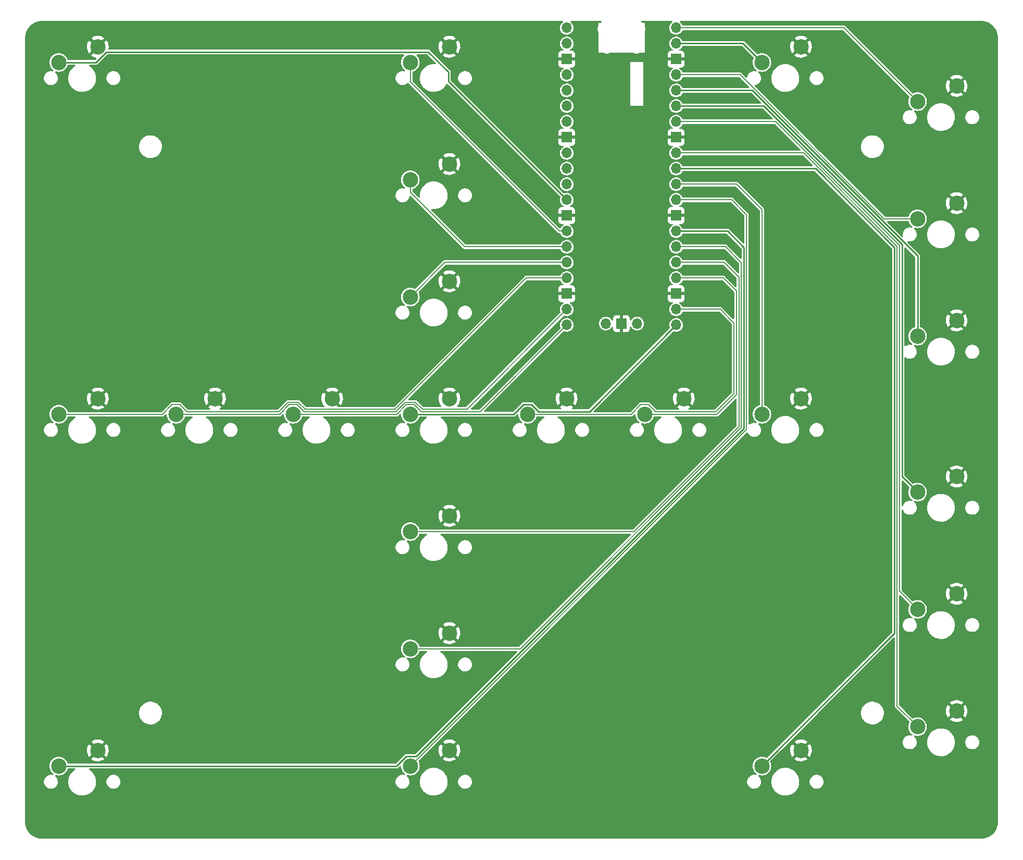
<source format=gbr>
%TF.GenerationSoftware,KiCad,Pcbnew,(6.0.4)*%
%TF.CreationDate,2022-05-22T16:26:11-03:00*%
%TF.ProjectId,G-Code_Keeb,472d436f-6465-45f4-9b65-65622e6b6963,1*%
%TF.SameCoordinates,Original*%
%TF.FileFunction,Copper,L1,Top*%
%TF.FilePolarity,Positive*%
%FSLAX46Y46*%
G04 Gerber Fmt 4.6, Leading zero omitted, Abs format (unit mm)*
G04 Created by KiCad (PCBNEW (6.0.4)) date 2022-05-22 16:26:11*
%MOMM*%
%LPD*%
G01*
G04 APERTURE LIST*
%TA.AperFunction,ComponentPad*%
%ADD10C,2.500000*%
%TD*%
%TA.AperFunction,ComponentPad*%
%ADD11O,1.700000X1.700000*%
%TD*%
%TA.AperFunction,ComponentPad*%
%ADD12R,1.700000X1.700000*%
%TD*%
%TA.AperFunction,ViaPad*%
%ADD13C,0.800000*%
%TD*%
%TA.AperFunction,Conductor*%
%ADD14C,0.250000*%
%TD*%
%TA.AperFunction,Conductor*%
%ADD15C,0.200000*%
%TD*%
G04 APERTURE END LIST*
D10*
%TO.P,SW11,1,1*%
%TO.N,Y-10*%
X81940000Y-130360000D03*
%TO.P,SW11,2,2*%
%TO.N,GND*%
X88290000Y-127820000D03*
%TD*%
%TO.P,SW21,1,1*%
%TO.N,HOME_Y*%
X139090000Y-149410000D03*
%TO.P,SW21,2,2*%
%TO.N,GND*%
X145440000Y-146870000D03*
%TD*%
%TO.P,SW17,1,1*%
%TO.N,Z-1*%
X164390000Y-123960000D03*
%TO.P,SW17,2,2*%
%TO.N,GND*%
X170740000Y-121420000D03*
%TD*%
%TO.P,SW4,1,1*%
%TO.N,X-1*%
X62890000Y-92260000D03*
%TO.P,SW4,2,2*%
%TO.N,GND*%
X69240000Y-89720000D03*
%TD*%
%TO.P,SW14,1,1*%
%TO.N,Z+1*%
X164390000Y-60510000D03*
%TO.P,SW14,2,2*%
%TO.N,GND*%
X170740000Y-57970000D03*
%TD*%
%TO.P,SW6,1,1*%
%TO.N,X-100*%
X24790000Y-92260000D03*
%TO.P,SW6,2,2*%
%TO.N,GND*%
X31140000Y-89720000D03*
%TD*%
%TO.P,SW18,1,1*%
%TO.N,Z-10*%
X164390000Y-143010000D03*
%TO.P,SW18,2,2*%
%TO.N,GND*%
X170740000Y-140470000D03*
%TD*%
%TO.P,SW19,1,1*%
%TO.N,HOME*%
X24790000Y-149410000D03*
%TO.P,SW19,2,2*%
%TO.N,GND*%
X31140000Y-146870000D03*
%TD*%
%TO.P,SW16,1,1*%
%TO.N,Z-0.1*%
X164390000Y-104910000D03*
%TO.P,SW16,2,2*%
%TO.N,GND*%
X170740000Y-102370000D03*
%TD*%
%TO.P,SW15,1,1*%
%TO.N,Z+0.1*%
X164390000Y-79560000D03*
%TO.P,SW15,2,2*%
%TO.N,GND*%
X170740000Y-77020000D03*
%TD*%
%TO.P,SW9,1,1*%
%TO.N,Y+1*%
X81940000Y-73210000D03*
%TO.P,SW9,2,2*%
%TO.N,GND*%
X88290000Y-70670000D03*
%TD*%
%TO.P,SW13,1,1*%
%TO.N,Z+10*%
X164390000Y-41460000D03*
%TO.P,SW13,2,2*%
%TO.N,GND*%
X170740000Y-38920000D03*
%TD*%
%TO.P,SW2,1,1*%
%TO.N,X+10*%
X120040000Y-92260000D03*
%TO.P,SW2,2,2*%
%TO.N,GND*%
X126390000Y-89720000D03*
%TD*%
%TO.P,SW8,1,1*%
%TO.N,Y+10*%
X81940000Y-54160000D03*
%TO.P,SW8,2,2*%
%TO.N,GND*%
X88290000Y-51620000D03*
%TD*%
%TO.P,SW5,1,1*%
%TO.N,X-10*%
X43840000Y-92260000D03*
%TO.P,SW5,2,2*%
%TO.N,GND*%
X50190000Y-89720000D03*
%TD*%
%TO.P,SW1,1,1*%
%TO.N,X+100*%
X139090000Y-92260000D03*
%TO.P,SW1,2,2*%
%TO.N,GND*%
X145440000Y-89720000D03*
%TD*%
%TO.P,SW7,1,1*%
%TO.N,Y+100*%
X81940000Y-35110000D03*
%TO.P,SW7,2,2*%
%TO.N,GND*%
X88290000Y-32570000D03*
%TD*%
%TO.P,SW12,1,1*%
%TO.N,Y-100*%
X81940000Y-149410000D03*
%TO.P,SW12,2,2*%
%TO.N,GND*%
X88290000Y-146870000D03*
%TD*%
%TO.P,SW23,1,1*%
%TO.N,HOME_Z*%
X139090000Y-35110000D03*
%TO.P,SW23,2,2*%
%TO.N,GND*%
X145440000Y-32570000D03*
%TD*%
%TO.P,SW20,1,1*%
%TO.N,HOME_X*%
X24790000Y-35110000D03*
%TO.P,SW20,2,2*%
%TO.N,GND*%
X31140000Y-32570000D03*
%TD*%
%TO.P,SW3,1,1*%
%TO.N,X+1*%
X100990000Y-92260000D03*
%TO.P,SW3,2,2*%
%TO.N,GND*%
X107340000Y-89720000D03*
%TD*%
%TO.P,SW10,1,1*%
%TO.N,Y-1*%
X81940000Y-111310000D03*
%TO.P,SW10,2,2*%
%TO.N,GND*%
X88290000Y-108770000D03*
%TD*%
%TO.P,SW22,1,1*%
%TO.N,HOME_XY*%
X81940000Y-92260000D03*
%TO.P,SW22,2,2*%
%TO.N,GND*%
X88290000Y-89720000D03*
%TD*%
D11*
%TO.P,U1,1,GPIO0*%
%TO.N,Z+10*%
X125150000Y-29500000D03*
%TO.P,U1,2,GPIO1*%
%TO.N,HOME_Z*%
X125150000Y-32040000D03*
D12*
%TO.P,U1,3,GND*%
%TO.N,GND*%
X125150000Y-34580000D03*
D11*
%TO.P,U1,4,GPIO2*%
%TO.N,Z+1*%
X125150000Y-37120000D03*
%TO.P,U1,5,GPIO3*%
%TO.N,Z+0.1*%
X125150000Y-39660000D03*
%TO.P,U1,6,GPIO4*%
%TO.N,Z-0.1*%
X125150000Y-42200000D03*
%TO.P,U1,7,GPIO5*%
%TO.N,Z-1*%
X125150000Y-44740000D03*
D12*
%TO.P,U1,8,GND*%
%TO.N,GND*%
X125150000Y-47280000D03*
D11*
%TO.P,U1,9,GPIO6*%
%TO.N,Z-10*%
X125150000Y-49820000D03*
%TO.P,U1,10,GPIO7*%
%TO.N,HOME_Y*%
X125150000Y-52360000D03*
%TO.P,U1,11,GPIO8*%
%TO.N,X+100*%
X125150000Y-54900000D03*
%TO.P,U1,12,GPIO9*%
%TO.N,Y-100*%
X125150000Y-57440000D03*
D12*
%TO.P,U1,13,GND*%
%TO.N,GND*%
X125150000Y-59980000D03*
D11*
%TO.P,U1,14,GPIO10*%
%TO.N,HOME*%
X125150000Y-62520000D03*
%TO.P,U1,15,GPIO11*%
%TO.N,Y-10*%
X125150000Y-65060000D03*
%TO.P,U1,16,GPIO12*%
%TO.N,Y-1*%
X125150000Y-67600000D03*
%TO.P,U1,17,GPIO13*%
%TO.N,X+10*%
X125150000Y-70140000D03*
D12*
%TO.P,U1,18,GND*%
%TO.N,GND*%
X125150000Y-72680000D03*
D11*
%TO.P,U1,19,GPIO14*%
%TO.N,X+1*%
X125150000Y-75220000D03*
%TO.P,U1,20,GPIO15*%
%TO.N,HOME_XY*%
X125150000Y-77760000D03*
%TO.P,U1,21,GPIO16*%
%TO.N,X-1*%
X107370000Y-77760000D03*
%TO.P,U1,22,GPIO17*%
%TO.N,X-10*%
X107370000Y-75220000D03*
D12*
%TO.P,U1,23,GND*%
%TO.N,GND*%
X107370000Y-72680000D03*
D11*
%TO.P,U1,24,GPIO18*%
%TO.N,X-100*%
X107370000Y-70140000D03*
%TO.P,U1,25,GPIO19*%
%TO.N,Y+1*%
X107370000Y-67600000D03*
%TO.P,U1,26,GPIO20*%
%TO.N,Y+10*%
X107370000Y-65060000D03*
%TO.P,U1,27,GPIO21*%
%TO.N,Y+100*%
X107370000Y-62520000D03*
D12*
%TO.P,U1,28,GND*%
%TO.N,GND*%
X107370000Y-59980000D03*
D11*
%TO.P,U1,29,GPIO22*%
%TO.N,HOME_X*%
X107370000Y-57440000D03*
%TO.P,U1,30,RUN*%
%TO.N,unconnected-(U1-Pad30)*%
X107370000Y-54900000D03*
%TO.P,U1,31,GPIO26_ADC0*%
%TO.N,unconnected-(U1-Pad31)*%
X107370000Y-52360000D03*
%TO.P,U1,32,GPIO27_ADC1*%
%TO.N,unconnected-(U1-Pad32)*%
X107370000Y-49820000D03*
D12*
%TO.P,U1,33,AGND*%
%TO.N,GND*%
X107370000Y-47280000D03*
D11*
%TO.P,U1,34,GPIO28_ADC2*%
%TO.N,unconnected-(U1-Pad34)*%
X107370000Y-44740000D03*
%TO.P,U1,35,ADC_VREF*%
%TO.N,unconnected-(U1-Pad35)*%
X107370000Y-42200000D03*
%TO.P,U1,36,3V3*%
%TO.N,unconnected-(U1-Pad36)*%
X107370000Y-39660000D03*
%TO.P,U1,37,3V3_EN*%
%TO.N,unconnected-(U1-Pad37)*%
X107370000Y-37120000D03*
D12*
%TO.P,U1,38,GND*%
%TO.N,GND*%
X107370000Y-34580000D03*
D11*
%TO.P,U1,39,VSYS*%
%TO.N,unconnected-(U1-Pad39)*%
X107370000Y-32040000D03*
%TO.P,U1,40,VBUS*%
%TO.N,unconnected-(U1-Pad40)*%
X107370000Y-29500000D03*
%TO.P,U1,41,SWCLK*%
%TO.N,unconnected-(U1-Pad41)*%
X118800000Y-77530000D03*
D12*
%TO.P,U1,42,GND*%
%TO.N,GND*%
X116260000Y-77530000D03*
D11*
%TO.P,U1,43,SWDIO*%
%TO.N,unconnected-(U1-Pad43)*%
X113720000Y-77530000D03*
%TD*%
D13*
%TO.N,GND*%
X162320000Y-104910000D03*
X163110000Y-77610000D03*
X163110000Y-67610000D03*
X163110000Y-72610000D03*
X161360000Y-61850000D03*
%TD*%
D14*
%TO.N,HOME_X*%
X32530000Y-33420000D02*
X30840000Y-35110000D01*
X84878081Y-33420000D02*
X32530000Y-33420000D01*
X88124521Y-36666440D02*
X84878081Y-33420000D01*
X88124521Y-38194521D02*
X88124521Y-36666440D01*
X30840000Y-35110000D02*
X24790000Y-35110000D01*
X107370000Y-57440000D02*
X88124521Y-38194521D01*
D15*
%TO.N,Y+100*%
X106167919Y-62520000D02*
X81940000Y-38292081D01*
X81940000Y-38292081D02*
X81940000Y-35110000D01*
X107370000Y-62520000D02*
X106167919Y-62520000D01*
%TO.N,Y+10*%
X81940000Y-56212726D02*
X81940000Y-54160000D01*
X107370000Y-65060000D02*
X90787274Y-65060000D01*
X90787274Y-65060000D02*
X81940000Y-56212726D01*
%TO.N,Y+1*%
X107370000Y-67600000D02*
X87550000Y-67600000D01*
X87550000Y-67600000D02*
X81940000Y-73210000D01*
%TO.N,X-100*%
X41648659Y-92260000D02*
X24790000Y-92260000D01*
X43198170Y-90710489D02*
X41648659Y-92260000D01*
X44481830Y-90710489D02*
X43198170Y-90710489D01*
X60533173Y-91860480D02*
X45631821Y-91860480D01*
X63697317Y-90310970D02*
X62082684Y-90310969D01*
X62082684Y-90310969D02*
X60533173Y-91860480D01*
X79417687Y-91460960D02*
X64847307Y-91460960D01*
X64847307Y-91460960D02*
X63697317Y-90310970D01*
X100738648Y-70140000D02*
X79417687Y-91460960D01*
X45631821Y-91860480D02*
X44481830Y-90710489D01*
X107370000Y-70140000D02*
X100738648Y-70140000D01*
%TO.N,X-10*%
X91154040Y-91435960D02*
X107370000Y-75220000D01*
X83872307Y-91435960D02*
X91154040Y-91435960D01*
X82747317Y-90310970D02*
X83872307Y-91435960D01*
X81463657Y-90310970D02*
X82747317Y-90310970D01*
X81132684Y-90310969D02*
X81463657Y-90310970D01*
X79583173Y-91860480D02*
X81132684Y-90310969D01*
X64681821Y-91860480D02*
X79583173Y-91860480D01*
X63531830Y-90710489D02*
X64681821Y-91860480D01*
X62248170Y-90710489D02*
X63531830Y-90710489D01*
X60698659Y-92260000D02*
X62248170Y-90710489D01*
X43840000Y-92260000D02*
X60698659Y-92260000D01*
%TO.N,X-1*%
X83706821Y-91835480D02*
X93294520Y-91835480D01*
X82581830Y-90710489D02*
X83706821Y-91835480D01*
X79748659Y-92260000D02*
X81298170Y-90710489D01*
X62890000Y-92260000D02*
X79748659Y-92260000D01*
X81298170Y-90710489D02*
X82581830Y-90710489D01*
X93294520Y-91835480D02*
X107370000Y-77760000D01*
D14*
%TO.N,HOME_XY*%
X111074520Y-91835480D02*
X125150000Y-77760000D01*
X102792176Y-91835480D02*
X111074520Y-91835480D01*
X101642185Y-90685489D02*
X102792176Y-91835480D01*
X98763304Y-92260000D02*
X100337815Y-90685489D01*
X81940000Y-92260000D02*
X98763304Y-92260000D01*
X100337815Y-90685489D02*
X101642185Y-90685489D01*
D15*
%TO.N,X+1*%
X132330000Y-75220000D02*
X125150000Y-75220000D01*
X134547879Y-88894514D02*
X134547879Y-77437879D01*
X131581913Y-91860480D02*
X134547879Y-88894514D01*
X121830000Y-91860480D02*
X131581913Y-91860480D01*
X121830000Y-91858659D02*
X121830000Y-91860480D01*
X134547879Y-77437879D02*
X132330000Y-75220000D01*
X120681341Y-90710000D02*
X121830000Y-91858659D01*
X119398659Y-90710000D02*
X120681341Y-90710000D01*
X117848659Y-92260000D02*
X119398659Y-90710000D01*
X100990000Y-92260000D02*
X117848659Y-92260000D01*
%TO.N,X+10*%
X134947399Y-72257399D02*
X132830000Y-70140000D01*
X134947399Y-89060000D02*
X134947399Y-72257399D01*
X132830000Y-70140000D02*
X125150000Y-70140000D01*
X120040000Y-92260000D02*
X131747399Y-92260000D01*
X131747399Y-92260000D02*
X134947399Y-89060000D01*
%TO.N,Y-1*%
X135346919Y-69996919D02*
X132950000Y-67600000D01*
X118274270Y-111310000D02*
X135346919Y-94237351D01*
X135346919Y-94237351D02*
X135346919Y-69996919D01*
X81940000Y-111310000D02*
X118274270Y-111310000D01*
X132950000Y-67600000D02*
X125150000Y-67600000D01*
%TO.N,Y-10*%
X133190000Y-65060000D02*
X125150000Y-65060000D01*
X135746439Y-94402837D02*
X135746439Y-67616439D01*
X99789276Y-130360000D02*
X135746439Y-94402837D01*
X81940000Y-130360000D02*
X99789276Y-130360000D01*
X135746439Y-67616439D02*
X133190000Y-65060000D01*
D14*
%TO.N,HOME*%
X133500000Y-62520000D02*
X125150000Y-62520000D01*
X136170959Y-65190959D02*
X133500000Y-62520000D01*
X136170959Y-94578679D02*
X136170959Y-65190959D01*
X82914149Y-147835489D02*
X136170959Y-94578679D01*
X81287815Y-147835489D02*
X82914149Y-147835489D01*
X79713304Y-149410000D02*
X81287815Y-147835489D01*
X24790000Y-149410000D02*
X79713304Y-149410000D01*
D15*
%TO.N,Y-100*%
X134190000Y-57440000D02*
X125150000Y-57440000D01*
X136595479Y-59845479D02*
X134190000Y-57440000D01*
X136595479Y-94754521D02*
X136595479Y-59845479D01*
X81940000Y-149410000D02*
X136595479Y-94754521D01*
%TO.N,X+100*%
X134960000Y-54900000D02*
X125150000Y-54900000D01*
X139090000Y-59030000D02*
X134960000Y-54900000D01*
X139090000Y-92260000D02*
X139090000Y-59030000D01*
D14*
%TO.N,HOME_Y*%
X160621919Y-65185464D02*
X160621919Y-127878081D01*
X147796455Y-52360000D02*
X160621919Y-65185464D01*
X125150000Y-52360000D02*
X147796455Y-52360000D01*
X160621919Y-127878081D02*
X139090000Y-149410000D01*
D15*
%TO.N,Z-10*%
X161046439Y-65009622D02*
X161046439Y-139666439D01*
X161046439Y-139666439D02*
X164390000Y-143010000D01*
X145856817Y-49820000D02*
X161046439Y-65009622D01*
X125150000Y-49820000D02*
X145856817Y-49820000D01*
%TO.N,Z-1*%
X161445959Y-121015959D02*
X164390000Y-123960000D01*
X161445959Y-64844136D02*
X161445959Y-121015959D01*
X141341823Y-44740000D02*
X161445959Y-64844136D01*
X125150000Y-44740000D02*
X141341823Y-44740000D01*
D14*
%TO.N,Z-0.1*%
X161870479Y-102390479D02*
X164390000Y-104910000D01*
X161870479Y-64668294D02*
X161870479Y-102390479D01*
X125150000Y-42200000D02*
X139402185Y-42200000D01*
X139402185Y-42200000D02*
X161870479Y-64668294D01*
%TO.N,Z+0.1*%
X164390000Y-66552097D02*
X164390000Y-79560000D01*
X137497903Y-39660000D02*
X164390000Y-66552097D01*
X125150000Y-39660000D02*
X137497903Y-39660000D01*
D15*
%TO.N,Z+10*%
X125150000Y-29500000D02*
X152430000Y-29500000D01*
X152430000Y-29500000D02*
X164390000Y-41460000D01*
%TO.N,Z+1*%
X158948265Y-60510000D02*
X164390000Y-60510000D01*
X125150000Y-37120000D02*
X135558265Y-37120000D01*
X135558265Y-37120000D02*
X158948265Y-60510000D01*
D14*
%TO.N,HOME_Z*%
X125150000Y-32040000D02*
X136020000Y-32040000D01*
X136020000Y-32040000D02*
X139090000Y-35110000D01*
%TD*%
%TA.AperFunction,Conductor*%
%TO.N,GND*%
G36*
X106706329Y-28399502D02*
G01*
X106752822Y-28453158D01*
X106762926Y-28523432D01*
X106733432Y-28588012D01*
X106717793Y-28602365D01*
X106718010Y-28602612D01*
X106565392Y-28736455D01*
X106439720Y-28895869D01*
X106437031Y-28900980D01*
X106437029Y-28900983D01*
X106424073Y-28925608D01*
X106345203Y-29075515D01*
X106285007Y-29269378D01*
X106261148Y-29470964D01*
X106274424Y-29673522D01*
X106275845Y-29679118D01*
X106275846Y-29679123D01*
X106296119Y-29758945D01*
X106324392Y-29870269D01*
X106326809Y-29875512D01*
X106364010Y-29956208D01*
X106409377Y-30054616D01*
X106412710Y-30059332D01*
X106465177Y-30133571D01*
X106526533Y-30220389D01*
X106671938Y-30362035D01*
X106840720Y-30474812D01*
X106846023Y-30477090D01*
X106846026Y-30477092D01*
X106932093Y-30514069D01*
X107027228Y-30554942D01*
X107100244Y-30571464D01*
X107219579Y-30598467D01*
X107219584Y-30598468D01*
X107225216Y-30599742D01*
X107230987Y-30599969D01*
X107230989Y-30599969D01*
X107290756Y-30602317D01*
X107428053Y-30607712D01*
X107528499Y-30593148D01*
X107623231Y-30579413D01*
X107623236Y-30579412D01*
X107628945Y-30578584D01*
X107634409Y-30576729D01*
X107634414Y-30576728D01*
X107815693Y-30515192D01*
X107815698Y-30515190D01*
X107821165Y-30513334D01*
X107998276Y-30414147D01*
X108060934Y-30362035D01*
X108149913Y-30288031D01*
X108154345Y-30284345D01*
X108248436Y-30171214D01*
X108280453Y-30132718D01*
X108280455Y-30132715D01*
X108284147Y-30128276D01*
X108383334Y-29951165D01*
X108385190Y-29945698D01*
X108385192Y-29945693D01*
X108446728Y-29764414D01*
X108446729Y-29764409D01*
X108448584Y-29758945D01*
X108449412Y-29753236D01*
X108449413Y-29753231D01*
X108477179Y-29561727D01*
X108477712Y-29558053D01*
X108479232Y-29500000D01*
X108464735Y-29342224D01*
X108461187Y-29303613D01*
X108461186Y-29303610D01*
X108460658Y-29297859D01*
X108454520Y-29276094D01*
X108407125Y-29108046D01*
X108407124Y-29108044D01*
X108405557Y-29102487D01*
X108397622Y-29086395D01*
X108318331Y-28925609D01*
X108318330Y-28925608D01*
X108315776Y-28920428D01*
X108194320Y-28757779D01*
X108094393Y-28665407D01*
X108049503Y-28623911D01*
X108045258Y-28619987D01*
X108032696Y-28612061D01*
X107985759Y-28558794D01*
X107975071Y-28488606D01*
X108004026Y-28423782D01*
X108063430Y-28384903D01*
X108099933Y-28379500D01*
X112920520Y-28379500D01*
X112988641Y-28399502D01*
X113035134Y-28453158D01*
X113045238Y-28523432D01*
X113015744Y-28588012D01*
X112984944Y-28613784D01*
X112944095Y-28638087D01*
X112937246Y-28641806D01*
X112936479Y-28642276D01*
X112931290Y-28644835D01*
X112926655Y-28648296D01*
X112921736Y-28651311D01*
X112920293Y-28648956D01*
X112864713Y-28669680D01*
X112855737Y-28670000D01*
X112500000Y-28670000D01*
X112500000Y-29086395D01*
X112485509Y-29145061D01*
X112463812Y-29186299D01*
X112435931Y-29276094D01*
X112432154Y-29288257D01*
X112429553Y-29295599D01*
X112429295Y-29296468D01*
X112427152Y-29301840D01*
X112426023Y-29307514D01*
X112424384Y-29313047D01*
X112424340Y-29313034D01*
X112423799Y-29315161D01*
X112400891Y-29388938D01*
X112400212Y-29394675D01*
X112388341Y-29494968D01*
X112387122Y-29502667D01*
X112387028Y-29503560D01*
X112385901Y-29509225D01*
X112385825Y-29515000D01*
X112385221Y-29520745D01*
X112385175Y-29520740D01*
X112385032Y-29522922D01*
X112375951Y-29599649D01*
X112376329Y-29605415D01*
X112382934Y-29706182D01*
X112383138Y-29713966D01*
X112383209Y-29714867D01*
X112383133Y-29720654D01*
X112384113Y-29726354D01*
X112384566Y-29732113D01*
X112384519Y-29732117D01*
X112384777Y-29734301D01*
X112386751Y-29764414D01*
X112389829Y-29811377D01*
X112391252Y-29816979D01*
X112416105Y-29914841D01*
X112417733Y-29922497D01*
X112417963Y-29923357D01*
X112418941Y-29929047D01*
X112420941Y-29934467D01*
X112422435Y-29940044D01*
X112422390Y-29940056D01*
X112423043Y-29942160D01*
X112442058Y-30017031D01*
X112444477Y-30022278D01*
X112486754Y-30113985D01*
X112490537Y-30123116D01*
X112492123Y-30127414D01*
X112490232Y-30128112D01*
X112500000Y-30171214D01*
X112500000Y-33490000D01*
X113228209Y-33490000D01*
X113289680Y-33506012D01*
X113329743Y-33528403D01*
X113337655Y-33533366D01*
X113339150Y-33534201D01*
X113344379Y-33537863D01*
X113350239Y-33540399D01*
X113351732Y-33541233D01*
X113360099Y-33545368D01*
X113425526Y-33581935D01*
X113425532Y-33581937D01*
X113430904Y-33584940D01*
X113481058Y-33601236D01*
X113514607Y-33612137D01*
X113524469Y-33615863D01*
X113525058Y-33616050D01*
X113530919Y-33618586D01*
X113537174Y-33619892D01*
X113540559Y-33620966D01*
X113547311Y-33622762D01*
X113618255Y-33645814D01*
X113624368Y-33646543D01*
X113712981Y-33657110D01*
X113723815Y-33658884D01*
X113729880Y-33660151D01*
X113734712Y-33660404D01*
X113734718Y-33660405D01*
X113734873Y-33660413D01*
X113734885Y-33660413D01*
X113736539Y-33660500D01*
X113737108Y-33660500D01*
X113748105Y-33661298D01*
X113813862Y-33669139D01*
X113819997Y-33668667D01*
X113819999Y-33668667D01*
X113879801Y-33664065D01*
X114010274Y-33654026D01*
X114200009Y-33601050D01*
X114205513Y-33598270D01*
X114370339Y-33515011D01*
X114370341Y-33515010D01*
X114375842Y-33512231D01*
X114379399Y-33509452D01*
X114446357Y-33490000D01*
X118078209Y-33490000D01*
X118139680Y-33506012D01*
X118179743Y-33528403D01*
X118187655Y-33533366D01*
X118189150Y-33534201D01*
X118194379Y-33537863D01*
X118200239Y-33540399D01*
X118201732Y-33541233D01*
X118210099Y-33545368D01*
X118275526Y-33581935D01*
X118275532Y-33581937D01*
X118280904Y-33584940D01*
X118331058Y-33601236D01*
X118364607Y-33612137D01*
X118374469Y-33615863D01*
X118375058Y-33616050D01*
X118380919Y-33618586D01*
X118387174Y-33619892D01*
X118390559Y-33620966D01*
X118397311Y-33622762D01*
X118468255Y-33645814D01*
X118474368Y-33646543D01*
X118562981Y-33657110D01*
X118573815Y-33658884D01*
X118579880Y-33660151D01*
X118584712Y-33660404D01*
X118584718Y-33660405D01*
X118584873Y-33660413D01*
X118584885Y-33660413D01*
X118586539Y-33660500D01*
X118587108Y-33660500D01*
X118598105Y-33661298D01*
X118663862Y-33669139D01*
X118669997Y-33668667D01*
X118669999Y-33668667D01*
X118729801Y-33664065D01*
X118860274Y-33654026D01*
X119050009Y-33601050D01*
X119055513Y-33598270D01*
X119220339Y-33515011D01*
X119220341Y-33515010D01*
X119225842Y-33512231D01*
X119229399Y-33509452D01*
X119296357Y-33490000D01*
X120020000Y-33490000D01*
X120020000Y-30177694D01*
X120036065Y-30116129D01*
X120041385Y-30106629D01*
X120041387Y-30106625D01*
X120044207Y-30101589D01*
X120093557Y-29956208D01*
X120110554Y-29906136D01*
X120110555Y-29906131D01*
X120112410Y-29900667D01*
X120116058Y-29875512D01*
X120132959Y-29758945D01*
X120142857Y-29690681D01*
X120144446Y-29630000D01*
X120140181Y-29583588D01*
X120137378Y-29553080D01*
X120137291Y-29550880D01*
X120137244Y-29550884D01*
X120136791Y-29545127D01*
X120136867Y-29539346D01*
X120135888Y-29533646D01*
X120135817Y-29532749D01*
X120134800Y-29525019D01*
X120125560Y-29424462D01*
X120125559Y-29424459D01*
X120125031Y-29418708D01*
X120104064Y-29344366D01*
X120103576Y-29342212D01*
X120103531Y-29342224D01*
X120102037Y-29336647D01*
X120101059Y-29330953D01*
X120099061Y-29325537D01*
X120098829Y-29324671D01*
X120096412Y-29317232D01*
X120069004Y-29220051D01*
X120069003Y-29220049D01*
X120067436Y-29214492D01*
X120056100Y-29191503D01*
X120033272Y-29145213D01*
X120032400Y-29143185D01*
X120032359Y-29143205D01*
X120032276Y-29143031D01*
X120032211Y-29142746D01*
X120028081Y-29133137D01*
X120027886Y-29132609D01*
X120029761Y-29131917D01*
X120020000Y-29088783D01*
X120020000Y-28670000D01*
X119663620Y-28670000D01*
X119596385Y-28650562D01*
X119535366Y-28612062D01*
X119488427Y-28558795D01*
X119477738Y-28488608D01*
X119506692Y-28423784D01*
X119566097Y-28384904D01*
X119602601Y-28379500D01*
X124418208Y-28379500D01*
X124486329Y-28399502D01*
X124532822Y-28453158D01*
X124542926Y-28523432D01*
X124513432Y-28588012D01*
X124497793Y-28602365D01*
X124498010Y-28602612D01*
X124345392Y-28736455D01*
X124219720Y-28895869D01*
X124217031Y-28900980D01*
X124217029Y-28900983D01*
X124204073Y-28925608D01*
X124125203Y-29075515D01*
X124065007Y-29269378D01*
X124041148Y-29470964D01*
X124054424Y-29673522D01*
X124055845Y-29679118D01*
X124055846Y-29679123D01*
X124076119Y-29758945D01*
X124104392Y-29870269D01*
X124106809Y-29875512D01*
X124144010Y-29956208D01*
X124189377Y-30054616D01*
X124192710Y-30059332D01*
X124245177Y-30133571D01*
X124306533Y-30220389D01*
X124451938Y-30362035D01*
X124620720Y-30474812D01*
X124626023Y-30477090D01*
X124626026Y-30477092D01*
X124712093Y-30514069D01*
X124807228Y-30554942D01*
X124880244Y-30571464D01*
X124999579Y-30598467D01*
X124999584Y-30598468D01*
X125005216Y-30599742D01*
X125010987Y-30599969D01*
X125010989Y-30599969D01*
X125070756Y-30602317D01*
X125208053Y-30607712D01*
X125308499Y-30593148D01*
X125403231Y-30579413D01*
X125403236Y-30579412D01*
X125408945Y-30578584D01*
X125414409Y-30576729D01*
X125414414Y-30576728D01*
X125595693Y-30515192D01*
X125595698Y-30515190D01*
X125601165Y-30513334D01*
X125778276Y-30414147D01*
X125840934Y-30362035D01*
X125929913Y-30288031D01*
X125934345Y-30284345D01*
X126028436Y-30171214D01*
X126060453Y-30132718D01*
X126060455Y-30132715D01*
X126064147Y-30128276D01*
X126163334Y-29951165D01*
X126167124Y-29940001D01*
X126207958Y-29881925D01*
X126273710Y-29855144D01*
X126286437Y-29854500D01*
X152230971Y-29854500D01*
X152299092Y-29874502D01*
X152320066Y-29891405D01*
X157685464Y-35256802D01*
X163035202Y-40606540D01*
X163069228Y-40668852D01*
X163064163Y-40739667D01*
X163053542Y-40761465D01*
X163047929Y-40770626D01*
X163047924Y-40770636D01*
X163045336Y-40774859D01*
X162954711Y-40993646D01*
X162953556Y-40998458D01*
X162902369Y-41211667D01*
X162899428Y-41223917D01*
X162880848Y-41460000D01*
X162899428Y-41696083D01*
X162900582Y-41700890D01*
X162900583Y-41700896D01*
X162923847Y-41797797D01*
X162954711Y-41926354D01*
X162956604Y-41930925D01*
X162956605Y-41930927D01*
X163007363Y-42053466D01*
X163045336Y-42145141D01*
X163169070Y-42347057D01*
X163322868Y-42527132D01*
X163500902Y-42679187D01*
X163500903Y-42679188D01*
X163502943Y-42680930D01*
X163502577Y-42681359D01*
X163543869Y-42734911D01*
X163549943Y-42805647D01*
X163516809Y-42868438D01*
X163454988Y-42903347D01*
X163402304Y-42904285D01*
X163343207Y-42892744D01*
X163235167Y-42871645D01*
X163235164Y-42871645D01*
X163230721Y-42870777D01*
X163225057Y-42870500D01*
X163066146Y-42870500D01*
X162905445Y-42885832D01*
X162899685Y-42887522D01*
X162899684Y-42887522D01*
X162842545Y-42904285D01*
X162698632Y-42946505D01*
X162654660Y-42969152D01*
X162512354Y-43042444D01*
X162512351Y-43042446D01*
X162507023Y-43045190D01*
X162456495Y-43084880D01*
X162342248Y-43174621D01*
X162342243Y-43174625D01*
X162337531Y-43178327D01*
X162333600Y-43182857D01*
X162333599Y-43182858D01*
X162305541Y-43215192D01*
X162196274Y-43341112D01*
X162088346Y-43527672D01*
X162086377Y-43533341D01*
X162086376Y-43533344D01*
X162044366Y-43654321D01*
X162017643Y-43731274D01*
X162016782Y-43737211D01*
X162016782Y-43737212D01*
X162001929Y-43839657D01*
X161986717Y-43944573D01*
X161996682Y-44159872D01*
X162047179Y-44369402D01*
X162049661Y-44374860D01*
X162049662Y-44374864D01*
X162096340Y-44477526D01*
X162136386Y-44565603D01*
X162261085Y-44741396D01*
X162416775Y-44890437D01*
X162597840Y-45007349D01*
X162797745Y-45087913D01*
X162852270Y-45098561D01*
X163004833Y-45128355D01*
X163004836Y-45128355D01*
X163009279Y-45129223D01*
X163014943Y-45129500D01*
X163173854Y-45129500D01*
X163334555Y-45114168D01*
X163347846Y-45110269D01*
X163535604Y-45055186D01*
X163541368Y-45053495D01*
X163637282Y-45004096D01*
X163727646Y-44957556D01*
X163727649Y-44957554D01*
X163732977Y-44954810D01*
X163884770Y-44835576D01*
X163897752Y-44825379D01*
X163897757Y-44825375D01*
X163902469Y-44821673D01*
X164043726Y-44658888D01*
X164151654Y-44472328D01*
X164181918Y-44385179D01*
X164220388Y-44274396D01*
X164222357Y-44268726D01*
X164227578Y-44232717D01*
X164252422Y-44061368D01*
X164252422Y-44061364D01*
X164253283Y-44055427D01*
X164252908Y-44047320D01*
X165940950Y-44047320D01*
X165941313Y-44051468D01*
X165941313Y-44051472D01*
X165958846Y-44251869D01*
X165967053Y-44345679D01*
X165967963Y-44349751D01*
X165967964Y-44349756D01*
X166017304Y-44570490D01*
X166032386Y-44637964D01*
X166033830Y-44641887D01*
X166033830Y-44641889D01*
X166041752Y-44663419D01*
X166135802Y-44919040D01*
X166137749Y-44922733D01*
X166137750Y-44922735D01*
X166177931Y-44998945D01*
X166275484Y-45183970D01*
X166277904Y-45187375D01*
X166446553Y-45424689D01*
X166446558Y-45424695D01*
X166448977Y-45428099D01*
X166451821Y-45431148D01*
X166451826Y-45431155D01*
X166614168Y-45605245D01*
X166653234Y-45647138D01*
X166884666Y-45837239D01*
X166888223Y-45839445D01*
X166888228Y-45839448D01*
X167014133Y-45917512D01*
X167139207Y-45995061D01*
X167412385Y-46117832D01*
X167587023Y-46169894D01*
X167695402Y-46202203D01*
X167695404Y-46202203D01*
X167699401Y-46203395D01*
X167703521Y-46204048D01*
X167703523Y-46204048D01*
X167822200Y-46222844D01*
X167995212Y-46250247D01*
X168037480Y-46252166D01*
X168087455Y-46254436D01*
X168087474Y-46254436D01*
X168088874Y-46254500D01*
X168275971Y-46254500D01*
X168498839Y-46239697D01*
X168792429Y-46180499D01*
X169075609Y-46082992D01*
X169079342Y-46081123D01*
X169079346Y-46081121D01*
X169339663Y-45950764D01*
X169339665Y-45950763D01*
X169343407Y-45948889D01*
X169538718Y-45816156D01*
X169587656Y-45782898D01*
X169587659Y-45782896D01*
X169591115Y-45780547D01*
X169814384Y-45580922D01*
X170009289Y-45353521D01*
X170118278Y-45185694D01*
X170170129Y-45105851D01*
X170170132Y-45105846D01*
X170172408Y-45102341D01*
X170175826Y-45095144D01*
X170264804Y-44907755D01*
X170300873Y-44831794D01*
X170310527Y-44801727D01*
X170391148Y-44550621D01*
X170391148Y-44550620D01*
X170392428Y-44546634D01*
X170428585Y-44345679D01*
X170444725Y-44255978D01*
X170444726Y-44255973D01*
X170445464Y-44251869D01*
X170449164Y-44170405D01*
X170458861Y-43956850D01*
X170458861Y-43956845D01*
X170459050Y-43952680D01*
X170458341Y-43944573D01*
X172146717Y-43944573D01*
X172156682Y-44159872D01*
X172207179Y-44369402D01*
X172209661Y-44374860D01*
X172209662Y-44374864D01*
X172256340Y-44477526D01*
X172296386Y-44565603D01*
X172421085Y-44741396D01*
X172576775Y-44890437D01*
X172757840Y-45007349D01*
X172957745Y-45087913D01*
X173012270Y-45098561D01*
X173164833Y-45128355D01*
X173164836Y-45128355D01*
X173169279Y-45129223D01*
X173174943Y-45129500D01*
X173333854Y-45129500D01*
X173494555Y-45114168D01*
X173507846Y-45110269D01*
X173695604Y-45055186D01*
X173701368Y-45053495D01*
X173797282Y-45004096D01*
X173887646Y-44957556D01*
X173887649Y-44957554D01*
X173892977Y-44954810D01*
X174044770Y-44835576D01*
X174057752Y-44825379D01*
X174057757Y-44825375D01*
X174062469Y-44821673D01*
X174203726Y-44658888D01*
X174311654Y-44472328D01*
X174341918Y-44385179D01*
X174380388Y-44274396D01*
X174382357Y-44268726D01*
X174387578Y-44232717D01*
X174412422Y-44061368D01*
X174412422Y-44061364D01*
X174413283Y-44055427D01*
X174403318Y-43840128D01*
X174364386Y-43678586D01*
X174354227Y-43636431D01*
X174354226Y-43636429D01*
X174352821Y-43630598D01*
X174306024Y-43527672D01*
X174274111Y-43457485D01*
X174263614Y-43434397D01*
X174138915Y-43258604D01*
X173983225Y-43109563D01*
X173802160Y-42992651D01*
X173602255Y-42912087D01*
X173496678Y-42891469D01*
X173395167Y-42871645D01*
X173395164Y-42871645D01*
X173390721Y-42870777D01*
X173385057Y-42870500D01*
X173226146Y-42870500D01*
X173065445Y-42885832D01*
X173059685Y-42887522D01*
X173059684Y-42887522D01*
X173002545Y-42904285D01*
X172858632Y-42946505D01*
X172814660Y-42969152D01*
X172672354Y-43042444D01*
X172672351Y-43042446D01*
X172667023Y-43045190D01*
X172616495Y-43084880D01*
X172502248Y-43174621D01*
X172502243Y-43174625D01*
X172497531Y-43178327D01*
X172493600Y-43182857D01*
X172493599Y-43182858D01*
X172465541Y-43215192D01*
X172356274Y-43341112D01*
X172248346Y-43527672D01*
X172246377Y-43533341D01*
X172246376Y-43533344D01*
X172204366Y-43654321D01*
X172177643Y-43731274D01*
X172176782Y-43737211D01*
X172176782Y-43737212D01*
X172161929Y-43839657D01*
X172146717Y-43944573D01*
X170458341Y-43944573D01*
X170450941Y-43859987D01*
X170433311Y-43658482D01*
X170432947Y-43654321D01*
X170429293Y-43637971D01*
X170368526Y-43366115D01*
X170368525Y-43366112D01*
X170367614Y-43362036D01*
X170359916Y-43341112D01*
X170298729Y-43174812D01*
X170264198Y-43080960D01*
X170255913Y-43065245D01*
X170165306Y-42893395D01*
X170124516Y-42816030D01*
X170010937Y-42656208D01*
X169953447Y-42575311D01*
X169953442Y-42575305D01*
X169951023Y-42571901D01*
X169948179Y-42568852D01*
X169948174Y-42568845D01*
X169749616Y-42355918D01*
X169749614Y-42355916D01*
X169746766Y-42352862D01*
X169515334Y-42162761D01*
X169511777Y-42160555D01*
X169511772Y-42160552D01*
X169332237Y-42049236D01*
X169260793Y-42004939D01*
X168987615Y-41882168D01*
X168812977Y-41830106D01*
X168704598Y-41797797D01*
X168704596Y-41797797D01*
X168700599Y-41796605D01*
X168696479Y-41795952D01*
X168696477Y-41795952D01*
X168476619Y-41761130D01*
X168404788Y-41749753D01*
X168362520Y-41747834D01*
X168312545Y-41745564D01*
X168312526Y-41745564D01*
X168311126Y-41745500D01*
X168124029Y-41745500D01*
X167901161Y-41760303D01*
X167607571Y-41819501D01*
X167324391Y-41917008D01*
X167320658Y-41918877D01*
X167320654Y-41918879D01*
X167144389Y-42007146D01*
X167056593Y-42051111D01*
X167053128Y-42053466D01*
X166854683Y-42188329D01*
X166808885Y-42219453D01*
X166585616Y-42419078D01*
X166390711Y-42646479D01*
X166368338Y-42680930D01*
X166235273Y-42885832D01*
X166227592Y-42897659D01*
X166225798Y-42901437D01*
X166225797Y-42901439D01*
X166184680Y-42988031D01*
X166099127Y-43168206D01*
X166097848Y-43172189D01*
X166097847Y-43172192D01*
X166043613Y-43341112D01*
X166007572Y-43453366D01*
X166006831Y-43457485D01*
X165956211Y-43738824D01*
X165954536Y-43748131D01*
X165954347Y-43752298D01*
X165954346Y-43752305D01*
X165942989Y-44002409D01*
X165940950Y-44047320D01*
X164252908Y-44047320D01*
X164243318Y-43840128D01*
X164204386Y-43678586D01*
X164194227Y-43636431D01*
X164194226Y-43636429D01*
X164192821Y-43630598D01*
X164146024Y-43527672D01*
X164114111Y-43457485D01*
X164103614Y-43434397D01*
X163978915Y-43258604D01*
X163974592Y-43254466D01*
X163974588Y-43254461D01*
X163827595Y-43113746D01*
X163792219Y-43052190D01*
X163795738Y-42981281D01*
X163837035Y-42923531D01*
X163902998Y-42897275D01*
X163944139Y-42900209D01*
X163988825Y-42910937D01*
X164149104Y-42949417D01*
X164149110Y-42949418D01*
X164153917Y-42950572D01*
X164390000Y-42969152D01*
X164626083Y-42950572D01*
X164630890Y-42949418D01*
X164630896Y-42949417D01*
X164791175Y-42910937D01*
X164856354Y-42895289D01*
X164860925Y-42893396D01*
X164860927Y-42893395D01*
X165070567Y-42806559D01*
X165070571Y-42806557D01*
X165075141Y-42804664D01*
X165277057Y-42680930D01*
X165457132Y-42527132D01*
X165610930Y-42347057D01*
X165734664Y-42145141D01*
X165772638Y-42053466D01*
X165823395Y-41930927D01*
X165823396Y-41930925D01*
X165825289Y-41926354D01*
X165856153Y-41797797D01*
X165879417Y-41700896D01*
X165879418Y-41700890D01*
X165880572Y-41696083D01*
X165899152Y-41460000D01*
X165880572Y-41223917D01*
X165877632Y-41211667D01*
X165826444Y-40998458D01*
X165825289Y-40993646D01*
X165734664Y-40774859D01*
X165610930Y-40572943D01*
X165457132Y-40392868D01*
X165382508Y-40329133D01*
X169695612Y-40329133D01*
X169704325Y-40340653D01*
X169802018Y-40412284D01*
X169809928Y-40417227D01*
X170032890Y-40534533D01*
X170041453Y-40538256D01*
X170279304Y-40621318D01*
X170288313Y-40623732D01*
X170535842Y-40670727D01*
X170545098Y-40671781D01*
X170796857Y-40681673D01*
X170806171Y-40681347D01*
X171056615Y-40653920D01*
X171065792Y-40652219D01*
X171309431Y-40588074D01*
X171318251Y-40585037D01*
X171549736Y-40485583D01*
X171558008Y-40481276D01*
X171772249Y-40348700D01*
X171779188Y-40343658D01*
X171787518Y-40331019D01*
X171781456Y-40320666D01*
X170752812Y-39292022D01*
X170738868Y-39284408D01*
X170737035Y-39284539D01*
X170730420Y-39288790D01*
X169702270Y-40316940D01*
X169695612Y-40329133D01*
X165382508Y-40329133D01*
X165277057Y-40239070D01*
X165075141Y-40115336D01*
X165070569Y-40113442D01*
X165070567Y-40113441D01*
X164860927Y-40026605D01*
X164860925Y-40026604D01*
X164856354Y-40024711D01*
X164776501Y-40005540D01*
X164630896Y-39970583D01*
X164630890Y-39970582D01*
X164626083Y-39969428D01*
X164390000Y-39950848D01*
X164153917Y-39969428D01*
X164149110Y-39970582D01*
X164149104Y-39970583D01*
X164003499Y-40005540D01*
X163923646Y-40024711D01*
X163919075Y-40026604D01*
X163919073Y-40026605D01*
X163709431Y-40113442D01*
X163704859Y-40115336D01*
X163691472Y-40123539D01*
X163622941Y-40142079D01*
X163555264Y-40120624D01*
X163536542Y-40105203D01*
X162309862Y-38878523D01*
X168977898Y-38878523D01*
X168989987Y-39130175D01*
X168991124Y-39139435D01*
X169040274Y-39386535D01*
X169042768Y-39395528D01*
X169127900Y-39632639D01*
X169131700Y-39641174D01*
X169250946Y-39863101D01*
X169255957Y-39870968D01*
X169319446Y-39955990D01*
X169330704Y-39964439D01*
X169343123Y-39957667D01*
X170367978Y-38932812D01*
X170374356Y-38921132D01*
X171104408Y-38921132D01*
X171104539Y-38922965D01*
X171108790Y-38929580D01*
X172139913Y-39960703D01*
X172152293Y-39967463D01*
X172160634Y-39961219D01*
X172286765Y-39765127D01*
X172291212Y-39756936D01*
X172394691Y-39527222D01*
X172397882Y-39518455D01*
X172466269Y-39275976D01*
X172468129Y-39266834D01*
X172500116Y-39015396D01*
X172500597Y-39009108D01*
X172502847Y-38923160D01*
X172502696Y-38916851D01*
X172483912Y-38664074D01*
X172482536Y-38654868D01*
X172426929Y-38409126D01*
X172424205Y-38400215D01*
X172332888Y-38165392D01*
X172328877Y-38156983D01*
X172203854Y-37938240D01*
X172198643Y-37930514D01*
X172161391Y-37883261D01*
X172149466Y-37874790D01*
X172137934Y-37881276D01*
X171112022Y-38907188D01*
X171104408Y-38921132D01*
X170374356Y-38921132D01*
X170375592Y-38918868D01*
X170375461Y-38917035D01*
X170371210Y-38910420D01*
X169341321Y-37880531D01*
X169328013Y-37873264D01*
X169317974Y-37880386D01*
X169307761Y-37892666D01*
X169302346Y-37900258D01*
X169171646Y-38115646D01*
X169167408Y-38123963D01*
X169069981Y-38356299D01*
X169067020Y-38365149D01*
X169005006Y-38609331D01*
X169003384Y-38618528D01*
X168978143Y-38869198D01*
X168977898Y-38878523D01*
X162309862Y-38878523D01*
X160940142Y-37508803D01*
X169693216Y-37508803D01*
X169697789Y-37518579D01*
X170727188Y-38547978D01*
X170741132Y-38555592D01*
X170742965Y-38555461D01*
X170749580Y-38551210D01*
X171778419Y-37522371D01*
X171784803Y-37510681D01*
X171775391Y-37498570D01*
X171638593Y-37403670D01*
X171630565Y-37398942D01*
X171404593Y-37287505D01*
X171395960Y-37284017D01*
X171155998Y-37207205D01*
X171146938Y-37205029D01*
X170898260Y-37164529D01*
X170888973Y-37163717D01*
X170637053Y-37160419D01*
X170627742Y-37160989D01*
X170378097Y-37194964D01*
X170368978Y-37196902D01*
X170127098Y-37267404D01*
X170118367Y-37270667D01*
X169889558Y-37376151D01*
X169881406Y-37380670D01*
X169702353Y-37498062D01*
X169693216Y-37508803D01*
X160940142Y-37508803D01*
X152716918Y-29285580D01*
X152704413Y-29270098D01*
X152701477Y-29266871D01*
X152695825Y-29258118D01*
X152671562Y-29238991D01*
X152667567Y-29235441D01*
X152667483Y-29235540D01*
X152663520Y-29232182D01*
X152659844Y-29228506D01*
X152648013Y-29220051D01*
X152645348Y-29218146D01*
X152640605Y-29214585D01*
X152611325Y-29191503D01*
X152611321Y-29191501D01*
X152603143Y-29185054D01*
X152595075Y-29182221D01*
X152588115Y-29177247D01*
X152542414Y-29163580D01*
X152536765Y-29161744D01*
X152499269Y-29148576D01*
X152499270Y-29148576D01*
X152491792Y-29145950D01*
X152486596Y-29145500D01*
X152483891Y-29145500D01*
X152481635Y-29145403D01*
X152481159Y-29145260D01*
X152481161Y-29145214D01*
X152480962Y-29145201D01*
X152475045Y-29143432D01*
X152425411Y-29145382D01*
X152424876Y-29145403D01*
X152419930Y-29145500D01*
X126285120Y-29145500D01*
X126216999Y-29125498D01*
X126172114Y-29075228D01*
X126098331Y-28925608D01*
X126098328Y-28925604D01*
X126095776Y-28920428D01*
X125974320Y-28757779D01*
X125874393Y-28665407D01*
X125829503Y-28623911D01*
X125825258Y-28619987D01*
X125812696Y-28612061D01*
X125765759Y-28558794D01*
X125755071Y-28488606D01*
X125784026Y-28423782D01*
X125843430Y-28384903D01*
X125879933Y-28379500D01*
X174687524Y-28379500D01*
X174712103Y-28381921D01*
X174725000Y-28384486D01*
X174737172Y-28382065D01*
X174749579Y-28382065D01*
X174749579Y-28382262D01*
X174760506Y-28381494D01*
X175025337Y-28396366D01*
X175039369Y-28397947D01*
X175184165Y-28422549D01*
X175328955Y-28447150D01*
X175342730Y-28450294D01*
X175425460Y-28474128D01*
X175624992Y-28531612D01*
X175638311Y-28536273D01*
X175909695Y-28648684D01*
X175922418Y-28654811D01*
X176179506Y-28796899D01*
X176191454Y-28804406D01*
X176362274Y-28925609D01*
X176431027Y-28974392D01*
X176442062Y-28983192D01*
X176660155Y-29178091D01*
X176661086Y-29178923D01*
X176671076Y-29188913D01*
X176866808Y-29407938D01*
X176875606Y-29418971D01*
X177045594Y-29658546D01*
X177053101Y-29670494D01*
X177192379Y-29922497D01*
X177195187Y-29927578D01*
X177201316Y-29940305D01*
X177313727Y-30211689D01*
X177318388Y-30225008D01*
X177334206Y-30279913D01*
X177399706Y-30507270D01*
X177402850Y-30521045D01*
X177408826Y-30556217D01*
X177447587Y-30784345D01*
X177452052Y-30810626D01*
X177453634Y-30824663D01*
X177466262Y-31049527D01*
X177468506Y-31089491D01*
X177467738Y-31100421D01*
X177467935Y-31100421D01*
X177467935Y-31112828D01*
X177465514Y-31125000D01*
X177467935Y-31137170D01*
X177468079Y-31137894D01*
X177470500Y-31162476D01*
X177470500Y-158437524D01*
X177468079Y-158462103D01*
X177465514Y-158475000D01*
X177467935Y-158487172D01*
X177467935Y-158499579D01*
X177467738Y-158499579D01*
X177468506Y-158510509D01*
X177453634Y-158775333D01*
X177452053Y-158789369D01*
X177427451Y-158934165D01*
X177402850Y-159078955D01*
X177399706Y-159092730D01*
X177318388Y-159374992D01*
X177313727Y-159388311D01*
X177201318Y-159659691D01*
X177195189Y-159672418D01*
X177053101Y-159929506D01*
X177045594Y-159941454D01*
X176929919Y-160104483D01*
X176875608Y-160181027D01*
X176866808Y-160192062D01*
X176689409Y-160390572D01*
X176671077Y-160411086D01*
X176661087Y-160421076D01*
X176442062Y-160616808D01*
X176431029Y-160625606D01*
X176191454Y-160795594D01*
X176179506Y-160803101D01*
X175922418Y-160945189D01*
X175909695Y-160951316D01*
X175638311Y-161063727D01*
X175624992Y-161068388D01*
X175475142Y-161111559D01*
X175342730Y-161149706D01*
X175328955Y-161152850D01*
X175184165Y-161177451D01*
X175039369Y-161202053D01*
X175025337Y-161203634D01*
X174760506Y-161218506D01*
X174749579Y-161217738D01*
X174749579Y-161217935D01*
X174737172Y-161217935D01*
X174725000Y-161215514D01*
X174712103Y-161218079D01*
X174687524Y-161220500D01*
X22112476Y-161220500D01*
X22087897Y-161218079D01*
X22075000Y-161215514D01*
X22062828Y-161217935D01*
X22050421Y-161217935D01*
X22050421Y-161217738D01*
X22039494Y-161218506D01*
X21774663Y-161203634D01*
X21760631Y-161202053D01*
X21615835Y-161177451D01*
X21471045Y-161152850D01*
X21457270Y-161149706D01*
X21324858Y-161111559D01*
X21175008Y-161068388D01*
X21161689Y-161063727D01*
X20890305Y-160951316D01*
X20877582Y-160945189D01*
X20620494Y-160803101D01*
X20608546Y-160795594D01*
X20368971Y-160625606D01*
X20357938Y-160616808D01*
X20138913Y-160421076D01*
X20128923Y-160411086D01*
X20110591Y-160390572D01*
X19933192Y-160192062D01*
X19924392Y-160181027D01*
X19870081Y-160104483D01*
X19754406Y-159941454D01*
X19746899Y-159929506D01*
X19604811Y-159672418D01*
X19598682Y-159659691D01*
X19486273Y-159388311D01*
X19481612Y-159374992D01*
X19400294Y-159092730D01*
X19397150Y-159078955D01*
X19372549Y-158934165D01*
X19347947Y-158789369D01*
X19346366Y-158775333D01*
X19331494Y-158510509D01*
X19332262Y-158499579D01*
X19332065Y-158499579D01*
X19332065Y-158487172D01*
X19334486Y-158475000D01*
X19331921Y-158462103D01*
X19329500Y-158437524D01*
X19329500Y-151894573D01*
X22386717Y-151894573D01*
X22396682Y-152109872D01*
X22447179Y-152319402D01*
X22449661Y-152324860D01*
X22449662Y-152324864D01*
X22496340Y-152427526D01*
X22536386Y-152515603D01*
X22661085Y-152691396D01*
X22816775Y-152840437D01*
X22997840Y-152957349D01*
X23197745Y-153037913D01*
X23252270Y-153048561D01*
X23404833Y-153078355D01*
X23404836Y-153078355D01*
X23409279Y-153079223D01*
X23414943Y-153079500D01*
X23573854Y-153079500D01*
X23734555Y-153064168D01*
X23941368Y-153003495D01*
X24037282Y-152954096D01*
X24127646Y-152907556D01*
X24127649Y-152907554D01*
X24132977Y-152904810D01*
X24284770Y-152785576D01*
X24297752Y-152775379D01*
X24297757Y-152775375D01*
X24302469Y-152771673D01*
X24443726Y-152608888D01*
X24551654Y-152422328D01*
X24585500Y-152324864D01*
X24620388Y-152224396D01*
X24622357Y-152218726D01*
X24653283Y-152005427D01*
X24643318Y-151790128D01*
X24592821Y-151580598D01*
X24546024Y-151477672D01*
X24514111Y-151407485D01*
X24503614Y-151384397D01*
X24378915Y-151208604D01*
X24374592Y-151204466D01*
X24374588Y-151204461D01*
X24227595Y-151063746D01*
X24192219Y-151002190D01*
X24195738Y-150931281D01*
X24237035Y-150873531D01*
X24302998Y-150847275D01*
X24344139Y-150850209D01*
X24388825Y-150860937D01*
X24549104Y-150899417D01*
X24549110Y-150899418D01*
X24553917Y-150900572D01*
X24790000Y-150919152D01*
X25026083Y-150900572D01*
X25030890Y-150899418D01*
X25030896Y-150899417D01*
X25191175Y-150860937D01*
X25256354Y-150845289D01*
X25260925Y-150843396D01*
X25260927Y-150843395D01*
X25470567Y-150756559D01*
X25470571Y-150756557D01*
X25475141Y-150754664D01*
X25677057Y-150630930D01*
X25857132Y-150477132D01*
X26010930Y-150297057D01*
X26134664Y-150095141D01*
X26164718Y-150022586D01*
X26223395Y-149880926D01*
X26225289Y-149876354D01*
X26225470Y-149875601D01*
X26264890Y-149817956D01*
X26330287Y-149790321D01*
X26344646Y-149789500D01*
X27358400Y-149789500D01*
X27426521Y-149809502D01*
X27473014Y-149863158D01*
X27483118Y-149933432D01*
X27453624Y-149998012D01*
X27429225Y-150019710D01*
X27208885Y-150169453D01*
X26985616Y-150369078D01*
X26790711Y-150596479D01*
X26768338Y-150630930D01*
X26635273Y-150835832D01*
X26627592Y-150847659D01*
X26625798Y-150851437D01*
X26625797Y-150851439D01*
X26602467Y-150900572D01*
X26499127Y-151118206D01*
X26497848Y-151122189D01*
X26497847Y-151122192D01*
X26443613Y-151291112D01*
X26407572Y-151403366D01*
X26406831Y-151407485D01*
X26356501Y-151687212D01*
X26354536Y-151698131D01*
X26354347Y-151702298D01*
X26354346Y-151702305D01*
X26345058Y-151906850D01*
X26340950Y-151997320D01*
X26341313Y-152001468D01*
X26341313Y-152001472D01*
X26358846Y-152201869D01*
X26367053Y-152295679D01*
X26367963Y-152299751D01*
X26367964Y-152299756D01*
X26417304Y-152520490D01*
X26432386Y-152587964D01*
X26433830Y-152591887D01*
X26433830Y-152591889D01*
X26441752Y-152613419D01*
X26535802Y-152869040D01*
X26537749Y-152872733D01*
X26537750Y-152872735D01*
X26554661Y-152904810D01*
X26675484Y-153133970D01*
X26677904Y-153137375D01*
X26846553Y-153374689D01*
X26846558Y-153374695D01*
X26848977Y-153378099D01*
X26851821Y-153381148D01*
X26851826Y-153381155D01*
X27050384Y-153594082D01*
X27053234Y-153597138D01*
X27284666Y-153787239D01*
X27288223Y-153789445D01*
X27288228Y-153789448D01*
X27433686Y-153879635D01*
X27539207Y-153945061D01*
X27812385Y-154067832D01*
X27987023Y-154119894D01*
X28095402Y-154152203D01*
X28095404Y-154152203D01*
X28099401Y-154153395D01*
X28103521Y-154154048D01*
X28103523Y-154154048D01*
X28222200Y-154172844D01*
X28395212Y-154200247D01*
X28437480Y-154202166D01*
X28487455Y-154204436D01*
X28487474Y-154204436D01*
X28488874Y-154204500D01*
X28675971Y-154204500D01*
X28898839Y-154189697D01*
X29192429Y-154130499D01*
X29475609Y-154032992D01*
X29479342Y-154031123D01*
X29479346Y-154031121D01*
X29739663Y-153900764D01*
X29739665Y-153900763D01*
X29743407Y-153898889D01*
X29991115Y-153730547D01*
X30214384Y-153530922D01*
X30409289Y-153303521D01*
X30554956Y-153079215D01*
X30570129Y-153055851D01*
X30570132Y-153055846D01*
X30572408Y-153052341D01*
X30580325Y-153035669D01*
X30661307Y-152865120D01*
X30700873Y-152781794D01*
X30731466Y-152686510D01*
X30791148Y-152500621D01*
X30791148Y-152500620D01*
X30792428Y-152496634D01*
X30842431Y-152218726D01*
X30844725Y-152205978D01*
X30844726Y-152205973D01*
X30845464Y-152201869D01*
X30854385Y-152005427D01*
X30858861Y-151906850D01*
X30858861Y-151906845D01*
X30859050Y-151902680D01*
X30858341Y-151894573D01*
X32546717Y-151894573D01*
X32556682Y-152109872D01*
X32607179Y-152319402D01*
X32609661Y-152324860D01*
X32609662Y-152324864D01*
X32656340Y-152427526D01*
X32696386Y-152515603D01*
X32821085Y-152691396D01*
X32976775Y-152840437D01*
X33157840Y-152957349D01*
X33357745Y-153037913D01*
X33412270Y-153048561D01*
X33564833Y-153078355D01*
X33564836Y-153078355D01*
X33569279Y-153079223D01*
X33574943Y-153079500D01*
X33733854Y-153079500D01*
X33894555Y-153064168D01*
X34101368Y-153003495D01*
X34197282Y-152954096D01*
X34287646Y-152907556D01*
X34287649Y-152907554D01*
X34292977Y-152904810D01*
X34444770Y-152785576D01*
X34457752Y-152775379D01*
X34457757Y-152775375D01*
X34462469Y-152771673D01*
X34603726Y-152608888D01*
X34711654Y-152422328D01*
X34745500Y-152324864D01*
X34780388Y-152224396D01*
X34782357Y-152218726D01*
X34813283Y-152005427D01*
X34803318Y-151790128D01*
X34752821Y-151580598D01*
X34706024Y-151477672D01*
X34674111Y-151407485D01*
X34663614Y-151384397D01*
X34538915Y-151208604D01*
X34383225Y-151059563D01*
X34202160Y-150942651D01*
X34002255Y-150862087D01*
X33896678Y-150841469D01*
X33795167Y-150821645D01*
X33795164Y-150821645D01*
X33790721Y-150820777D01*
X33785057Y-150820500D01*
X33626146Y-150820500D01*
X33465445Y-150835832D01*
X33459685Y-150837522D01*
X33459684Y-150837522D01*
X33402545Y-150854285D01*
X33258632Y-150896505D01*
X33214660Y-150919152D01*
X33072354Y-150992444D01*
X33072351Y-150992446D01*
X33067023Y-150995190D01*
X33016495Y-151034880D01*
X32902248Y-151124621D01*
X32902243Y-151124625D01*
X32897531Y-151128327D01*
X32756274Y-151291112D01*
X32648346Y-151477672D01*
X32646377Y-151483341D01*
X32646376Y-151483344D01*
X32604366Y-151604321D01*
X32577643Y-151681274D01*
X32546717Y-151894573D01*
X30858341Y-151894573D01*
X30841520Y-151702305D01*
X30833311Y-151608482D01*
X30832947Y-151604321D01*
X30827645Y-151580598D01*
X30768526Y-151316115D01*
X30768525Y-151316112D01*
X30767614Y-151312036D01*
X30759916Y-151291112D01*
X30700022Y-151128327D01*
X30664198Y-151030960D01*
X30647292Y-150998894D01*
X30565306Y-150843395D01*
X30524516Y-150766030D01*
X30426219Y-150627712D01*
X30353447Y-150525311D01*
X30353442Y-150525305D01*
X30351023Y-150521901D01*
X30348179Y-150518852D01*
X30348174Y-150518845D01*
X30149616Y-150305918D01*
X30149614Y-150305916D01*
X30146766Y-150302862D01*
X29915334Y-150112761D01*
X29769895Y-150022585D01*
X29722541Y-149969690D01*
X29711302Y-149899589D01*
X29739746Y-149834539D01*
X29798843Y-149795194D01*
X29836293Y-149789500D01*
X79659384Y-149789500D01*
X79683332Y-149792049D01*
X79684997Y-149792128D01*
X79695180Y-149794320D01*
X79705521Y-149793096D01*
X79728527Y-149790373D01*
X79734458Y-149790023D01*
X79734450Y-149789928D01*
X79739628Y-149789500D01*
X79744828Y-149789500D01*
X79749957Y-149788646D01*
X79749960Y-149788646D01*
X79763869Y-149786331D01*
X79769747Y-149785494D01*
X79810305Y-149780694D01*
X79810306Y-149780694D01*
X79820645Y-149779470D01*
X79828897Y-149775507D01*
X79837930Y-149774004D01*
X79847099Y-149769057D01*
X79847101Y-149769056D01*
X79883036Y-149749666D01*
X79888329Y-149746969D01*
X79927386Y-149728215D01*
X79927390Y-149728212D01*
X79934536Y-149724781D01*
X79938812Y-149721186D01*
X79940735Y-149719263D01*
X79942667Y-149717491D01*
X79942746Y-149717448D01*
X79942859Y-149717572D01*
X79943399Y-149717096D01*
X79949118Y-149714010D01*
X79961790Y-149700302D01*
X79985720Y-149674414D01*
X79989150Y-149670848D01*
X80224390Y-149435608D01*
X80286702Y-149401582D01*
X80357517Y-149406647D01*
X80414353Y-149449194D01*
X80439097Y-149514817D01*
X80449428Y-149646083D01*
X80450582Y-149650890D01*
X80450583Y-149650896D01*
X80482981Y-149785843D01*
X80504711Y-149876354D01*
X80506604Y-149880925D01*
X80506605Y-149880927D01*
X80565283Y-150022586D01*
X80595336Y-150095141D01*
X80719070Y-150297057D01*
X80872868Y-150477132D01*
X81050902Y-150629187D01*
X81050903Y-150629188D01*
X81052943Y-150630930D01*
X81052577Y-150631359D01*
X81093869Y-150684911D01*
X81099943Y-150755647D01*
X81066809Y-150818438D01*
X81004988Y-150853347D01*
X80952304Y-150854285D01*
X80893207Y-150842744D01*
X80785167Y-150821645D01*
X80785164Y-150821645D01*
X80780721Y-150820777D01*
X80775057Y-150820500D01*
X80616146Y-150820500D01*
X80455445Y-150835832D01*
X80449685Y-150837522D01*
X80449684Y-150837522D01*
X80392545Y-150854285D01*
X80248632Y-150896505D01*
X80204660Y-150919152D01*
X80062354Y-150992444D01*
X80062351Y-150992446D01*
X80057023Y-150995190D01*
X80006495Y-151034880D01*
X79892248Y-151124621D01*
X79892243Y-151124625D01*
X79887531Y-151128327D01*
X79746274Y-151291112D01*
X79638346Y-151477672D01*
X79636377Y-151483341D01*
X79636376Y-151483344D01*
X79594366Y-151604321D01*
X79567643Y-151681274D01*
X79536717Y-151894573D01*
X79546682Y-152109872D01*
X79597179Y-152319402D01*
X79599661Y-152324860D01*
X79599662Y-152324864D01*
X79646340Y-152427526D01*
X79686386Y-152515603D01*
X79811085Y-152691396D01*
X79966775Y-152840437D01*
X80147840Y-152957349D01*
X80347745Y-153037913D01*
X80402270Y-153048561D01*
X80554833Y-153078355D01*
X80554836Y-153078355D01*
X80559279Y-153079223D01*
X80564943Y-153079500D01*
X80723854Y-153079500D01*
X80884555Y-153064168D01*
X81091368Y-153003495D01*
X81187282Y-152954096D01*
X81277646Y-152907556D01*
X81277649Y-152907554D01*
X81282977Y-152904810D01*
X81434770Y-152785576D01*
X81447752Y-152775379D01*
X81447757Y-152775375D01*
X81452469Y-152771673D01*
X81593726Y-152608888D01*
X81701654Y-152422328D01*
X81735500Y-152324864D01*
X81770388Y-152224396D01*
X81772357Y-152218726D01*
X81803283Y-152005427D01*
X81802908Y-151997320D01*
X83490950Y-151997320D01*
X83491313Y-152001468D01*
X83491313Y-152001472D01*
X83508846Y-152201869D01*
X83517053Y-152295679D01*
X83517963Y-152299751D01*
X83517964Y-152299756D01*
X83567304Y-152520490D01*
X83582386Y-152587964D01*
X83583830Y-152591887D01*
X83583830Y-152591889D01*
X83591752Y-152613419D01*
X83685802Y-152869040D01*
X83687749Y-152872733D01*
X83687750Y-152872735D01*
X83704661Y-152904810D01*
X83825484Y-153133970D01*
X83827904Y-153137375D01*
X83996553Y-153374689D01*
X83996558Y-153374695D01*
X83998977Y-153378099D01*
X84001821Y-153381148D01*
X84001826Y-153381155D01*
X84200384Y-153594082D01*
X84203234Y-153597138D01*
X84434666Y-153787239D01*
X84438223Y-153789445D01*
X84438228Y-153789448D01*
X84583686Y-153879635D01*
X84689207Y-153945061D01*
X84962385Y-154067832D01*
X85137023Y-154119894D01*
X85245402Y-154152203D01*
X85245404Y-154152203D01*
X85249401Y-154153395D01*
X85253521Y-154154048D01*
X85253523Y-154154048D01*
X85372200Y-154172844D01*
X85545212Y-154200247D01*
X85587480Y-154202166D01*
X85637455Y-154204436D01*
X85637474Y-154204436D01*
X85638874Y-154204500D01*
X85825971Y-154204500D01*
X86048839Y-154189697D01*
X86342429Y-154130499D01*
X86625609Y-154032992D01*
X86629342Y-154031123D01*
X86629346Y-154031121D01*
X86889663Y-153900764D01*
X86889665Y-153900763D01*
X86893407Y-153898889D01*
X87141115Y-153730547D01*
X87364384Y-153530922D01*
X87559289Y-153303521D01*
X87704956Y-153079215D01*
X87720129Y-153055851D01*
X87720132Y-153055846D01*
X87722408Y-153052341D01*
X87730325Y-153035669D01*
X87811307Y-152865120D01*
X87850873Y-152781794D01*
X87881466Y-152686510D01*
X87941148Y-152500621D01*
X87941148Y-152500620D01*
X87942428Y-152496634D01*
X87992431Y-152218726D01*
X87994725Y-152205978D01*
X87994726Y-152205973D01*
X87995464Y-152201869D01*
X88004385Y-152005427D01*
X88008861Y-151906850D01*
X88008861Y-151906845D01*
X88009050Y-151902680D01*
X88008341Y-151894573D01*
X89696717Y-151894573D01*
X89706682Y-152109872D01*
X89757179Y-152319402D01*
X89759661Y-152324860D01*
X89759662Y-152324864D01*
X89806340Y-152427526D01*
X89846386Y-152515603D01*
X89971085Y-152691396D01*
X90126775Y-152840437D01*
X90307840Y-152957349D01*
X90507745Y-153037913D01*
X90562270Y-153048561D01*
X90714833Y-153078355D01*
X90714836Y-153078355D01*
X90719279Y-153079223D01*
X90724943Y-153079500D01*
X90883854Y-153079500D01*
X91044555Y-153064168D01*
X91251368Y-153003495D01*
X91347282Y-152954096D01*
X91437646Y-152907556D01*
X91437649Y-152907554D01*
X91442977Y-152904810D01*
X91594770Y-152785576D01*
X91607752Y-152775379D01*
X91607757Y-152775375D01*
X91612469Y-152771673D01*
X91753726Y-152608888D01*
X91861654Y-152422328D01*
X91895500Y-152324864D01*
X91930388Y-152224396D01*
X91932357Y-152218726D01*
X91963283Y-152005427D01*
X91953318Y-151790128D01*
X91902821Y-151580598D01*
X91856024Y-151477672D01*
X91824111Y-151407485D01*
X91813614Y-151384397D01*
X91688915Y-151208604D01*
X91533225Y-151059563D01*
X91352160Y-150942651D01*
X91152255Y-150862087D01*
X91046678Y-150841469D01*
X90945167Y-150821645D01*
X90945164Y-150821645D01*
X90940721Y-150820777D01*
X90935057Y-150820500D01*
X90776146Y-150820500D01*
X90615445Y-150835832D01*
X90609685Y-150837522D01*
X90609684Y-150837522D01*
X90552545Y-150854285D01*
X90408632Y-150896505D01*
X90364660Y-150919152D01*
X90222354Y-150992444D01*
X90222351Y-150992446D01*
X90217023Y-150995190D01*
X90166495Y-151034880D01*
X90052248Y-151124621D01*
X90052243Y-151124625D01*
X90047531Y-151128327D01*
X89906274Y-151291112D01*
X89798346Y-151477672D01*
X89796377Y-151483341D01*
X89796376Y-151483344D01*
X89754366Y-151604321D01*
X89727643Y-151681274D01*
X89696717Y-151894573D01*
X88008341Y-151894573D01*
X87991520Y-151702305D01*
X87983311Y-151608482D01*
X87982947Y-151604321D01*
X87977645Y-151580598D01*
X87918526Y-151316115D01*
X87918525Y-151316112D01*
X87917614Y-151312036D01*
X87909916Y-151291112D01*
X87850022Y-151128327D01*
X87814198Y-151030960D01*
X87797292Y-150998894D01*
X87715306Y-150843395D01*
X87674516Y-150766030D01*
X87576219Y-150627712D01*
X87503447Y-150525311D01*
X87503442Y-150525305D01*
X87501023Y-150521901D01*
X87498179Y-150518852D01*
X87498174Y-150518845D01*
X87299616Y-150305918D01*
X87299614Y-150305916D01*
X87296766Y-150302862D01*
X87065334Y-150112761D01*
X87061777Y-150110555D01*
X87061772Y-150110552D01*
X86882237Y-149999236D01*
X86810793Y-149954939D01*
X86537615Y-149832168D01*
X86342507Y-149774004D01*
X86254598Y-149747797D01*
X86254596Y-149747797D01*
X86250599Y-149746605D01*
X86246479Y-149745952D01*
X86246477Y-149745952D01*
X86085040Y-149720383D01*
X85954788Y-149699753D01*
X85912520Y-149697834D01*
X85862545Y-149695564D01*
X85862526Y-149695564D01*
X85861126Y-149695500D01*
X85674029Y-149695500D01*
X85451161Y-149710303D01*
X85157571Y-149769501D01*
X84874391Y-149867008D01*
X84870658Y-149868877D01*
X84870654Y-149868879D01*
X84610337Y-149999236D01*
X84606593Y-150001111D01*
X84358885Y-150169453D01*
X84135616Y-150369078D01*
X83940711Y-150596479D01*
X83918338Y-150630930D01*
X83785273Y-150835832D01*
X83777592Y-150847659D01*
X83775798Y-150851437D01*
X83775797Y-150851439D01*
X83752467Y-150900572D01*
X83649127Y-151118206D01*
X83647848Y-151122189D01*
X83647847Y-151122192D01*
X83593613Y-151291112D01*
X83557572Y-151403366D01*
X83556831Y-151407485D01*
X83506501Y-151687212D01*
X83504536Y-151698131D01*
X83504347Y-151702298D01*
X83504346Y-151702305D01*
X83495058Y-151906850D01*
X83490950Y-151997320D01*
X81802908Y-151997320D01*
X81793318Y-151790128D01*
X81742821Y-151580598D01*
X81696024Y-151477672D01*
X81664111Y-151407485D01*
X81653614Y-151384397D01*
X81528915Y-151208604D01*
X81524592Y-151204466D01*
X81524588Y-151204461D01*
X81377595Y-151063746D01*
X81342219Y-151002190D01*
X81345738Y-150931281D01*
X81387035Y-150873531D01*
X81452998Y-150847275D01*
X81494139Y-150850209D01*
X81538825Y-150860937D01*
X81699104Y-150899417D01*
X81699110Y-150899418D01*
X81703917Y-150900572D01*
X81940000Y-150919152D01*
X82176083Y-150900572D01*
X82180890Y-150899418D01*
X82180896Y-150899417D01*
X82341175Y-150860937D01*
X82406354Y-150845289D01*
X82410925Y-150843396D01*
X82410927Y-150843395D01*
X82620567Y-150756559D01*
X82620571Y-150756557D01*
X82625141Y-150754664D01*
X82827057Y-150630930D01*
X83007132Y-150477132D01*
X83160930Y-150297057D01*
X83284664Y-150095141D01*
X83314718Y-150022586D01*
X83373395Y-149880927D01*
X83373396Y-149880925D01*
X83375289Y-149876354D01*
X83397019Y-149785843D01*
X83429417Y-149650896D01*
X83429418Y-149650890D01*
X83430572Y-149646083D01*
X83449152Y-149410000D01*
X83430572Y-149173917D01*
X83375289Y-148943646D01*
X83284664Y-148724859D01*
X83276461Y-148711472D01*
X83257921Y-148642941D01*
X83279376Y-148575264D01*
X83294797Y-148556542D01*
X83572206Y-148279133D01*
X87245612Y-148279133D01*
X87254325Y-148290653D01*
X87352018Y-148362284D01*
X87359928Y-148367227D01*
X87582890Y-148484533D01*
X87591453Y-148488256D01*
X87829304Y-148571318D01*
X87838313Y-148573732D01*
X88085842Y-148620727D01*
X88095098Y-148621781D01*
X88346857Y-148631673D01*
X88356171Y-148631347D01*
X88606615Y-148603920D01*
X88615792Y-148602219D01*
X88859431Y-148538074D01*
X88868251Y-148535037D01*
X89099736Y-148435583D01*
X89108008Y-148431276D01*
X89322249Y-148298700D01*
X89329188Y-148293658D01*
X89337518Y-148281019D01*
X89331456Y-148270666D01*
X88302812Y-147242022D01*
X88288868Y-147234408D01*
X88287035Y-147234539D01*
X88280420Y-147238790D01*
X87252270Y-148266940D01*
X87245612Y-148279133D01*
X83572206Y-148279133D01*
X85022816Y-146828523D01*
X86527898Y-146828523D01*
X86539987Y-147080175D01*
X86541124Y-147089435D01*
X86590274Y-147336535D01*
X86592768Y-147345528D01*
X86677900Y-147582639D01*
X86681700Y-147591174D01*
X86800946Y-147813101D01*
X86805957Y-147820968D01*
X86869446Y-147905990D01*
X86880704Y-147914439D01*
X86893123Y-147907667D01*
X87917978Y-146882812D01*
X87924356Y-146871132D01*
X88654408Y-146871132D01*
X88654539Y-146872965D01*
X88658790Y-146879580D01*
X89689913Y-147910703D01*
X89702293Y-147917463D01*
X89710634Y-147911219D01*
X89836765Y-147715127D01*
X89841212Y-147706936D01*
X89944691Y-147477222D01*
X89947882Y-147468455D01*
X90016269Y-147225976D01*
X90018129Y-147216834D01*
X90050116Y-146965396D01*
X90050597Y-146959108D01*
X90052847Y-146873160D01*
X90052696Y-146866851D01*
X90033912Y-146614074D01*
X90032536Y-146604868D01*
X89976929Y-146359126D01*
X89974205Y-146350215D01*
X89882888Y-146115392D01*
X89878877Y-146106983D01*
X89753854Y-145888240D01*
X89748643Y-145880514D01*
X89711391Y-145833261D01*
X89699466Y-145824790D01*
X89687934Y-145831276D01*
X88662022Y-146857188D01*
X88654408Y-146871132D01*
X87924356Y-146871132D01*
X87925592Y-146868868D01*
X87925461Y-146867035D01*
X87921210Y-146860420D01*
X86891321Y-145830531D01*
X86878013Y-145823264D01*
X86867974Y-145830386D01*
X86857761Y-145842666D01*
X86852346Y-145850258D01*
X86721646Y-146065646D01*
X86717408Y-146073963D01*
X86619981Y-146306299D01*
X86617020Y-146315149D01*
X86555006Y-146559331D01*
X86553384Y-146568528D01*
X86528143Y-146819198D01*
X86527898Y-146828523D01*
X85022816Y-146828523D01*
X86392536Y-145458803D01*
X87243216Y-145458803D01*
X87247789Y-145468579D01*
X88277188Y-146497978D01*
X88291132Y-146505592D01*
X88292965Y-146505461D01*
X88299580Y-146501210D01*
X89328419Y-145472371D01*
X89334803Y-145460681D01*
X89325391Y-145448570D01*
X89188593Y-145353670D01*
X89180565Y-145348942D01*
X88954593Y-145237505D01*
X88945960Y-145234017D01*
X88705998Y-145157205D01*
X88696938Y-145155029D01*
X88448260Y-145114529D01*
X88438973Y-145113717D01*
X88187053Y-145110419D01*
X88177742Y-145110989D01*
X87928097Y-145144964D01*
X87918978Y-145146902D01*
X87677098Y-145217404D01*
X87668367Y-145220667D01*
X87439558Y-145326151D01*
X87431406Y-145330670D01*
X87252353Y-145448062D01*
X87243216Y-145458803D01*
X86392536Y-145458803D01*
X136598237Y-95253102D01*
X136660549Y-95219076D01*
X136731364Y-95224141D01*
X136788200Y-95266688D01*
X136802032Y-95290046D01*
X136836386Y-95365603D01*
X136961085Y-95541396D01*
X137116775Y-95690437D01*
X137297840Y-95807349D01*
X137497745Y-95887913D01*
X137552270Y-95898561D01*
X137704833Y-95928355D01*
X137704836Y-95928355D01*
X137709279Y-95929223D01*
X137714943Y-95929500D01*
X137873854Y-95929500D01*
X138034555Y-95914168D01*
X138241368Y-95853495D01*
X138337282Y-95804096D01*
X138427646Y-95757556D01*
X138427649Y-95757554D01*
X138432977Y-95754810D01*
X138584770Y-95635576D01*
X138597752Y-95625379D01*
X138597757Y-95625375D01*
X138602469Y-95621673D01*
X138743726Y-95458888D01*
X138851654Y-95272328D01*
X138858331Y-95253102D01*
X138920388Y-95074396D01*
X138922357Y-95068726D01*
X138953283Y-94855427D01*
X138952908Y-94847320D01*
X140640950Y-94847320D01*
X140641313Y-94851468D01*
X140641313Y-94851472D01*
X140658846Y-95051869D01*
X140667053Y-95145679D01*
X140667963Y-95149751D01*
X140667964Y-95149756D01*
X140717304Y-95370490D01*
X140732386Y-95437964D01*
X140733830Y-95441887D01*
X140733830Y-95441889D01*
X140741752Y-95463419D01*
X140835802Y-95719040D01*
X140837749Y-95722733D01*
X140837750Y-95722735D01*
X140854661Y-95754810D01*
X140975484Y-95983970D01*
X140977904Y-95987375D01*
X141146553Y-96224689D01*
X141146558Y-96224695D01*
X141148977Y-96228099D01*
X141151821Y-96231148D01*
X141151826Y-96231155D01*
X141350384Y-96444082D01*
X141353234Y-96447138D01*
X141584666Y-96637239D01*
X141588223Y-96639445D01*
X141588228Y-96639448D01*
X141733686Y-96729635D01*
X141839207Y-96795061D01*
X142112385Y-96917832D01*
X142287023Y-96969894D01*
X142395402Y-97002203D01*
X142395404Y-97002203D01*
X142399401Y-97003395D01*
X142403521Y-97004048D01*
X142403523Y-97004048D01*
X142522200Y-97022844D01*
X142695212Y-97050247D01*
X142737480Y-97052166D01*
X142787455Y-97054436D01*
X142787474Y-97054436D01*
X142788874Y-97054500D01*
X142975971Y-97054500D01*
X143198839Y-97039697D01*
X143492429Y-96980499D01*
X143775609Y-96882992D01*
X143779342Y-96881123D01*
X143779346Y-96881121D01*
X144039663Y-96750764D01*
X144039665Y-96750763D01*
X144043407Y-96748889D01*
X144291115Y-96580547D01*
X144514384Y-96380922D01*
X144709289Y-96153521D01*
X144854956Y-95929215D01*
X144870129Y-95905851D01*
X144870132Y-95905846D01*
X144872408Y-95902341D01*
X144880325Y-95885669D01*
X144961307Y-95715120D01*
X145000873Y-95631794D01*
X145031466Y-95536510D01*
X145091148Y-95350621D01*
X145091148Y-95350620D01*
X145092428Y-95346634D01*
X145142431Y-95068726D01*
X145144725Y-95055978D01*
X145144726Y-95055973D01*
X145145464Y-95051869D01*
X145154385Y-94855427D01*
X145158861Y-94756850D01*
X145158861Y-94756845D01*
X145159050Y-94752680D01*
X145158341Y-94744573D01*
X146846717Y-94744573D01*
X146856682Y-94959872D01*
X146907179Y-95169402D01*
X146909661Y-95174860D01*
X146909662Y-95174864D01*
X146956340Y-95277526D01*
X146996386Y-95365603D01*
X147121085Y-95541396D01*
X147276775Y-95690437D01*
X147457840Y-95807349D01*
X147657745Y-95887913D01*
X147712270Y-95898561D01*
X147864833Y-95928355D01*
X147864836Y-95928355D01*
X147869279Y-95929223D01*
X147874943Y-95929500D01*
X148033854Y-95929500D01*
X148194555Y-95914168D01*
X148401368Y-95853495D01*
X148497282Y-95804096D01*
X148587646Y-95757556D01*
X148587649Y-95757554D01*
X148592977Y-95754810D01*
X148744770Y-95635576D01*
X148757752Y-95625379D01*
X148757757Y-95625375D01*
X148762469Y-95621673D01*
X148903726Y-95458888D01*
X149011654Y-95272328D01*
X149018331Y-95253102D01*
X149080388Y-95074396D01*
X149082357Y-95068726D01*
X149113283Y-94855427D01*
X149103318Y-94640128D01*
X149052821Y-94430598D01*
X149006024Y-94327672D01*
X148974111Y-94257485D01*
X148963614Y-94234397D01*
X148838915Y-94058604D01*
X148683225Y-93909563D01*
X148502160Y-93792651D01*
X148302255Y-93712087D01*
X148196678Y-93691469D01*
X148095167Y-93671645D01*
X148095164Y-93671645D01*
X148090721Y-93670777D01*
X148085057Y-93670500D01*
X147926146Y-93670500D01*
X147765445Y-93685832D01*
X147759685Y-93687522D01*
X147759684Y-93687522D01*
X147702545Y-93704285D01*
X147558632Y-93746505D01*
X147514660Y-93769152D01*
X147372354Y-93842444D01*
X147372351Y-93842446D01*
X147367023Y-93845190D01*
X147316495Y-93884880D01*
X147202248Y-93974621D01*
X147202243Y-93974625D01*
X147197531Y-93978327D01*
X147056274Y-94141112D01*
X146948346Y-94327672D01*
X146946377Y-94333341D01*
X146946376Y-94333344D01*
X146904366Y-94454321D01*
X146877643Y-94531274D01*
X146846717Y-94744573D01*
X145158341Y-94744573D01*
X145141520Y-94552305D01*
X145133311Y-94458482D01*
X145132947Y-94454321D01*
X145127645Y-94430598D01*
X145068526Y-94166115D01*
X145068525Y-94166112D01*
X145067614Y-94162036D01*
X145059916Y-94141112D01*
X145000022Y-93978327D01*
X144964198Y-93880960D01*
X144947292Y-93848894D01*
X144865306Y-93693395D01*
X144824516Y-93616030D01*
X144726219Y-93477712D01*
X144653447Y-93375311D01*
X144653442Y-93375305D01*
X144651023Y-93371901D01*
X144648179Y-93368852D01*
X144648174Y-93368845D01*
X144449616Y-93155918D01*
X144449614Y-93155916D01*
X144446766Y-93152862D01*
X144215334Y-92962761D01*
X144211777Y-92960555D01*
X144211772Y-92960552D01*
X144032237Y-92849236D01*
X143960793Y-92804939D01*
X143687615Y-92682168D01*
X143492507Y-92624004D01*
X143404598Y-92597797D01*
X143404596Y-92597797D01*
X143400599Y-92596605D01*
X143396479Y-92595952D01*
X143396477Y-92595952D01*
X143262808Y-92574781D01*
X143104788Y-92549753D01*
X143062520Y-92547834D01*
X143012545Y-92545564D01*
X143012526Y-92545564D01*
X143011126Y-92545500D01*
X142824029Y-92545500D01*
X142601161Y-92560303D01*
X142307571Y-92619501D01*
X142024391Y-92717008D01*
X142020658Y-92718877D01*
X142020654Y-92718879D01*
X141760455Y-92849177D01*
X141756593Y-92851111D01*
X141508885Y-93019453D01*
X141285616Y-93219078D01*
X141090711Y-93446479D01*
X141068338Y-93480930D01*
X140935273Y-93685832D01*
X140927592Y-93697659D01*
X140925798Y-93701437D01*
X140925797Y-93701439D01*
X140902467Y-93750572D01*
X140799127Y-93968206D01*
X140797848Y-93972189D01*
X140797847Y-93972192D01*
X140743613Y-94141112D01*
X140707572Y-94253366D01*
X140706831Y-94257485D01*
X140656501Y-94537212D01*
X140654536Y-94548131D01*
X140654347Y-94552298D01*
X140654346Y-94552305D01*
X140645058Y-94756850D01*
X140640950Y-94847320D01*
X138952908Y-94847320D01*
X138943318Y-94640128D01*
X138892821Y-94430598D01*
X138846024Y-94327672D01*
X138814111Y-94257485D01*
X138803614Y-94234397D01*
X138678915Y-94058604D01*
X138674592Y-94054466D01*
X138674588Y-94054461D01*
X138527595Y-93913746D01*
X138492219Y-93852190D01*
X138495738Y-93781281D01*
X138537035Y-93723531D01*
X138602998Y-93697275D01*
X138644139Y-93700209D01*
X138688825Y-93710937D01*
X138849104Y-93749417D01*
X138849110Y-93749418D01*
X138853917Y-93750572D01*
X139090000Y-93769152D01*
X139326083Y-93750572D01*
X139330890Y-93749418D01*
X139330896Y-93749417D01*
X139491175Y-93710937D01*
X139556354Y-93695289D01*
X139560925Y-93693396D01*
X139560927Y-93693395D01*
X139770567Y-93606559D01*
X139770571Y-93606557D01*
X139775141Y-93604664D01*
X139977057Y-93480930D01*
X140157132Y-93327132D01*
X140310930Y-93147057D01*
X140434664Y-92945141D01*
X140464718Y-92872586D01*
X140523395Y-92730927D01*
X140523396Y-92730925D01*
X140525289Y-92726354D01*
X140547019Y-92635843D01*
X140579417Y-92500896D01*
X140579418Y-92500890D01*
X140580572Y-92496083D01*
X140599152Y-92260000D01*
X140580572Y-92023917D01*
X140551452Y-91902621D01*
X140528457Y-91806842D01*
X140525289Y-91793646D01*
X140512002Y-91761568D01*
X140436559Y-91579433D01*
X140436557Y-91579429D01*
X140434664Y-91574859D01*
X140310930Y-91372943D01*
X140157132Y-91192868D01*
X140082508Y-91129133D01*
X144395612Y-91129133D01*
X144404325Y-91140653D01*
X144502018Y-91212284D01*
X144509928Y-91217227D01*
X144732890Y-91334533D01*
X144741453Y-91338256D01*
X144979304Y-91421318D01*
X144988313Y-91423732D01*
X145235842Y-91470727D01*
X145245098Y-91471781D01*
X145496857Y-91481673D01*
X145506171Y-91481347D01*
X145756615Y-91453920D01*
X145765792Y-91452219D01*
X146009431Y-91388074D01*
X146018251Y-91385037D01*
X146249736Y-91285583D01*
X146258008Y-91281276D01*
X146472249Y-91148700D01*
X146479188Y-91143658D01*
X146487518Y-91131019D01*
X146481456Y-91120666D01*
X145452812Y-90092022D01*
X145438868Y-90084408D01*
X145437035Y-90084539D01*
X145430420Y-90088790D01*
X144402270Y-91116940D01*
X144395612Y-91129133D01*
X140082508Y-91129133D01*
X139977057Y-91039070D01*
X139775141Y-90915336D01*
X139770571Y-90913443D01*
X139770567Y-90913441D01*
X139560927Y-90826605D01*
X139560925Y-90826604D01*
X139556354Y-90824711D01*
X139551543Y-90823556D01*
X139551540Y-90823555D01*
X139541082Y-90821044D01*
X139479514Y-90785690D01*
X139446833Y-90722662D01*
X139444500Y-90698526D01*
X139444500Y-89678523D01*
X143677898Y-89678523D01*
X143689987Y-89930175D01*
X143691124Y-89939435D01*
X143740274Y-90186535D01*
X143742768Y-90195528D01*
X143827900Y-90432639D01*
X143831700Y-90441174D01*
X143950946Y-90663101D01*
X143955957Y-90670968D01*
X144019446Y-90755990D01*
X144030704Y-90764439D01*
X144043123Y-90757667D01*
X145067978Y-89732812D01*
X145074356Y-89721132D01*
X145804408Y-89721132D01*
X145804539Y-89722965D01*
X145808790Y-89729580D01*
X146839913Y-90760703D01*
X146852293Y-90767463D01*
X146860634Y-90761219D01*
X146986765Y-90565127D01*
X146991212Y-90556936D01*
X147094691Y-90327222D01*
X147097882Y-90318455D01*
X147166269Y-90075976D01*
X147168129Y-90066834D01*
X147200116Y-89815396D01*
X147200597Y-89809108D01*
X147202847Y-89723160D01*
X147202696Y-89716851D01*
X147183912Y-89464074D01*
X147182536Y-89454868D01*
X147126929Y-89209126D01*
X147124205Y-89200215D01*
X147032888Y-88965392D01*
X147028877Y-88956983D01*
X146903854Y-88738240D01*
X146898643Y-88730514D01*
X146861391Y-88683261D01*
X146849466Y-88674790D01*
X146837934Y-88681276D01*
X145812022Y-89707188D01*
X145804408Y-89721132D01*
X145074356Y-89721132D01*
X145075592Y-89718868D01*
X145075461Y-89717035D01*
X145071210Y-89710420D01*
X144041321Y-88680531D01*
X144028013Y-88673264D01*
X144017974Y-88680386D01*
X144007761Y-88692666D01*
X144002346Y-88700258D01*
X143871646Y-88915646D01*
X143867408Y-88923963D01*
X143769981Y-89156299D01*
X143767020Y-89165149D01*
X143705006Y-89409331D01*
X143703384Y-89418528D01*
X143678143Y-89669198D01*
X143677898Y-89678523D01*
X139444500Y-89678523D01*
X139444500Y-88308803D01*
X144393216Y-88308803D01*
X144397789Y-88318579D01*
X145427188Y-89347978D01*
X145441132Y-89355592D01*
X145442965Y-89355461D01*
X145449580Y-89351210D01*
X146478419Y-88322371D01*
X146484803Y-88310681D01*
X146475391Y-88298570D01*
X146338593Y-88203670D01*
X146330565Y-88198942D01*
X146104593Y-88087505D01*
X146095960Y-88084017D01*
X145855998Y-88007205D01*
X145846938Y-88005029D01*
X145598260Y-87964529D01*
X145588973Y-87963717D01*
X145337053Y-87960419D01*
X145327742Y-87960989D01*
X145078097Y-87994964D01*
X145068978Y-87996902D01*
X144827098Y-88067404D01*
X144818367Y-88070667D01*
X144589558Y-88176151D01*
X144581406Y-88180670D01*
X144402353Y-88298062D01*
X144393216Y-88308803D01*
X139444500Y-88308803D01*
X139444500Y-59081257D01*
X139446606Y-59061463D01*
X139446811Y-59057110D01*
X139449003Y-59046930D01*
X139445373Y-59016260D01*
X139445058Y-59010917D01*
X139444928Y-59010928D01*
X139444500Y-59005748D01*
X139444500Y-59000549D01*
X139443647Y-58995425D01*
X139443646Y-58995412D01*
X139441573Y-58982959D01*
X139440736Y-58977084D01*
X139436355Y-58940071D01*
X139435131Y-58929730D01*
X139431430Y-58922022D01*
X139430025Y-58913583D01*
X139407371Y-58871599D01*
X139404690Y-58866336D01*
X139387475Y-58830486D01*
X139384045Y-58823342D01*
X139380689Y-58819350D01*
X139378742Y-58817403D01*
X139377252Y-58815778D01*
X139377019Y-58815346D01*
X139377055Y-58815313D01*
X139376916Y-58815155D01*
X139373983Y-58809720D01*
X139337119Y-58775643D01*
X139333553Y-58772214D01*
X135246918Y-54685580D01*
X135234413Y-54670098D01*
X135231477Y-54666871D01*
X135225825Y-54658118D01*
X135201562Y-54638991D01*
X135197567Y-54635441D01*
X135197483Y-54635540D01*
X135193520Y-54632182D01*
X135189844Y-54628506D01*
X135185614Y-54625483D01*
X135175348Y-54618146D01*
X135170605Y-54614585D01*
X135141325Y-54591503D01*
X135141321Y-54591501D01*
X135133143Y-54585054D01*
X135125075Y-54582221D01*
X135118115Y-54577247D01*
X135072414Y-54563580D01*
X135066765Y-54561744D01*
X135029269Y-54548576D01*
X135029270Y-54548576D01*
X135021792Y-54545950D01*
X135016596Y-54545500D01*
X135013891Y-54545500D01*
X135011635Y-54545403D01*
X135011159Y-54545260D01*
X135011161Y-54545214D01*
X135010962Y-54545201D01*
X135005045Y-54543432D01*
X134955411Y-54545382D01*
X134954876Y-54545403D01*
X134949930Y-54545500D01*
X126285120Y-54545500D01*
X126216999Y-54525498D01*
X126172114Y-54475228D01*
X126164618Y-54460026D01*
X126098331Y-54325609D01*
X126098331Y-54325608D01*
X126098328Y-54325604D01*
X126095776Y-54320428D01*
X125974320Y-54157779D01*
X125825258Y-54019987D01*
X125820375Y-54016906D01*
X125820371Y-54016903D01*
X125658464Y-53914748D01*
X125653581Y-53911667D01*
X125465039Y-53836446D01*
X125459379Y-53835320D01*
X125459375Y-53835319D01*
X125271613Y-53797971D01*
X125271610Y-53797971D01*
X125265946Y-53796844D01*
X125260171Y-53796768D01*
X125260167Y-53796768D01*
X125158793Y-53795441D01*
X125062971Y-53794187D01*
X125057274Y-53795166D01*
X125057273Y-53795166D01*
X124868607Y-53827585D01*
X124862910Y-53828564D01*
X124672463Y-53898824D01*
X124498010Y-54002612D01*
X124493670Y-54006418D01*
X124493666Y-54006421D01*
X124473723Y-54023911D01*
X124345392Y-54136455D01*
X124219720Y-54295869D01*
X124217031Y-54300980D01*
X124217029Y-54300983D01*
X124204073Y-54325608D01*
X124125203Y-54475515D01*
X124065007Y-54669378D01*
X124041148Y-54870964D01*
X124054424Y-55073522D01*
X124055845Y-55079118D01*
X124055846Y-55079123D01*
X124076119Y-55158945D01*
X124104392Y-55270269D01*
X124106809Y-55275512D01*
X124144010Y-55356208D01*
X124189377Y-55454616D01*
X124192710Y-55459332D01*
X124302252Y-55614331D01*
X124306533Y-55620389D01*
X124451938Y-55762035D01*
X124620720Y-55874812D01*
X124626023Y-55877090D01*
X124626026Y-55877092D01*
X124714707Y-55915192D01*
X124807228Y-55954942D01*
X124845005Y-55963490D01*
X124999579Y-55998467D01*
X124999584Y-55998468D01*
X125005216Y-55999742D01*
X125010987Y-55999969D01*
X125010989Y-55999969D01*
X125070756Y-56002317D01*
X125208053Y-56007712D01*
X125308499Y-55993148D01*
X125403231Y-55979413D01*
X125403236Y-55979412D01*
X125408945Y-55978584D01*
X125414409Y-55976729D01*
X125414414Y-55976728D01*
X125595693Y-55915192D01*
X125595698Y-55915190D01*
X125601165Y-55913334D01*
X125778276Y-55814147D01*
X125840934Y-55762035D01*
X125929913Y-55688031D01*
X125934345Y-55684345D01*
X125991463Y-55615669D01*
X126060453Y-55532718D01*
X126060455Y-55532715D01*
X126064147Y-55528276D01*
X126163334Y-55351165D01*
X126167124Y-55340001D01*
X126207958Y-55281925D01*
X126273710Y-55255144D01*
X126286437Y-55254500D01*
X134760971Y-55254500D01*
X134829092Y-55274502D01*
X134850066Y-55291405D01*
X138698595Y-59139933D01*
X138732621Y-59202245D01*
X138735500Y-59229028D01*
X138735500Y-90698526D01*
X138715498Y-90766647D01*
X138661842Y-90813140D01*
X138638918Y-90821044D01*
X138628460Y-90823555D01*
X138628457Y-90823556D01*
X138623646Y-90824711D01*
X138619075Y-90826604D01*
X138619073Y-90826605D01*
X138409433Y-90913441D01*
X138409429Y-90913443D01*
X138404859Y-90915336D01*
X138202943Y-91039070D01*
X138022868Y-91192868D01*
X137869070Y-91372943D01*
X137745336Y-91574859D01*
X137743443Y-91579429D01*
X137743441Y-91579433D01*
X137667998Y-91761568D01*
X137654711Y-91793646D01*
X137651543Y-91806842D01*
X137628549Y-91902621D01*
X137599428Y-92023917D01*
X137580848Y-92260000D01*
X137599428Y-92496083D01*
X137600582Y-92500890D01*
X137600583Y-92500896D01*
X137632981Y-92635843D01*
X137654711Y-92726354D01*
X137656604Y-92730925D01*
X137656605Y-92730927D01*
X137715283Y-92872586D01*
X137745336Y-92945141D01*
X137869070Y-93147057D01*
X138022868Y-93327132D01*
X138200902Y-93479187D01*
X138200903Y-93479188D01*
X138202943Y-93480930D01*
X138202577Y-93481359D01*
X138243869Y-93534911D01*
X138249943Y-93605647D01*
X138216809Y-93668438D01*
X138154988Y-93703347D01*
X138102304Y-93704285D01*
X138043207Y-93692744D01*
X137935167Y-93671645D01*
X137935164Y-93671645D01*
X137930721Y-93670777D01*
X137925057Y-93670500D01*
X137766146Y-93670500D01*
X137605445Y-93685832D01*
X137599685Y-93687522D01*
X137599684Y-93687522D01*
X137542545Y-93704285D01*
X137398632Y-93746505D01*
X137354660Y-93769152D01*
X137212354Y-93842444D01*
X137212351Y-93842446D01*
X137207023Y-93845190D01*
X137153811Y-93886988D01*
X137087887Y-93913338D01*
X137018181Y-93899863D01*
X136966825Y-93850842D01*
X136949979Y-93787902D01*
X136949979Y-59896736D01*
X136952085Y-59876942D01*
X136952290Y-59872589D01*
X136954482Y-59862409D01*
X136950852Y-59831739D01*
X136950537Y-59826396D01*
X136950407Y-59826407D01*
X136949979Y-59821227D01*
X136949979Y-59816028D01*
X136949126Y-59810904D01*
X136949125Y-59810891D01*
X136947052Y-59798438D01*
X136946215Y-59792563D01*
X136941834Y-59755550D01*
X136940610Y-59745209D01*
X136936909Y-59737501D01*
X136935504Y-59729062D01*
X136912850Y-59687078D01*
X136910169Y-59681815D01*
X136892954Y-59645965D01*
X136889524Y-59638821D01*
X136886168Y-59634829D01*
X136884221Y-59632882D01*
X136882731Y-59631257D01*
X136882498Y-59630825D01*
X136882534Y-59630792D01*
X136882395Y-59630634D01*
X136879462Y-59625199D01*
X136842598Y-59591122D01*
X136839032Y-59587693D01*
X134476918Y-57225580D01*
X134464413Y-57210098D01*
X134461477Y-57206871D01*
X134455825Y-57198118D01*
X134431562Y-57178991D01*
X134427567Y-57175441D01*
X134427483Y-57175540D01*
X134423520Y-57172182D01*
X134419844Y-57168506D01*
X134415614Y-57165483D01*
X134405348Y-57158146D01*
X134400605Y-57154585D01*
X134371325Y-57131503D01*
X134371321Y-57131501D01*
X134363143Y-57125054D01*
X134355075Y-57122221D01*
X134348115Y-57117247D01*
X134302414Y-57103580D01*
X134296765Y-57101744D01*
X134259269Y-57088576D01*
X134259270Y-57088576D01*
X134251792Y-57085950D01*
X134246596Y-57085500D01*
X134243891Y-57085500D01*
X134241635Y-57085403D01*
X134241159Y-57085260D01*
X134241161Y-57085214D01*
X134240962Y-57085201D01*
X134235045Y-57083432D01*
X134185411Y-57085382D01*
X134184876Y-57085403D01*
X134179930Y-57085500D01*
X126285120Y-57085500D01*
X126216999Y-57065498D01*
X126172114Y-57015228D01*
X126158806Y-56988240D01*
X126098331Y-56865609D01*
X126098331Y-56865608D01*
X126098328Y-56865604D01*
X126095776Y-56860428D01*
X126086974Y-56848640D01*
X126060389Y-56813039D01*
X125974320Y-56697779D01*
X125825258Y-56559987D01*
X125820375Y-56556906D01*
X125820371Y-56556903D01*
X125658464Y-56454748D01*
X125653581Y-56451667D01*
X125465039Y-56376446D01*
X125459379Y-56375320D01*
X125459375Y-56375319D01*
X125271613Y-56337971D01*
X125271610Y-56337971D01*
X125265946Y-56336844D01*
X125260171Y-56336768D01*
X125260167Y-56336768D01*
X125158793Y-56335441D01*
X125062971Y-56334187D01*
X125057274Y-56335166D01*
X125057273Y-56335166D01*
X124921583Y-56358482D01*
X124862910Y-56368564D01*
X124672463Y-56438824D01*
X124498010Y-56542612D01*
X124493670Y-56546418D01*
X124493666Y-56546421D01*
X124381746Y-56644573D01*
X124345392Y-56676455D01*
X124219720Y-56835869D01*
X124217031Y-56840980D01*
X124217029Y-56840983D01*
X124204073Y-56865608D01*
X124125203Y-57015515D01*
X124065007Y-57209378D01*
X124041148Y-57410964D01*
X124054424Y-57613522D01*
X124055845Y-57619118D01*
X124055846Y-57619123D01*
X124102971Y-57804674D01*
X124104392Y-57810269D01*
X124106809Y-57815512D01*
X124144010Y-57896208D01*
X124189377Y-57994616D01*
X124306533Y-58160389D01*
X124451938Y-58302035D01*
X124456742Y-58305245D01*
X124585436Y-58391236D01*
X124630964Y-58445713D01*
X124639812Y-58516156D01*
X124609170Y-58580200D01*
X124548768Y-58617512D01*
X124515434Y-58622001D01*
X124255331Y-58622001D01*
X124248510Y-58622371D01*
X124197648Y-58627895D01*
X124182396Y-58631521D01*
X124061946Y-58676676D01*
X124046351Y-58685214D01*
X123944276Y-58761715D01*
X123931715Y-58774276D01*
X123855214Y-58876351D01*
X123846676Y-58891946D01*
X123801522Y-59012394D01*
X123797895Y-59027649D01*
X123792369Y-59078514D01*
X123792000Y-59085328D01*
X123792000Y-59707885D01*
X123796475Y-59723124D01*
X123797865Y-59724329D01*
X123805548Y-59726000D01*
X126489884Y-59726000D01*
X126505123Y-59721525D01*
X126506328Y-59720135D01*
X126507999Y-59712452D01*
X126507999Y-59085331D01*
X126507629Y-59078510D01*
X126502105Y-59027648D01*
X126498479Y-59012396D01*
X126453324Y-58891946D01*
X126444786Y-58876351D01*
X126368285Y-58774276D01*
X126355724Y-58761715D01*
X126253649Y-58685214D01*
X126238054Y-58676676D01*
X126117606Y-58631522D01*
X126102351Y-58627895D01*
X126051486Y-58622369D01*
X126044672Y-58622000D01*
X125782846Y-58622000D01*
X125714725Y-58601998D01*
X125668232Y-58548342D01*
X125658128Y-58478068D01*
X125687622Y-58413488D01*
X125721275Y-58386069D01*
X125778276Y-58354147D01*
X125802010Y-58334408D01*
X125929913Y-58228031D01*
X125934345Y-58224345D01*
X126064147Y-58068276D01*
X126126359Y-57957188D01*
X126160510Y-57896208D01*
X126160511Y-57896206D01*
X126163334Y-57891165D01*
X126167124Y-57880001D01*
X126207958Y-57821925D01*
X126273710Y-57795144D01*
X126286437Y-57794500D01*
X133990971Y-57794500D01*
X134059092Y-57814502D01*
X134080066Y-57831405D01*
X136204074Y-59955412D01*
X136238099Y-60017724D01*
X136240979Y-60044507D01*
X136240979Y-64420095D01*
X136220977Y-64488216D01*
X136167321Y-64534709D01*
X136097047Y-64544813D01*
X136032467Y-64515319D01*
X136025884Y-64509190D01*
X133806478Y-62289784D01*
X133791336Y-62271036D01*
X133790221Y-62269811D01*
X133784571Y-62261060D01*
X133776393Y-62254613D01*
X133776391Y-62254611D01*
X133758200Y-62240271D01*
X133753759Y-62236325D01*
X133753697Y-62236398D01*
X133749733Y-62233039D01*
X133746056Y-62229362D01*
X133730308Y-62218108D01*
X133725638Y-62214602D01*
X133685353Y-62182844D01*
X133676719Y-62179812D01*
X133669266Y-62174486D01*
X133620150Y-62159797D01*
X133614508Y-62157964D01*
X133573633Y-62143610D01*
X133573632Y-62143610D01*
X133566149Y-62140982D01*
X133560584Y-62140500D01*
X133557876Y-62140500D01*
X133555242Y-62140386D01*
X133555144Y-62140357D01*
X133555151Y-62140193D01*
X133554447Y-62140149D01*
X133548222Y-62138287D01*
X133494365Y-62140403D01*
X133489418Y-62140500D01*
X126272792Y-62140500D01*
X126204671Y-62120498D01*
X126159786Y-62070228D01*
X126098331Y-61945609D01*
X126095776Y-61940428D01*
X126091919Y-61935262D01*
X126029802Y-61852078D01*
X125974320Y-61777779D01*
X125825258Y-61639987D01*
X125715224Y-61570561D01*
X125668286Y-61517294D01*
X125657597Y-61447107D01*
X125686552Y-61382282D01*
X125745956Y-61343403D01*
X125782460Y-61337999D01*
X126044669Y-61337999D01*
X126051490Y-61337629D01*
X126102352Y-61332105D01*
X126117604Y-61328479D01*
X126238054Y-61283324D01*
X126253649Y-61274786D01*
X126355724Y-61198285D01*
X126368285Y-61185724D01*
X126444786Y-61083649D01*
X126453324Y-61068054D01*
X126498478Y-60947606D01*
X126502105Y-60932351D01*
X126507631Y-60881486D01*
X126508000Y-60874672D01*
X126508000Y-60252115D01*
X126503525Y-60236876D01*
X126502135Y-60235671D01*
X126494452Y-60234000D01*
X123810116Y-60234000D01*
X123794877Y-60238475D01*
X123793672Y-60239865D01*
X123792001Y-60247548D01*
X123792001Y-60874669D01*
X123792371Y-60881490D01*
X123797895Y-60932352D01*
X123801521Y-60947604D01*
X123846676Y-61068054D01*
X123855214Y-61083649D01*
X123931715Y-61185724D01*
X123944276Y-61198285D01*
X124046351Y-61274786D01*
X124061946Y-61283324D01*
X124182394Y-61328478D01*
X124197649Y-61332105D01*
X124248514Y-61337631D01*
X124255328Y-61338000D01*
X124518180Y-61338000D01*
X124586301Y-61358002D01*
X124632794Y-61411658D01*
X124642898Y-61481932D01*
X124613404Y-61546512D01*
X124582605Y-61572284D01*
X124498010Y-61622612D01*
X124493670Y-61626418D01*
X124493666Y-61626421D01*
X124374008Y-61731359D01*
X124345392Y-61756455D01*
X124219720Y-61915869D01*
X124217031Y-61920980D01*
X124217029Y-61920983D01*
X124199508Y-61954285D01*
X124125203Y-62095515D01*
X124065007Y-62289378D01*
X124041148Y-62490964D01*
X124054424Y-62693522D01*
X124055845Y-62699118D01*
X124055846Y-62699123D01*
X124096010Y-62857267D01*
X124104392Y-62890269D01*
X124106809Y-62895512D01*
X124141803Y-62971419D01*
X124189377Y-63074616D01*
X124206914Y-63099430D01*
X124280733Y-63203882D01*
X124306533Y-63240389D01*
X124451938Y-63382035D01*
X124620720Y-63494812D01*
X124626023Y-63497090D01*
X124626026Y-63497092D01*
X124714707Y-63535192D01*
X124807228Y-63574942D01*
X124880244Y-63591464D01*
X124999579Y-63618467D01*
X124999584Y-63618468D01*
X125005216Y-63619742D01*
X125010987Y-63619969D01*
X125010989Y-63619969D01*
X125070756Y-63622317D01*
X125208053Y-63627712D01*
X125329190Y-63610148D01*
X125403231Y-63599413D01*
X125403236Y-63599412D01*
X125408945Y-63598584D01*
X125414409Y-63596729D01*
X125414414Y-63596728D01*
X125595693Y-63535192D01*
X125595698Y-63535190D01*
X125601165Y-63533334D01*
X125778276Y-63434147D01*
X125803019Y-63413569D01*
X125929913Y-63308031D01*
X125934345Y-63304345D01*
X125991463Y-63235669D01*
X126060453Y-63152718D01*
X126060455Y-63152715D01*
X126064147Y-63148276D01*
X126163334Y-62971165D01*
X126163787Y-62971419D01*
X126207368Y-62920151D01*
X126276488Y-62899500D01*
X133290616Y-62899500D01*
X133358737Y-62919502D01*
X133379711Y-62936405D01*
X135754554Y-65311249D01*
X135788580Y-65373561D01*
X135791459Y-65400344D01*
X135791459Y-66855930D01*
X135771457Y-66924051D01*
X135717801Y-66970544D01*
X135647527Y-66980648D01*
X135582947Y-66951154D01*
X135576364Y-66945025D01*
X133476918Y-64845580D01*
X133464413Y-64830098D01*
X133461477Y-64826871D01*
X133455825Y-64818118D01*
X133431562Y-64798991D01*
X133427567Y-64795441D01*
X133427483Y-64795540D01*
X133423520Y-64792182D01*
X133419844Y-64788506D01*
X133415614Y-64785483D01*
X133405348Y-64778146D01*
X133400605Y-64774585D01*
X133371325Y-64751503D01*
X133371321Y-64751501D01*
X133363143Y-64745054D01*
X133355075Y-64742221D01*
X133348115Y-64737247D01*
X133302414Y-64723580D01*
X133296765Y-64721744D01*
X133259269Y-64708576D01*
X133259270Y-64708576D01*
X133251792Y-64705950D01*
X133246596Y-64705500D01*
X133243891Y-64705500D01*
X133241635Y-64705403D01*
X133241159Y-64705260D01*
X133241161Y-64705214D01*
X133240962Y-64705201D01*
X133235045Y-64703432D01*
X133185411Y-64705382D01*
X133184876Y-64705403D01*
X133179930Y-64705500D01*
X126285120Y-64705500D01*
X126216999Y-64685498D01*
X126172114Y-64635228D01*
X126098331Y-64485608D01*
X126098328Y-64485604D01*
X126095776Y-64480428D01*
X126091491Y-64474689D01*
X126035732Y-64400019D01*
X125974320Y-64317779D01*
X125825258Y-64179987D01*
X125820375Y-64176906D01*
X125820371Y-64176903D01*
X125658464Y-64074748D01*
X125653581Y-64071667D01*
X125465039Y-63996446D01*
X125459379Y-63995320D01*
X125459375Y-63995319D01*
X125271613Y-63957971D01*
X125271610Y-63957971D01*
X125265946Y-63956844D01*
X125260171Y-63956768D01*
X125260167Y-63956768D01*
X125158793Y-63955441D01*
X125062971Y-63954187D01*
X125057274Y-63955166D01*
X125057273Y-63955166D01*
X124868607Y-63987585D01*
X124862910Y-63988564D01*
X124672463Y-64058824D01*
X124498010Y-64162612D01*
X124493670Y-64166418D01*
X124493666Y-64166421D01*
X124349733Y-64292648D01*
X124345392Y-64296455D01*
X124219720Y-64455869D01*
X124217031Y-64460980D01*
X124217029Y-64460983D01*
X124178240Y-64534709D01*
X124125203Y-64635515D01*
X124065007Y-64829378D01*
X124041148Y-65030964D01*
X124054424Y-65233522D01*
X124055845Y-65239118D01*
X124055846Y-65239123D01*
X124090370Y-65375057D01*
X124104392Y-65430269D01*
X124106809Y-65435512D01*
X124144010Y-65516208D01*
X124189377Y-65614616D01*
X124306533Y-65780389D01*
X124451938Y-65922035D01*
X124620720Y-66034812D01*
X124626023Y-66037090D01*
X124626026Y-66037092D01*
X124714707Y-66075192D01*
X124807228Y-66114942D01*
X124880244Y-66131464D01*
X124999579Y-66158467D01*
X124999584Y-66158468D01*
X125005216Y-66159742D01*
X125010987Y-66159969D01*
X125010989Y-66159969D01*
X125070756Y-66162317D01*
X125208053Y-66167712D01*
X125308499Y-66153148D01*
X125403231Y-66139413D01*
X125403236Y-66139412D01*
X125408945Y-66138584D01*
X125414409Y-66136729D01*
X125414414Y-66136728D01*
X125595693Y-66075192D01*
X125595698Y-66075190D01*
X125601165Y-66073334D01*
X125778276Y-65974147D01*
X125840934Y-65922035D01*
X125929913Y-65848031D01*
X125934345Y-65844345D01*
X126064147Y-65688276D01*
X126163334Y-65511165D01*
X126167124Y-65500001D01*
X126207958Y-65441925D01*
X126273710Y-65415144D01*
X126286437Y-65414500D01*
X132990971Y-65414500D01*
X133059092Y-65434502D01*
X133080066Y-65451405D01*
X135355034Y-67726373D01*
X135389060Y-67788685D01*
X135391939Y-67815468D01*
X135391939Y-69236410D01*
X135371937Y-69304531D01*
X135318281Y-69351024D01*
X135248007Y-69361128D01*
X135183427Y-69331634D01*
X135176844Y-69325505D01*
X133236918Y-67385580D01*
X133224413Y-67370098D01*
X133221477Y-67366871D01*
X133215825Y-67358118D01*
X133191562Y-67338991D01*
X133187567Y-67335441D01*
X133187483Y-67335540D01*
X133183520Y-67332182D01*
X133179844Y-67328506D01*
X133173069Y-67323664D01*
X133165348Y-67318146D01*
X133160605Y-67314585D01*
X133131325Y-67291503D01*
X133131321Y-67291501D01*
X133123143Y-67285054D01*
X133115075Y-67282221D01*
X133108115Y-67277247D01*
X133062414Y-67263580D01*
X133056765Y-67261744D01*
X133021228Y-67249264D01*
X133011792Y-67245950D01*
X133006596Y-67245500D01*
X133003891Y-67245500D01*
X133001635Y-67245403D01*
X133001159Y-67245260D01*
X133001161Y-67245214D01*
X133000962Y-67245201D01*
X132995045Y-67243432D01*
X132945411Y-67245382D01*
X132944876Y-67245403D01*
X132939930Y-67245500D01*
X126285120Y-67245500D01*
X126216999Y-67225498D01*
X126172114Y-67175228D01*
X126098331Y-67025608D01*
X126098328Y-67025604D01*
X126095776Y-67020428D01*
X125974320Y-66857779D01*
X125825258Y-66719987D01*
X125820375Y-66716906D01*
X125820371Y-66716903D01*
X125658464Y-66614748D01*
X125653581Y-66611667D01*
X125465039Y-66536446D01*
X125459379Y-66535320D01*
X125459375Y-66535319D01*
X125271613Y-66497971D01*
X125271610Y-66497971D01*
X125265946Y-66496844D01*
X125260171Y-66496768D01*
X125260167Y-66496768D01*
X125158793Y-66495441D01*
X125062971Y-66494187D01*
X125057274Y-66495166D01*
X125057273Y-66495166D01*
X124868607Y-66527585D01*
X124862910Y-66528564D01*
X124672463Y-66598824D01*
X124498010Y-66702612D01*
X124493670Y-66706418D01*
X124493666Y-66706421D01*
X124473723Y-66723911D01*
X124345392Y-66836455D01*
X124219720Y-66995869D01*
X124217031Y-67000980D01*
X124217029Y-67000983D01*
X124204073Y-67025608D01*
X124125203Y-67175515D01*
X124065007Y-67369378D01*
X124041148Y-67570964D01*
X124054424Y-67773522D01*
X124055845Y-67779118D01*
X124055846Y-67779123D01*
X124076119Y-67858945D01*
X124104392Y-67970269D01*
X124106809Y-67975512D01*
X124144010Y-68056208D01*
X124189377Y-68154616D01*
X124306533Y-68320389D01*
X124451938Y-68462035D01*
X124620720Y-68574812D01*
X124626023Y-68577090D01*
X124626026Y-68577092D01*
X124714707Y-68615192D01*
X124807228Y-68654942D01*
X124880244Y-68671464D01*
X124999579Y-68698467D01*
X124999584Y-68698468D01*
X125005216Y-68699742D01*
X125010987Y-68699969D01*
X125010989Y-68699969D01*
X125070756Y-68702317D01*
X125208053Y-68707712D01*
X125308499Y-68693148D01*
X125403231Y-68679413D01*
X125403236Y-68679412D01*
X125408945Y-68678584D01*
X125414409Y-68676729D01*
X125414414Y-68676728D01*
X125595693Y-68615192D01*
X125595698Y-68615190D01*
X125601165Y-68613334D01*
X125778276Y-68514147D01*
X125840934Y-68462035D01*
X125929913Y-68388031D01*
X125934345Y-68384345D01*
X126064147Y-68228276D01*
X126163334Y-68051165D01*
X126167124Y-68040001D01*
X126207958Y-67981925D01*
X126273710Y-67955144D01*
X126286437Y-67954500D01*
X132750971Y-67954500D01*
X132819092Y-67974502D01*
X132840066Y-67991405D01*
X134955514Y-70106853D01*
X134989540Y-70169165D01*
X134992419Y-70195948D01*
X134992419Y-71496891D01*
X134972417Y-71565012D01*
X134918761Y-71611505D01*
X134848487Y-71621609D01*
X134783907Y-71592115D01*
X134777324Y-71585986D01*
X133116918Y-69925580D01*
X133104413Y-69910098D01*
X133101477Y-69906871D01*
X133095825Y-69898118D01*
X133071562Y-69878991D01*
X133067567Y-69875441D01*
X133067483Y-69875540D01*
X133063520Y-69872182D01*
X133059844Y-69868506D01*
X133053069Y-69863664D01*
X133045348Y-69858146D01*
X133040605Y-69854585D01*
X133011325Y-69831503D01*
X133011321Y-69831501D01*
X133003143Y-69825054D01*
X132995075Y-69822221D01*
X132988115Y-69817247D01*
X132942414Y-69803580D01*
X132936765Y-69801744D01*
X132901228Y-69789264D01*
X132891792Y-69785950D01*
X132886596Y-69785500D01*
X132883891Y-69785500D01*
X132881635Y-69785403D01*
X132881159Y-69785260D01*
X132881161Y-69785214D01*
X132880962Y-69785201D01*
X132875045Y-69783432D01*
X132825411Y-69785382D01*
X132824876Y-69785403D01*
X132819930Y-69785500D01*
X126285120Y-69785500D01*
X126216999Y-69765498D01*
X126172114Y-69715228D01*
X126158806Y-69688240D01*
X126098331Y-69565609D01*
X126098331Y-69565608D01*
X126098328Y-69565604D01*
X126095776Y-69560428D01*
X125974320Y-69397779D01*
X125825258Y-69259987D01*
X125820375Y-69256906D01*
X125820371Y-69256903D01*
X125658464Y-69154748D01*
X125653581Y-69151667D01*
X125465039Y-69076446D01*
X125459379Y-69075320D01*
X125459375Y-69075319D01*
X125271613Y-69037971D01*
X125271610Y-69037971D01*
X125265946Y-69036844D01*
X125260171Y-69036768D01*
X125260167Y-69036768D01*
X125158793Y-69035441D01*
X125062971Y-69034187D01*
X125057274Y-69035166D01*
X125057273Y-69035166D01*
X124868607Y-69067585D01*
X124862910Y-69068564D01*
X124672463Y-69138824D01*
X124498010Y-69242612D01*
X124493670Y-69246418D01*
X124493666Y-69246421D01*
X124427405Y-69304531D01*
X124345392Y-69376455D01*
X124219720Y-69535869D01*
X124217031Y-69540980D01*
X124217029Y-69540983D01*
X124204073Y-69565608D01*
X124125203Y-69715515D01*
X124065007Y-69909378D01*
X124041148Y-70110964D01*
X124054424Y-70313522D01*
X124055845Y-70319118D01*
X124055846Y-70319123D01*
X124076119Y-70398945D01*
X124104392Y-70510269D01*
X124106809Y-70515512D01*
X124144010Y-70596208D01*
X124189377Y-70694616D01*
X124306533Y-70860389D01*
X124451938Y-71002035D01*
X124456742Y-71005245D01*
X124585436Y-71091236D01*
X124630964Y-71145713D01*
X124639812Y-71216156D01*
X124609170Y-71280200D01*
X124548768Y-71317512D01*
X124515434Y-71322001D01*
X124255331Y-71322001D01*
X124248510Y-71322371D01*
X124197648Y-71327895D01*
X124182396Y-71331521D01*
X124061946Y-71376676D01*
X124046351Y-71385214D01*
X123944276Y-71461715D01*
X123931715Y-71474276D01*
X123855214Y-71576351D01*
X123846676Y-71591946D01*
X123801522Y-71712394D01*
X123797895Y-71727649D01*
X123792369Y-71778514D01*
X123792000Y-71785328D01*
X123792000Y-72407885D01*
X123796475Y-72423124D01*
X123797865Y-72424329D01*
X123805548Y-72426000D01*
X126489884Y-72426000D01*
X126505123Y-72421525D01*
X126506328Y-72420135D01*
X126507999Y-72412452D01*
X126507999Y-71785331D01*
X126507629Y-71778510D01*
X126502105Y-71727648D01*
X126498479Y-71712396D01*
X126453324Y-71591946D01*
X126444786Y-71576351D01*
X126368285Y-71474276D01*
X126355724Y-71461715D01*
X126253649Y-71385214D01*
X126238054Y-71376676D01*
X126117606Y-71331522D01*
X126102351Y-71327895D01*
X126051486Y-71322369D01*
X126044672Y-71322000D01*
X125782846Y-71322000D01*
X125714725Y-71301998D01*
X125668232Y-71248342D01*
X125658128Y-71178068D01*
X125687622Y-71113488D01*
X125721275Y-71086069D01*
X125778276Y-71054147D01*
X125802010Y-71034408D01*
X125929913Y-70928031D01*
X125934345Y-70924345D01*
X126064147Y-70768276D01*
X126126359Y-70657188D01*
X126160510Y-70596208D01*
X126160511Y-70596206D01*
X126163334Y-70591165D01*
X126167124Y-70580001D01*
X126207958Y-70521925D01*
X126273710Y-70495144D01*
X126286437Y-70494500D01*
X132630971Y-70494500D01*
X132699092Y-70514502D01*
X132720066Y-70531405D01*
X134555994Y-72367333D01*
X134590020Y-72429645D01*
X134592899Y-72456428D01*
X134592899Y-76677370D01*
X134572897Y-76745491D01*
X134519241Y-76791984D01*
X134448967Y-76802088D01*
X134384387Y-76772594D01*
X134377804Y-76766465D01*
X132616918Y-75005580D01*
X132604413Y-74990098D01*
X132601477Y-74986871D01*
X132595825Y-74978118D01*
X132571562Y-74958991D01*
X132567567Y-74955441D01*
X132567483Y-74955540D01*
X132563520Y-74952182D01*
X132559844Y-74948506D01*
X132555614Y-74945483D01*
X132545348Y-74938146D01*
X132540605Y-74934585D01*
X132511325Y-74911503D01*
X132511321Y-74911501D01*
X132503143Y-74905054D01*
X132495075Y-74902221D01*
X132488115Y-74897247D01*
X132442414Y-74883580D01*
X132436765Y-74881744D01*
X132399269Y-74868576D01*
X132399270Y-74868576D01*
X132391792Y-74865950D01*
X132386596Y-74865500D01*
X132383891Y-74865500D01*
X132381635Y-74865403D01*
X132381159Y-74865260D01*
X132381161Y-74865214D01*
X132380962Y-74865201D01*
X132375045Y-74863432D01*
X132325411Y-74865382D01*
X132324876Y-74865403D01*
X132319930Y-74865500D01*
X126285120Y-74865500D01*
X126216999Y-74845498D01*
X126172114Y-74795228D01*
X126172096Y-74795190D01*
X126122596Y-74694814D01*
X126098331Y-74645608D01*
X126098328Y-74645604D01*
X126095776Y-74640428D01*
X126091919Y-74635262D01*
X126029802Y-74552078D01*
X125974320Y-74477779D01*
X125825258Y-74339987D01*
X125715224Y-74270561D01*
X125668286Y-74217294D01*
X125657597Y-74147107D01*
X125686552Y-74082282D01*
X125745956Y-74043403D01*
X125782460Y-74037999D01*
X126044669Y-74037999D01*
X126051490Y-74037629D01*
X126102352Y-74032105D01*
X126117604Y-74028479D01*
X126238054Y-73983324D01*
X126253649Y-73974786D01*
X126355724Y-73898285D01*
X126368285Y-73885724D01*
X126444786Y-73783649D01*
X126453324Y-73768054D01*
X126498478Y-73647606D01*
X126502105Y-73632351D01*
X126507631Y-73581486D01*
X126508000Y-73574672D01*
X126508000Y-72952115D01*
X126503525Y-72936876D01*
X126502135Y-72935671D01*
X126494452Y-72934000D01*
X123810116Y-72934000D01*
X123794877Y-72938475D01*
X123793672Y-72939865D01*
X123792001Y-72947548D01*
X123792001Y-73574669D01*
X123792371Y-73581490D01*
X123797895Y-73632352D01*
X123801521Y-73647604D01*
X123846676Y-73768054D01*
X123855214Y-73783649D01*
X123931715Y-73885724D01*
X123944276Y-73898285D01*
X124046351Y-73974786D01*
X124061946Y-73983324D01*
X124182394Y-74028478D01*
X124197649Y-74032105D01*
X124248514Y-74037631D01*
X124255328Y-74038000D01*
X124518180Y-74038000D01*
X124586301Y-74058002D01*
X124632794Y-74111658D01*
X124642898Y-74181932D01*
X124613404Y-74246512D01*
X124582605Y-74272284D01*
X124498010Y-74322612D01*
X124493670Y-74326418D01*
X124493666Y-74326421D01*
X124374008Y-74431359D01*
X124345392Y-74456455D01*
X124219720Y-74615869D01*
X124217031Y-74620980D01*
X124217029Y-74620983D01*
X124199508Y-74654285D01*
X124125203Y-74795515D01*
X124065007Y-74989378D01*
X124041148Y-75190964D01*
X124054424Y-75393522D01*
X124055845Y-75399118D01*
X124055846Y-75399123D01*
X124082398Y-75503670D01*
X124104392Y-75590269D01*
X124106807Y-75595507D01*
X124106809Y-75595512D01*
X124186959Y-75769371D01*
X124189377Y-75774616D01*
X124206914Y-75799430D01*
X124280733Y-75903882D01*
X124306533Y-75940389D01*
X124451938Y-76082035D01*
X124620720Y-76194812D01*
X124626023Y-76197090D01*
X124626026Y-76197092D01*
X124714707Y-76235192D01*
X124807228Y-76274942D01*
X124880244Y-76291464D01*
X124999579Y-76318467D01*
X124999584Y-76318468D01*
X125005216Y-76319742D01*
X125010987Y-76319969D01*
X125010989Y-76319969D01*
X125070756Y-76322317D01*
X125208053Y-76327712D01*
X125308499Y-76313148D01*
X125403231Y-76299413D01*
X125403236Y-76299412D01*
X125408945Y-76298584D01*
X125414409Y-76296729D01*
X125414414Y-76296728D01*
X125595693Y-76235192D01*
X125595698Y-76235190D01*
X125601165Y-76233334D01*
X125778276Y-76134147D01*
X125803019Y-76113569D01*
X125929913Y-76008031D01*
X125934345Y-76004345D01*
X125991463Y-75935669D01*
X126060453Y-75852718D01*
X126060455Y-75852715D01*
X126064147Y-75848276D01*
X126141941Y-75709365D01*
X126160510Y-75676208D01*
X126160511Y-75676206D01*
X126163334Y-75671165D01*
X126167124Y-75660001D01*
X126207958Y-75601925D01*
X126273710Y-75575144D01*
X126286437Y-75574500D01*
X132130971Y-75574500D01*
X132199092Y-75594502D01*
X132220066Y-75611405D01*
X134156474Y-77547813D01*
X134190500Y-77610125D01*
X134193379Y-77636908D01*
X134193379Y-88695485D01*
X134173377Y-88763606D01*
X134156474Y-88784580D01*
X131471980Y-91469075D01*
X131409668Y-91503101D01*
X131382885Y-91505980D01*
X127287950Y-91505980D01*
X127219829Y-91485978D01*
X127173336Y-91432322D01*
X127163232Y-91362048D01*
X127192726Y-91297468D01*
X127221647Y-91272836D01*
X127422249Y-91148700D01*
X127429188Y-91143658D01*
X127437518Y-91131019D01*
X127431456Y-91120666D01*
X126402812Y-90092022D01*
X126388868Y-90084408D01*
X126387035Y-90084539D01*
X126380420Y-90088790D01*
X125352270Y-91116940D01*
X125345612Y-91129133D01*
X125354325Y-91140653D01*
X125452018Y-91212284D01*
X125459928Y-91217227D01*
X125557329Y-91268472D01*
X125608301Y-91317891D01*
X125624464Y-91387024D01*
X125600685Y-91453920D01*
X125544514Y-91497340D01*
X125498661Y-91505980D01*
X122030850Y-91505980D01*
X121962729Y-91485978D01*
X121941760Y-91469080D01*
X120968255Y-90495576D01*
X120955753Y-90480096D01*
X120952816Y-90476869D01*
X120947166Y-90468118D01*
X120922903Y-90448991D01*
X120918908Y-90445441D01*
X120918824Y-90445540D01*
X120914861Y-90442182D01*
X120911185Y-90438506D01*
X120904410Y-90433664D01*
X120896689Y-90428146D01*
X120891946Y-90424585D01*
X120862666Y-90401503D01*
X120862662Y-90401501D01*
X120854484Y-90395054D01*
X120846416Y-90392221D01*
X120839456Y-90387247D01*
X120829478Y-90384263D01*
X120793755Y-90373580D01*
X120788106Y-90371744D01*
X120768529Y-90364869D01*
X120743133Y-90355950D01*
X120737937Y-90355500D01*
X120735232Y-90355500D01*
X120732976Y-90355403D01*
X120732500Y-90355260D01*
X120732502Y-90355214D01*
X120732303Y-90355201D01*
X120726386Y-90353432D01*
X120676752Y-90355382D01*
X120676217Y-90355403D01*
X120671271Y-90355500D01*
X119449916Y-90355500D01*
X119430122Y-90353394D01*
X119425769Y-90353189D01*
X119415589Y-90350997D01*
X119384919Y-90354627D01*
X119379576Y-90354942D01*
X119379587Y-90355072D01*
X119374407Y-90355500D01*
X119369208Y-90355500D01*
X119364084Y-90356353D01*
X119364071Y-90356354D01*
X119351618Y-90358427D01*
X119345743Y-90359264D01*
X119308730Y-90363645D01*
X119298389Y-90364869D01*
X119290681Y-90368570D01*
X119282242Y-90369975D01*
X119240258Y-90392629D01*
X119234995Y-90395310D01*
X119230818Y-90397316D01*
X119192001Y-90415955D01*
X119188009Y-90419311D01*
X119186062Y-90421258D01*
X119184437Y-90422748D01*
X119184005Y-90422981D01*
X119183972Y-90422945D01*
X119183814Y-90423084D01*
X119178379Y-90426017D01*
X119171310Y-90433664D01*
X119144302Y-90462881D01*
X119140873Y-90466447D01*
X117738726Y-91868595D01*
X117676414Y-91902620D01*
X117649631Y-91905500D01*
X111845384Y-91905500D01*
X111777263Y-91885498D01*
X111730770Y-91831842D01*
X111720666Y-91761568D01*
X111750160Y-91696988D01*
X111756289Y-91690405D01*
X113768171Y-89678523D01*
X124627898Y-89678523D01*
X124639987Y-89930175D01*
X124641124Y-89939435D01*
X124690274Y-90186535D01*
X124692768Y-90195528D01*
X124777900Y-90432639D01*
X124781700Y-90441174D01*
X124900946Y-90663101D01*
X124905957Y-90670968D01*
X124969446Y-90755990D01*
X124980704Y-90764439D01*
X124993123Y-90757667D01*
X126017978Y-89732812D01*
X126024356Y-89721132D01*
X126754408Y-89721132D01*
X126754539Y-89722965D01*
X126758790Y-89729580D01*
X127789913Y-90760703D01*
X127802293Y-90767463D01*
X127810634Y-90761219D01*
X127936765Y-90565127D01*
X127941212Y-90556936D01*
X128044691Y-90327222D01*
X128047882Y-90318455D01*
X128116269Y-90075976D01*
X128118129Y-90066834D01*
X128150116Y-89815396D01*
X128150597Y-89809108D01*
X128152847Y-89723160D01*
X128152696Y-89716851D01*
X128133912Y-89464074D01*
X128132536Y-89454868D01*
X128076929Y-89209126D01*
X128074205Y-89200215D01*
X127982888Y-88965392D01*
X127978877Y-88956983D01*
X127853854Y-88738240D01*
X127848643Y-88730514D01*
X127811391Y-88683261D01*
X127799466Y-88674790D01*
X127787934Y-88681276D01*
X126762022Y-89707188D01*
X126754408Y-89721132D01*
X126024356Y-89721132D01*
X126025592Y-89718868D01*
X126025461Y-89717035D01*
X126021210Y-89710420D01*
X124991321Y-88680531D01*
X124978013Y-88673264D01*
X124967974Y-88680386D01*
X124957761Y-88692666D01*
X124952346Y-88700258D01*
X124821646Y-88915646D01*
X124817408Y-88923963D01*
X124719981Y-89156299D01*
X124717020Y-89165149D01*
X124655006Y-89409331D01*
X124653384Y-89418528D01*
X124628143Y-89669198D01*
X124627898Y-89678523D01*
X113768171Y-89678523D01*
X115137891Y-88308803D01*
X125343216Y-88308803D01*
X125347789Y-88318579D01*
X126377188Y-89347978D01*
X126391132Y-89355592D01*
X126392965Y-89355461D01*
X126399580Y-89351210D01*
X127428419Y-88322371D01*
X127434803Y-88310681D01*
X127425391Y-88298570D01*
X127288593Y-88203670D01*
X127280565Y-88198942D01*
X127054593Y-88087505D01*
X127045960Y-88084017D01*
X126805998Y-88007205D01*
X126796938Y-88005029D01*
X126548260Y-87964529D01*
X126538973Y-87963717D01*
X126287053Y-87960419D01*
X126277742Y-87960989D01*
X126028097Y-87994964D01*
X126018978Y-87996902D01*
X125777098Y-88067404D01*
X125768367Y-88070667D01*
X125539558Y-88176151D01*
X125531406Y-88180670D01*
X125352353Y-88298062D01*
X125343216Y-88308803D01*
X115137891Y-88308803D01*
X124624107Y-78822587D01*
X124686419Y-78788561D01*
X124762941Y-78795915D01*
X124800292Y-78811962D01*
X124807228Y-78814942D01*
X124880244Y-78831464D01*
X124999579Y-78858467D01*
X124999584Y-78858468D01*
X125005216Y-78859742D01*
X125010987Y-78859969D01*
X125010989Y-78859969D01*
X125070756Y-78862317D01*
X125208053Y-78867712D01*
X125308499Y-78853148D01*
X125403231Y-78839413D01*
X125403236Y-78839412D01*
X125408945Y-78838584D01*
X125414409Y-78836729D01*
X125414414Y-78836728D01*
X125595693Y-78775192D01*
X125595698Y-78775190D01*
X125601165Y-78773334D01*
X125778276Y-78674147D01*
X125825907Y-78634533D01*
X125929913Y-78548031D01*
X125934345Y-78544345D01*
X125977158Y-78492868D01*
X126060453Y-78392718D01*
X126060455Y-78392715D01*
X126064147Y-78388276D01*
X126139108Y-78254424D01*
X126160510Y-78216208D01*
X126160511Y-78216206D01*
X126163334Y-78211165D01*
X126165190Y-78205698D01*
X126165192Y-78205693D01*
X126226728Y-78024414D01*
X126226729Y-78024409D01*
X126228584Y-78018945D01*
X126229412Y-78013236D01*
X126229413Y-78013231D01*
X126250743Y-77866116D01*
X126257712Y-77818053D01*
X126259232Y-77760000D01*
X126243561Y-77589448D01*
X126241187Y-77563613D01*
X126241186Y-77563610D01*
X126240658Y-77557859D01*
X126237825Y-77547813D01*
X126187125Y-77368046D01*
X126187124Y-77368044D01*
X126185557Y-77362487D01*
X126174978Y-77341033D01*
X126098331Y-77185609D01*
X126095776Y-77180428D01*
X126091491Y-77174689D01*
X126035732Y-77100019D01*
X125974320Y-77017779D01*
X125825258Y-76879987D01*
X125820375Y-76876906D01*
X125820371Y-76876903D01*
X125658464Y-76774748D01*
X125653581Y-76771667D01*
X125465039Y-76696446D01*
X125459379Y-76695320D01*
X125459375Y-76695319D01*
X125271613Y-76657971D01*
X125271610Y-76657971D01*
X125265946Y-76656844D01*
X125260171Y-76656768D01*
X125260167Y-76656768D01*
X125158793Y-76655441D01*
X125062971Y-76654187D01*
X125057274Y-76655166D01*
X125057273Y-76655166D01*
X124868607Y-76687585D01*
X124862910Y-76688564D01*
X124672463Y-76758824D01*
X124498010Y-76862612D01*
X124493670Y-76866418D01*
X124493666Y-76866421D01*
X124365839Y-76978523D01*
X124345392Y-76996455D01*
X124341817Y-77000990D01*
X124341816Y-77000991D01*
X124338834Y-77004774D01*
X124219720Y-77155869D01*
X124217031Y-77160980D01*
X124217029Y-77160983D01*
X124206416Y-77181155D01*
X124125203Y-77335515D01*
X124065007Y-77529378D01*
X124041148Y-77730964D01*
X124054424Y-77933522D01*
X124055845Y-77939118D01*
X124055846Y-77939123D01*
X124087673Y-78064439D01*
X124104392Y-78130269D01*
X124111375Y-78145417D01*
X124121730Y-78215652D01*
X124092468Y-78280338D01*
X124086044Y-78287262D01*
X110954231Y-91419075D01*
X110891919Y-91453101D01*
X110865136Y-91455980D01*
X108318749Y-91455980D01*
X108250628Y-91435978D01*
X108204135Y-91382322D01*
X108194031Y-91312048D01*
X108223525Y-91247468D01*
X108252446Y-91222836D01*
X108372249Y-91148700D01*
X108379188Y-91143658D01*
X108387518Y-91131019D01*
X108381456Y-91120666D01*
X107352812Y-90092022D01*
X107338868Y-90084408D01*
X107337035Y-90084539D01*
X107330420Y-90088790D01*
X106302270Y-91116940D01*
X106295612Y-91129133D01*
X106304325Y-91140653D01*
X106402018Y-91212284D01*
X106409928Y-91217227D01*
X106412295Y-91218472D01*
X106412973Y-91219129D01*
X106413891Y-91219703D01*
X106413768Y-91219900D01*
X106463267Y-91267892D01*
X106479430Y-91337024D01*
X106455651Y-91403920D01*
X106399480Y-91447341D01*
X106353627Y-91455980D01*
X103001560Y-91455980D01*
X102933439Y-91435978D01*
X102912465Y-91419075D01*
X101948663Y-90455273D01*
X101933521Y-90436525D01*
X101932406Y-90435300D01*
X101926756Y-90426549D01*
X101918578Y-90420102D01*
X101918576Y-90420100D01*
X101900385Y-90405760D01*
X101895944Y-90401814D01*
X101895882Y-90401887D01*
X101891918Y-90398528D01*
X101888241Y-90394851D01*
X101872493Y-90383597D01*
X101867823Y-90380091D01*
X101827538Y-90348333D01*
X101818904Y-90345301D01*
X101811451Y-90339975D01*
X101762335Y-90325286D01*
X101756693Y-90323453D01*
X101715818Y-90309099D01*
X101715817Y-90309099D01*
X101708334Y-90306471D01*
X101702769Y-90305989D01*
X101700061Y-90305989D01*
X101697427Y-90305875D01*
X101697329Y-90305846D01*
X101697336Y-90305682D01*
X101696632Y-90305638D01*
X101690407Y-90303776D01*
X101636550Y-90305892D01*
X101631603Y-90305989D01*
X100391735Y-90305989D01*
X100367787Y-90303440D01*
X100366122Y-90303361D01*
X100355939Y-90301169D01*
X100345598Y-90302393D01*
X100322592Y-90305116D01*
X100316661Y-90305466D01*
X100316669Y-90305561D01*
X100311491Y-90305989D01*
X100306291Y-90305989D01*
X100301162Y-90306843D01*
X100301159Y-90306843D01*
X100287250Y-90309158D01*
X100281372Y-90309995D01*
X100240814Y-90314795D01*
X100240813Y-90314795D01*
X100230474Y-90316019D01*
X100222222Y-90319982D01*
X100213189Y-90321485D01*
X100204020Y-90326432D01*
X100204018Y-90326433D01*
X100168083Y-90345823D01*
X100162790Y-90348520D01*
X100123728Y-90367276D01*
X100123722Y-90367280D01*
X100116583Y-90370708D01*
X100112307Y-90374302D01*
X100110368Y-90376241D01*
X100108453Y-90377997D01*
X100108367Y-90378044D01*
X100108254Y-90377922D01*
X100107719Y-90378394D01*
X100102001Y-90381479D01*
X100094933Y-90389125D01*
X100094932Y-90389126D01*
X100065411Y-90421062D01*
X100061981Y-90424628D01*
X99337910Y-91148700D01*
X98643015Y-91843595D01*
X98580703Y-91877620D01*
X98553920Y-91880500D01*
X94055029Y-91880500D01*
X93986908Y-91860498D01*
X93940415Y-91806842D01*
X93930311Y-91736568D01*
X93959805Y-91671988D01*
X93965934Y-91665405D01*
X95952816Y-89678523D01*
X105577898Y-89678523D01*
X105589987Y-89930175D01*
X105591124Y-89939435D01*
X105640274Y-90186535D01*
X105642768Y-90195528D01*
X105727900Y-90432639D01*
X105731700Y-90441174D01*
X105850946Y-90663101D01*
X105855957Y-90670968D01*
X105919446Y-90755990D01*
X105930704Y-90764439D01*
X105943123Y-90757667D01*
X106967978Y-89732812D01*
X106974356Y-89721132D01*
X107704408Y-89721132D01*
X107704539Y-89722965D01*
X107708790Y-89729580D01*
X108739913Y-90760703D01*
X108752293Y-90767463D01*
X108760634Y-90761219D01*
X108886765Y-90565127D01*
X108891212Y-90556936D01*
X108994691Y-90327222D01*
X108997882Y-90318455D01*
X109066269Y-90075976D01*
X109068129Y-90066834D01*
X109100116Y-89815396D01*
X109100597Y-89809108D01*
X109102847Y-89723160D01*
X109102696Y-89716851D01*
X109083912Y-89464074D01*
X109082536Y-89454868D01*
X109026929Y-89209126D01*
X109024205Y-89200215D01*
X108932888Y-88965392D01*
X108928877Y-88956983D01*
X108803854Y-88738240D01*
X108798643Y-88730514D01*
X108761391Y-88683261D01*
X108749466Y-88674790D01*
X108737934Y-88681276D01*
X107712022Y-89707188D01*
X107704408Y-89721132D01*
X106974356Y-89721132D01*
X106975592Y-89718868D01*
X106975461Y-89717035D01*
X106971210Y-89710420D01*
X105941321Y-88680531D01*
X105928013Y-88673264D01*
X105917974Y-88680386D01*
X105907761Y-88692666D01*
X105902346Y-88700258D01*
X105771646Y-88915646D01*
X105767408Y-88923963D01*
X105669981Y-89156299D01*
X105667020Y-89165149D01*
X105605006Y-89409331D01*
X105603384Y-89418528D01*
X105578143Y-89669198D01*
X105577898Y-89678523D01*
X95952816Y-89678523D01*
X97322536Y-88308803D01*
X106293216Y-88308803D01*
X106297789Y-88318579D01*
X107327188Y-89347978D01*
X107341132Y-89355592D01*
X107342965Y-89355461D01*
X107349580Y-89351210D01*
X108378419Y-88322371D01*
X108384803Y-88310681D01*
X108375391Y-88298570D01*
X108238593Y-88203670D01*
X108230565Y-88198942D01*
X108004593Y-88087505D01*
X107995960Y-88084017D01*
X107755998Y-88007205D01*
X107746938Y-88005029D01*
X107498260Y-87964529D01*
X107488973Y-87963717D01*
X107237053Y-87960419D01*
X107227742Y-87960989D01*
X106978097Y-87994964D01*
X106968978Y-87996902D01*
X106727098Y-88067404D01*
X106718367Y-88070667D01*
X106489558Y-88176151D01*
X106481406Y-88180670D01*
X106302353Y-88298062D01*
X106293216Y-88308803D01*
X97322536Y-88308803D01*
X106819377Y-78811962D01*
X106881689Y-78777936D01*
X106958210Y-78785290D01*
X107021912Y-78812659D01*
X107021921Y-78812662D01*
X107027228Y-78814942D01*
X107100244Y-78831464D01*
X107219579Y-78858467D01*
X107219584Y-78858468D01*
X107225216Y-78859742D01*
X107230987Y-78859969D01*
X107230989Y-78859969D01*
X107290756Y-78862317D01*
X107428053Y-78867712D01*
X107528499Y-78853148D01*
X107623231Y-78839413D01*
X107623236Y-78839412D01*
X107628945Y-78838584D01*
X107634409Y-78836729D01*
X107634414Y-78836728D01*
X107815693Y-78775192D01*
X107815698Y-78775190D01*
X107821165Y-78773334D01*
X107998276Y-78674147D01*
X108045907Y-78634533D01*
X108149913Y-78548031D01*
X108154345Y-78544345D01*
X108197158Y-78492868D01*
X108280453Y-78392718D01*
X108280455Y-78392715D01*
X108284147Y-78388276D01*
X108359108Y-78254424D01*
X108380510Y-78216208D01*
X108380511Y-78216206D01*
X108383334Y-78211165D01*
X108385190Y-78205698D01*
X108385192Y-78205693D01*
X108446728Y-78024414D01*
X108446729Y-78024409D01*
X108448584Y-78018945D01*
X108449412Y-78013236D01*
X108449413Y-78013231D01*
X108470743Y-77866116D01*
X108477712Y-77818053D01*
X108479232Y-77760000D01*
X108463561Y-77589448D01*
X108461187Y-77563613D01*
X108461186Y-77563610D01*
X108460658Y-77557859D01*
X108457825Y-77547813D01*
X108444612Y-77500964D01*
X112611148Y-77500964D01*
X112624424Y-77703522D01*
X112625845Y-77709118D01*
X112625846Y-77709123D01*
X112657651Y-77834352D01*
X112674392Y-77900269D01*
X112676809Y-77905512D01*
X112720229Y-77999698D01*
X112759377Y-78084616D01*
X112876533Y-78250389D01*
X112880675Y-78254424D01*
X112932118Y-78304537D01*
X113021938Y-78392035D01*
X113026742Y-78395245D01*
X113077459Y-78429133D01*
X113190720Y-78504812D01*
X113196023Y-78507090D01*
X113196026Y-78507092D01*
X113284707Y-78545192D01*
X113377228Y-78584942D01*
X113450244Y-78601464D01*
X113569579Y-78628467D01*
X113569584Y-78628468D01*
X113575216Y-78629742D01*
X113580987Y-78629969D01*
X113580989Y-78629969D01*
X113640756Y-78632317D01*
X113778053Y-78637712D01*
X113878499Y-78623148D01*
X113973231Y-78609413D01*
X113973236Y-78609412D01*
X113978945Y-78608584D01*
X113984409Y-78606729D01*
X113984414Y-78606728D01*
X114165693Y-78545192D01*
X114165698Y-78545190D01*
X114171165Y-78543334D01*
X114217783Y-78517227D01*
X114280058Y-78482351D01*
X114348276Y-78444147D01*
X114363495Y-78431490D01*
X114475696Y-78338172D01*
X114504345Y-78314345D01*
X114528172Y-78285696D01*
X114630453Y-78162718D01*
X114630455Y-78162715D01*
X114634147Y-78158276D01*
X114636969Y-78153236D01*
X114636973Y-78153231D01*
X114666067Y-78101279D01*
X114716804Y-78051617D01*
X114786335Y-78037270D01*
X114852586Y-78062791D01*
X114894522Y-78120080D01*
X114902001Y-78162845D01*
X114902001Y-78424669D01*
X114902371Y-78431490D01*
X114907895Y-78482352D01*
X114911521Y-78497604D01*
X114956676Y-78618054D01*
X114965214Y-78633649D01*
X115041715Y-78735724D01*
X115054276Y-78748285D01*
X115156351Y-78824786D01*
X115171946Y-78833324D01*
X115292394Y-78878478D01*
X115307649Y-78882105D01*
X115358514Y-78887631D01*
X115365328Y-78888000D01*
X115987885Y-78888000D01*
X116003124Y-78883525D01*
X116004329Y-78882135D01*
X116006000Y-78874452D01*
X116006000Y-78869884D01*
X116514000Y-78869884D01*
X116518475Y-78885123D01*
X116519865Y-78886328D01*
X116527548Y-78887999D01*
X117154669Y-78887999D01*
X117161490Y-78887629D01*
X117212352Y-78882105D01*
X117227604Y-78878479D01*
X117348054Y-78833324D01*
X117363649Y-78824786D01*
X117465724Y-78748285D01*
X117478285Y-78735724D01*
X117554786Y-78633649D01*
X117563324Y-78618054D01*
X117608478Y-78497606D01*
X117612105Y-78482351D01*
X117617631Y-78431486D01*
X117618000Y-78424672D01*
X117618000Y-78167976D01*
X117638002Y-78099855D01*
X117691658Y-78053362D01*
X117761932Y-78043258D01*
X117826512Y-78072752D01*
X117846895Y-78095254D01*
X117956533Y-78250389D01*
X117960675Y-78254424D01*
X118012118Y-78304537D01*
X118101938Y-78392035D01*
X118106742Y-78395245D01*
X118157459Y-78429133D01*
X118270720Y-78504812D01*
X118276023Y-78507090D01*
X118276026Y-78507092D01*
X118364707Y-78545192D01*
X118457228Y-78584942D01*
X118530244Y-78601464D01*
X118649579Y-78628467D01*
X118649584Y-78628468D01*
X118655216Y-78629742D01*
X118660987Y-78629969D01*
X118660989Y-78629969D01*
X118720756Y-78632317D01*
X118858053Y-78637712D01*
X118958499Y-78623148D01*
X119053231Y-78609413D01*
X119053236Y-78609412D01*
X119058945Y-78608584D01*
X119064409Y-78606729D01*
X119064414Y-78606728D01*
X119245693Y-78545192D01*
X119245698Y-78545190D01*
X119251165Y-78543334D01*
X119297783Y-78517227D01*
X119360058Y-78482351D01*
X119428276Y-78444147D01*
X119443495Y-78431490D01*
X119555696Y-78338172D01*
X119584345Y-78314345D01*
X119608172Y-78285696D01*
X119710453Y-78162718D01*
X119710455Y-78162715D01*
X119714147Y-78158276D01*
X119795376Y-78013231D01*
X119810510Y-77986208D01*
X119810511Y-77986206D01*
X119813334Y-77981165D01*
X119815190Y-77975698D01*
X119815192Y-77975693D01*
X119876728Y-77794414D01*
X119876729Y-77794409D01*
X119878584Y-77788945D01*
X119879412Y-77783236D01*
X119879413Y-77783231D01*
X119903304Y-77618455D01*
X119907712Y-77588053D01*
X119909232Y-77530000D01*
X119891869Y-77341033D01*
X119891187Y-77333613D01*
X119891186Y-77333610D01*
X119890658Y-77327859D01*
X119889090Y-77322299D01*
X119837125Y-77138046D01*
X119837124Y-77138044D01*
X119835557Y-77132487D01*
X119824978Y-77111033D01*
X119748331Y-76955609D01*
X119745776Y-76950428D01*
X119624320Y-76787779D01*
X119475258Y-76649987D01*
X119470375Y-76646906D01*
X119470371Y-76646903D01*
X119308464Y-76544748D01*
X119303581Y-76541667D01*
X119115039Y-76466446D01*
X119109379Y-76465320D01*
X119109375Y-76465319D01*
X118921613Y-76427971D01*
X118921610Y-76427971D01*
X118915946Y-76426844D01*
X118910171Y-76426768D01*
X118910167Y-76426768D01*
X118808793Y-76425441D01*
X118712971Y-76424187D01*
X118707274Y-76425166D01*
X118707273Y-76425166D01*
X118609620Y-76441946D01*
X118512910Y-76458564D01*
X118322463Y-76528824D01*
X118148010Y-76632612D01*
X118143670Y-76636418D01*
X118143666Y-76636421D01*
X118072781Y-76698586D01*
X117995392Y-76766455D01*
X117991817Y-76770990D01*
X117991816Y-76770991D01*
X117974931Y-76792409D01*
X117869720Y-76925869D01*
X117867031Y-76930980D01*
X117867029Y-76930983D01*
X117855507Y-76952883D01*
X117806087Y-77003856D01*
X117736955Y-77020018D01*
X117670059Y-76996239D01*
X117626638Y-76940068D01*
X117617999Y-76894215D01*
X117617999Y-76635331D01*
X117617629Y-76628510D01*
X117612105Y-76577648D01*
X117608479Y-76562396D01*
X117563324Y-76441946D01*
X117554786Y-76426351D01*
X117478285Y-76324276D01*
X117465724Y-76311715D01*
X117363649Y-76235214D01*
X117348054Y-76226676D01*
X117227606Y-76181522D01*
X117212351Y-76177895D01*
X117161486Y-76172369D01*
X117154672Y-76172000D01*
X116532115Y-76172000D01*
X116516876Y-76176475D01*
X116515671Y-76177865D01*
X116514000Y-76185548D01*
X116514000Y-78869884D01*
X116006000Y-78869884D01*
X116006000Y-76190116D01*
X116001525Y-76174877D01*
X116000135Y-76173672D01*
X115992452Y-76172001D01*
X115365331Y-76172001D01*
X115358510Y-76172371D01*
X115307648Y-76177895D01*
X115292396Y-76181521D01*
X115171946Y-76226676D01*
X115156351Y-76235214D01*
X115054276Y-76311715D01*
X115041715Y-76324276D01*
X114965214Y-76426351D01*
X114956676Y-76441946D01*
X114911522Y-76562394D01*
X114907895Y-76577649D01*
X114902369Y-76628514D01*
X114902000Y-76635328D01*
X114902000Y-76890160D01*
X114881998Y-76958281D01*
X114828342Y-77004774D01*
X114758068Y-77014878D01*
X114693488Y-76985384D01*
X114668567Y-76955994D01*
X114668331Y-76955608D01*
X114665776Y-76950428D01*
X114544320Y-76787779D01*
X114395258Y-76649987D01*
X114390375Y-76646906D01*
X114390371Y-76646903D01*
X114228464Y-76544748D01*
X114223581Y-76541667D01*
X114035039Y-76466446D01*
X114029379Y-76465320D01*
X114029375Y-76465319D01*
X113841613Y-76427971D01*
X113841610Y-76427971D01*
X113835946Y-76426844D01*
X113830171Y-76426768D01*
X113830167Y-76426768D01*
X113728793Y-76425441D01*
X113632971Y-76424187D01*
X113627274Y-76425166D01*
X113627273Y-76425166D01*
X113529620Y-76441946D01*
X113432910Y-76458564D01*
X113242463Y-76528824D01*
X113068010Y-76632612D01*
X113063670Y-76636418D01*
X113063666Y-76636421D01*
X112992781Y-76698586D01*
X112915392Y-76766455D01*
X112911817Y-76770990D01*
X112911816Y-76770991D01*
X112894931Y-76792409D01*
X112789720Y-76925869D01*
X112787031Y-76930980D01*
X112787029Y-76930983D01*
X112752696Y-76996239D01*
X112695203Y-77105515D01*
X112635007Y-77299378D01*
X112611148Y-77500964D01*
X108444612Y-77500964D01*
X108407125Y-77368046D01*
X108407124Y-77368044D01*
X108405557Y-77362487D01*
X108394978Y-77341033D01*
X108318331Y-77185609D01*
X108315776Y-77180428D01*
X108311491Y-77174689D01*
X108255732Y-77100019D01*
X108194320Y-77017779D01*
X108045258Y-76879987D01*
X108040375Y-76876906D01*
X108040371Y-76876903D01*
X107878464Y-76774748D01*
X107873581Y-76771667D01*
X107685039Y-76696446D01*
X107679379Y-76695320D01*
X107679375Y-76695319D01*
X107491613Y-76657971D01*
X107491610Y-76657971D01*
X107485946Y-76656844D01*
X107480171Y-76656768D01*
X107480167Y-76656768D01*
X107378793Y-76655441D01*
X107282971Y-76654187D01*
X107277274Y-76655166D01*
X107277273Y-76655166D01*
X107088607Y-76687585D01*
X107082910Y-76688564D01*
X106892463Y-76758824D01*
X106718010Y-76862612D01*
X106713670Y-76866418D01*
X106713666Y-76866421D01*
X106585839Y-76978523D01*
X106565392Y-76996455D01*
X106561817Y-77000990D01*
X106561816Y-77000991D01*
X106558834Y-77004774D01*
X106439720Y-77155869D01*
X106437031Y-77160980D01*
X106437029Y-77160983D01*
X106426416Y-77181155D01*
X106345203Y-77335515D01*
X106285007Y-77529378D01*
X106261148Y-77730964D01*
X106274424Y-77933522D01*
X106275845Y-77939118D01*
X106275846Y-77939123D01*
X106307673Y-78064439D01*
X106324392Y-78130269D01*
X106342531Y-78169616D01*
X106352886Y-78239852D01*
X106323624Y-78304537D01*
X106317200Y-78311461D01*
X93184587Y-91444075D01*
X93122275Y-91478101D01*
X93095492Y-91480980D01*
X91914549Y-91480980D01*
X91846428Y-91460978D01*
X91799935Y-91407322D01*
X91789831Y-91337048D01*
X91819325Y-91272468D01*
X91825454Y-91265885D01*
X106819377Y-76271962D01*
X106881689Y-76237936D01*
X106958210Y-76245290D01*
X107021912Y-76272659D01*
X107021921Y-76272662D01*
X107027228Y-76274942D01*
X107100244Y-76291464D01*
X107219579Y-76318467D01*
X107219584Y-76318468D01*
X107225216Y-76319742D01*
X107230987Y-76319969D01*
X107230989Y-76319969D01*
X107290756Y-76322317D01*
X107428053Y-76327712D01*
X107528499Y-76313148D01*
X107623231Y-76299413D01*
X107623236Y-76299412D01*
X107628945Y-76298584D01*
X107634409Y-76296729D01*
X107634414Y-76296728D01*
X107815693Y-76235192D01*
X107815698Y-76235190D01*
X107821165Y-76233334D01*
X107998276Y-76134147D01*
X108023019Y-76113569D01*
X108149913Y-76008031D01*
X108154345Y-76004345D01*
X108211463Y-75935669D01*
X108280453Y-75852718D01*
X108280455Y-75852715D01*
X108284147Y-75848276D01*
X108361941Y-75709365D01*
X108380510Y-75676208D01*
X108380511Y-75676206D01*
X108383334Y-75671165D01*
X108385190Y-75665698D01*
X108385192Y-75665693D01*
X108446728Y-75484414D01*
X108446729Y-75484409D01*
X108448584Y-75478945D01*
X108449412Y-75473236D01*
X108449413Y-75473231D01*
X108473485Y-75307205D01*
X108477712Y-75278053D01*
X108479232Y-75220000D01*
X108460658Y-75017859D01*
X108454520Y-74996094D01*
X108407125Y-74828046D01*
X108407124Y-74828044D01*
X108405557Y-74822487D01*
X108394978Y-74801033D01*
X108318331Y-74645609D01*
X108318330Y-74645608D01*
X108315776Y-74640428D01*
X108311919Y-74635262D01*
X108249802Y-74552078D01*
X108194320Y-74477779D01*
X108045258Y-74339987D01*
X107935224Y-74270561D01*
X107888286Y-74217294D01*
X107877597Y-74147107D01*
X107906552Y-74082282D01*
X107965956Y-74043403D01*
X108002460Y-74037999D01*
X108264669Y-74037999D01*
X108271490Y-74037629D01*
X108322352Y-74032105D01*
X108337604Y-74028479D01*
X108458054Y-73983324D01*
X108473649Y-73974786D01*
X108575724Y-73898285D01*
X108588285Y-73885724D01*
X108664786Y-73783649D01*
X108673324Y-73768054D01*
X108718478Y-73647606D01*
X108722105Y-73632351D01*
X108727631Y-73581486D01*
X108728000Y-73574672D01*
X108728000Y-72952115D01*
X108723525Y-72936876D01*
X108722135Y-72935671D01*
X108714452Y-72934000D01*
X106030116Y-72934000D01*
X106014877Y-72938475D01*
X106013672Y-72939865D01*
X106012001Y-72947548D01*
X106012001Y-73574669D01*
X106012371Y-73581490D01*
X106017895Y-73632352D01*
X106021521Y-73647604D01*
X106066676Y-73768054D01*
X106075214Y-73783649D01*
X106151715Y-73885724D01*
X106164276Y-73898285D01*
X106266351Y-73974786D01*
X106281946Y-73983324D01*
X106402394Y-74028478D01*
X106417649Y-74032105D01*
X106468514Y-74037631D01*
X106475328Y-74038000D01*
X106738180Y-74038000D01*
X106806301Y-74058002D01*
X106852794Y-74111658D01*
X106862898Y-74181932D01*
X106833404Y-74246512D01*
X106802605Y-74272284D01*
X106718010Y-74322612D01*
X106713670Y-74326418D01*
X106713666Y-74326421D01*
X106594008Y-74431359D01*
X106565392Y-74456455D01*
X106439720Y-74615869D01*
X106437031Y-74620980D01*
X106437029Y-74620983D01*
X106419508Y-74654285D01*
X106345203Y-74795515D01*
X106285007Y-74989378D01*
X106261148Y-75190964D01*
X106274424Y-75393522D01*
X106275845Y-75399118D01*
X106275846Y-75399123D01*
X106302398Y-75503670D01*
X106324392Y-75590269D01*
X106342531Y-75629616D01*
X106352886Y-75699852D01*
X106323624Y-75764537D01*
X106317200Y-75771461D01*
X91044107Y-91044555D01*
X90981795Y-91078581D01*
X90955012Y-91081460D01*
X89712493Y-91081460D01*
X89644372Y-91061458D01*
X89597879Y-91007802D01*
X89587775Y-90937528D01*
X89617761Y-90872383D01*
X89694857Y-90784472D01*
X89700465Y-90777030D01*
X89836765Y-90565127D01*
X89841212Y-90556936D01*
X89944691Y-90327222D01*
X89947882Y-90318455D01*
X90016269Y-90075976D01*
X90018129Y-90066834D01*
X90050116Y-89815396D01*
X90050597Y-89809108D01*
X90052847Y-89723160D01*
X90052696Y-89716851D01*
X90033912Y-89464074D01*
X90032536Y-89454868D01*
X89976929Y-89209126D01*
X89974205Y-89200215D01*
X89882888Y-88965392D01*
X89878877Y-88956983D01*
X89753854Y-88738240D01*
X89748643Y-88730514D01*
X89711391Y-88683261D01*
X89699466Y-88674790D01*
X89687934Y-88681276D01*
X88379095Y-89990115D01*
X88316783Y-90024141D01*
X88245968Y-90019076D01*
X88200905Y-89990115D01*
X86891321Y-88680531D01*
X86878013Y-88673264D01*
X86867974Y-88680386D01*
X86857761Y-88692666D01*
X86852346Y-88700258D01*
X86721646Y-88915646D01*
X86717408Y-88923963D01*
X86619981Y-89156299D01*
X86617020Y-89165149D01*
X86555006Y-89409331D01*
X86553384Y-89418528D01*
X86528143Y-89669198D01*
X86527898Y-89678523D01*
X86539987Y-89930175D01*
X86541124Y-89939435D01*
X86590274Y-90186535D01*
X86592768Y-90195528D01*
X86677900Y-90432639D01*
X86681700Y-90441174D01*
X86800946Y-90663101D01*
X86805957Y-90670968D01*
X86959500Y-90876586D01*
X86958684Y-90877195D01*
X86986261Y-90937340D01*
X86976264Y-91007629D01*
X86929852Y-91061355D01*
X86861571Y-91081460D01*
X84071336Y-91081460D01*
X84003215Y-91061458D01*
X83982246Y-91044560D01*
X83034231Y-90096546D01*
X83021729Y-90081066D01*
X83018792Y-90077839D01*
X83013142Y-90069088D01*
X82988879Y-90049961D01*
X82984884Y-90046411D01*
X82984800Y-90046510D01*
X82980837Y-90043152D01*
X82977161Y-90039476D01*
X82970387Y-90034635D01*
X82962665Y-90029116D01*
X82957922Y-90025555D01*
X82928642Y-90002473D01*
X82928638Y-90002471D01*
X82920460Y-89996024D01*
X82912392Y-89993191D01*
X82905432Y-89988217D01*
X82895454Y-89985233D01*
X82859731Y-89974550D01*
X82854082Y-89972714D01*
X82831017Y-89964614D01*
X82809109Y-89956920D01*
X82803913Y-89956470D01*
X82801208Y-89956470D01*
X82798952Y-89956373D01*
X82798476Y-89956230D01*
X82798478Y-89956184D01*
X82798279Y-89956171D01*
X82792362Y-89954402D01*
X82742728Y-89956352D01*
X82742193Y-89956373D01*
X82737247Y-89956470D01*
X81727706Y-89956470D01*
X81659585Y-89936468D01*
X81613092Y-89882812D01*
X81602988Y-89812538D01*
X81632482Y-89747958D01*
X81638611Y-89741375D01*
X83071183Y-88308803D01*
X87243216Y-88308803D01*
X87247789Y-88318579D01*
X88277188Y-89347978D01*
X88291132Y-89355592D01*
X88292965Y-89355461D01*
X88299580Y-89351210D01*
X89328419Y-88322371D01*
X89334803Y-88310681D01*
X89325391Y-88298570D01*
X89188593Y-88203670D01*
X89180565Y-88198942D01*
X88954593Y-88087505D01*
X88945960Y-88084017D01*
X88705998Y-88007205D01*
X88696938Y-88005029D01*
X88448260Y-87964529D01*
X88438973Y-87963717D01*
X88187053Y-87960419D01*
X88177742Y-87960989D01*
X87928097Y-87994964D01*
X87918978Y-87996902D01*
X87677098Y-88067404D01*
X87668367Y-88070667D01*
X87439558Y-88176151D01*
X87431406Y-88180670D01*
X87252353Y-88298062D01*
X87243216Y-88308803D01*
X83071183Y-88308803D01*
X91226521Y-80153466D01*
X100848582Y-70531405D01*
X100910894Y-70497379D01*
X100937677Y-70494500D01*
X106236465Y-70494500D01*
X106304586Y-70514502D01*
X106350890Y-70567748D01*
X106409377Y-70694616D01*
X106526533Y-70860389D01*
X106671938Y-71002035D01*
X106676742Y-71005245D01*
X106805436Y-71091236D01*
X106850964Y-71145713D01*
X106859812Y-71216156D01*
X106829170Y-71280200D01*
X106768768Y-71317512D01*
X106735434Y-71322001D01*
X106475331Y-71322001D01*
X106468510Y-71322371D01*
X106417648Y-71327895D01*
X106402396Y-71331521D01*
X106281946Y-71376676D01*
X106266351Y-71385214D01*
X106164276Y-71461715D01*
X106151715Y-71474276D01*
X106075214Y-71576351D01*
X106066676Y-71591946D01*
X106021522Y-71712394D01*
X106017895Y-71727649D01*
X106012369Y-71778514D01*
X106012000Y-71785328D01*
X106012000Y-72407885D01*
X106016475Y-72423124D01*
X106017865Y-72424329D01*
X106025548Y-72426000D01*
X108709884Y-72426000D01*
X108725123Y-72421525D01*
X108726328Y-72420135D01*
X108727999Y-72412452D01*
X108727999Y-71785331D01*
X108727629Y-71778510D01*
X108722105Y-71727648D01*
X108718479Y-71712396D01*
X108673324Y-71591946D01*
X108664786Y-71576351D01*
X108588285Y-71474276D01*
X108575724Y-71461715D01*
X108473649Y-71385214D01*
X108458054Y-71376676D01*
X108337606Y-71331522D01*
X108322351Y-71327895D01*
X108271486Y-71322369D01*
X108264672Y-71322000D01*
X108002846Y-71322000D01*
X107934725Y-71301998D01*
X107888232Y-71248342D01*
X107878128Y-71178068D01*
X107907622Y-71113488D01*
X107941275Y-71086069D01*
X107998276Y-71054147D01*
X108022010Y-71034408D01*
X108149913Y-70928031D01*
X108154345Y-70924345D01*
X108284147Y-70768276D01*
X108346359Y-70657188D01*
X108380510Y-70596208D01*
X108380511Y-70596206D01*
X108383334Y-70591165D01*
X108385190Y-70585698D01*
X108385192Y-70585693D01*
X108446728Y-70404414D01*
X108446729Y-70404409D01*
X108448584Y-70398945D01*
X108449412Y-70393236D01*
X108449413Y-70393231D01*
X108477179Y-70201727D01*
X108477712Y-70198053D01*
X108479232Y-70140000D01*
X108460658Y-69937859D01*
X108454322Y-69915392D01*
X108407125Y-69748046D01*
X108407124Y-69748044D01*
X108405557Y-69742487D01*
X108394978Y-69721033D01*
X108318331Y-69565609D01*
X108318330Y-69565608D01*
X108315776Y-69560428D01*
X108194320Y-69397779D01*
X108045258Y-69259987D01*
X108040375Y-69256906D01*
X108040371Y-69256903D01*
X107878464Y-69154748D01*
X107873581Y-69151667D01*
X107685039Y-69076446D01*
X107679379Y-69075320D01*
X107679375Y-69075319D01*
X107491613Y-69037971D01*
X107491610Y-69037971D01*
X107485946Y-69036844D01*
X107480171Y-69036768D01*
X107480167Y-69036768D01*
X107378793Y-69035441D01*
X107282971Y-69034187D01*
X107277274Y-69035166D01*
X107277273Y-69035166D01*
X107088607Y-69067585D01*
X107082910Y-69068564D01*
X106892463Y-69138824D01*
X106718010Y-69242612D01*
X106713670Y-69246418D01*
X106713666Y-69246421D01*
X106647405Y-69304531D01*
X106565392Y-69376455D01*
X106439720Y-69535869D01*
X106437031Y-69540980D01*
X106437029Y-69540983D01*
X106363618Y-69680514D01*
X106345203Y-69715515D01*
X106343461Y-69714599D01*
X106304454Y-69763001D01*
X106232596Y-69785500D01*
X100789906Y-69785500D01*
X100770112Y-69783394D01*
X100765759Y-69783189D01*
X100755579Y-69780997D01*
X100731551Y-69783841D01*
X100724910Y-69784627D01*
X100719565Y-69784942D01*
X100719576Y-69785072D01*
X100714398Y-69785500D01*
X100709197Y-69785500D01*
X100691612Y-69788427D01*
X100685735Y-69789264D01*
X100638378Y-69794869D01*
X100630670Y-69798570D01*
X100622231Y-69799975D01*
X100583163Y-69821055D01*
X100580263Y-69822620D01*
X100574972Y-69825316D01*
X100539131Y-69842526D01*
X100539128Y-69842528D01*
X100531991Y-69845955D01*
X100527998Y-69849311D01*
X100526072Y-69851237D01*
X100524422Y-69852750D01*
X100523986Y-69852986D01*
X100523954Y-69852951D01*
X100523803Y-69853084D01*
X100518368Y-69856017D01*
X100511299Y-69863664D01*
X100484291Y-69892881D01*
X100480862Y-69896447D01*
X79307754Y-91069555D01*
X79245442Y-91103581D01*
X79218659Y-91106460D01*
X70319440Y-91106460D01*
X70251319Y-91086458D01*
X70230345Y-91069555D01*
X68881922Y-89721132D01*
X69604408Y-89721132D01*
X69604539Y-89722965D01*
X69608790Y-89729580D01*
X70639913Y-90760703D01*
X70652293Y-90767463D01*
X70660634Y-90761219D01*
X70786765Y-90565127D01*
X70791212Y-90556936D01*
X70894691Y-90327222D01*
X70897882Y-90318455D01*
X70966269Y-90075976D01*
X70968129Y-90066834D01*
X71000116Y-89815396D01*
X71000597Y-89809108D01*
X71002847Y-89723160D01*
X71002696Y-89716851D01*
X70983912Y-89464074D01*
X70982536Y-89454868D01*
X70926929Y-89209126D01*
X70924205Y-89200215D01*
X70832888Y-88965392D01*
X70828877Y-88956983D01*
X70703854Y-88738240D01*
X70698643Y-88730514D01*
X70661391Y-88683261D01*
X70649466Y-88674790D01*
X70637934Y-88681276D01*
X69612022Y-89707188D01*
X69604408Y-89721132D01*
X68881922Y-89721132D01*
X67841321Y-88680531D01*
X67828013Y-88673264D01*
X67817974Y-88680386D01*
X67807761Y-88692666D01*
X67802346Y-88700258D01*
X67671646Y-88915646D01*
X67667408Y-88923963D01*
X67569981Y-89156299D01*
X67567020Y-89165149D01*
X67505006Y-89409331D01*
X67503384Y-89418528D01*
X67478143Y-89669198D01*
X67477898Y-89678523D01*
X67489987Y-89930175D01*
X67491124Y-89939435D01*
X67540274Y-90186535D01*
X67542768Y-90195528D01*
X67627900Y-90432639D01*
X67631700Y-90441174D01*
X67750946Y-90663101D01*
X67755957Y-90670968D01*
X67906707Y-90872846D01*
X67912819Y-90879877D01*
X67924016Y-90890977D01*
X67958313Y-90953140D01*
X67953556Y-91023977D01*
X67911258Y-91080998D01*
X67844846Y-91106099D01*
X67835310Y-91106460D01*
X65046335Y-91106460D01*
X64978214Y-91086458D01*
X64957240Y-91069555D01*
X63984235Y-90096550D01*
X63971730Y-90081068D01*
X63968794Y-90077841D01*
X63963142Y-90069088D01*
X63938879Y-90049961D01*
X63934884Y-90046411D01*
X63934800Y-90046510D01*
X63930837Y-90043152D01*
X63927161Y-90039476D01*
X63920387Y-90034635D01*
X63912665Y-90029116D01*
X63907922Y-90025555D01*
X63878642Y-90002473D01*
X63878638Y-90002471D01*
X63870460Y-89996024D01*
X63862392Y-89993191D01*
X63855432Y-89988217D01*
X63845454Y-89985233D01*
X63809731Y-89974550D01*
X63804082Y-89972714D01*
X63781017Y-89964614D01*
X63759109Y-89956920D01*
X63753913Y-89956470D01*
X63751208Y-89956470D01*
X63748952Y-89956373D01*
X63748476Y-89956230D01*
X63748478Y-89956184D01*
X63748279Y-89956171D01*
X63742362Y-89954402D01*
X63692194Y-89956373D01*
X63687248Y-89956470D01*
X63445035Y-89956470D01*
X62133937Y-89956469D01*
X62114167Y-89954365D01*
X62109799Y-89954159D01*
X62099614Y-89951966D01*
X62068944Y-89955596D01*
X62063601Y-89955911D01*
X62063612Y-89956041D01*
X62058432Y-89956469D01*
X62053233Y-89956469D01*
X62048109Y-89957322D01*
X62048096Y-89957323D01*
X62035643Y-89959396D01*
X62029768Y-89960233D01*
X61992755Y-89964614D01*
X61982414Y-89965838D01*
X61974706Y-89969539D01*
X61966267Y-89970944D01*
X61957097Y-89975892D01*
X61924303Y-89993587D01*
X61919012Y-89996283D01*
X61883173Y-90013492D01*
X61883166Y-90013496D01*
X61876026Y-90016925D01*
X61872034Y-90020281D01*
X61870087Y-90022228D01*
X61868465Y-90023716D01*
X61868029Y-90023951D01*
X61867997Y-90023915D01*
X61867842Y-90024052D01*
X61862404Y-90026986D01*
X61855334Y-90034634D01*
X61855333Y-90034635D01*
X61828315Y-90063863D01*
X61824886Y-90067429D01*
X60423240Y-91469075D01*
X60360928Y-91503101D01*
X60334145Y-91505980D01*
X51087950Y-91505980D01*
X51019829Y-91485978D01*
X50973336Y-91432322D01*
X50963232Y-91362048D01*
X50992726Y-91297468D01*
X51021647Y-91272836D01*
X51222249Y-91148700D01*
X51229188Y-91143658D01*
X51237518Y-91131019D01*
X51231456Y-91120666D01*
X50202812Y-90092022D01*
X50188868Y-90084408D01*
X50187035Y-90084539D01*
X50180420Y-90088790D01*
X49152270Y-91116940D01*
X49145612Y-91129133D01*
X49154325Y-91140653D01*
X49252018Y-91212284D01*
X49259928Y-91217227D01*
X49357329Y-91268472D01*
X49408301Y-91317891D01*
X49424464Y-91387024D01*
X49400685Y-91453920D01*
X49344514Y-91497340D01*
X49298661Y-91505980D01*
X45830850Y-91505980D01*
X45762729Y-91485978D01*
X45741760Y-91469080D01*
X44768744Y-90496065D01*
X44756242Y-90480585D01*
X44753305Y-90477358D01*
X44747655Y-90468607D01*
X44723392Y-90449480D01*
X44719397Y-90445930D01*
X44719313Y-90446029D01*
X44715350Y-90442671D01*
X44711674Y-90438995D01*
X44706760Y-90435483D01*
X44697178Y-90428635D01*
X44692435Y-90425074D01*
X44663155Y-90401992D01*
X44663151Y-90401990D01*
X44654973Y-90395543D01*
X44646905Y-90392710D01*
X44639945Y-90387736D01*
X44598735Y-90375412D01*
X44594244Y-90374069D01*
X44588595Y-90372233D01*
X44553058Y-90359753D01*
X44543622Y-90356439D01*
X44538426Y-90355989D01*
X44535721Y-90355989D01*
X44533465Y-90355892D01*
X44532989Y-90355749D01*
X44532991Y-90355703D01*
X44532792Y-90355690D01*
X44526875Y-90353921D01*
X44477241Y-90355871D01*
X44476706Y-90355892D01*
X44471760Y-90355989D01*
X43249423Y-90355989D01*
X43229653Y-90353885D01*
X43225285Y-90353679D01*
X43215100Y-90351486D01*
X43184430Y-90355116D01*
X43179087Y-90355431D01*
X43179098Y-90355561D01*
X43173918Y-90355989D01*
X43168719Y-90355989D01*
X43163595Y-90356842D01*
X43163582Y-90356843D01*
X43151129Y-90358916D01*
X43145254Y-90359753D01*
X43108241Y-90364134D01*
X43097900Y-90365358D01*
X43090192Y-90369059D01*
X43081753Y-90370464D01*
X43072583Y-90375412D01*
X43039789Y-90393107D01*
X43034498Y-90395803D01*
X42998659Y-90413012D01*
X42998652Y-90413016D01*
X42991512Y-90416445D01*
X42987520Y-90419801D01*
X42985573Y-90421748D01*
X42983951Y-90423236D01*
X42983515Y-90423471D01*
X42983483Y-90423435D01*
X42983328Y-90423572D01*
X42977890Y-90426506D01*
X42970820Y-90434154D01*
X42970819Y-90434155D01*
X42943801Y-90463383D01*
X42940372Y-90466949D01*
X41538726Y-91868595D01*
X41476414Y-91902621D01*
X41449631Y-91905500D01*
X26351474Y-91905500D01*
X26283353Y-91885498D01*
X26236860Y-91831842D01*
X26228956Y-91808918D01*
X26226445Y-91798460D01*
X26226444Y-91798457D01*
X26225289Y-91793646D01*
X26212002Y-91761568D01*
X26136559Y-91579433D01*
X26136557Y-91579429D01*
X26134664Y-91574859D01*
X26010930Y-91372943D01*
X25857132Y-91192868D01*
X25782508Y-91129133D01*
X30095612Y-91129133D01*
X30104325Y-91140653D01*
X30202018Y-91212284D01*
X30209928Y-91217227D01*
X30432890Y-91334533D01*
X30441453Y-91338256D01*
X30679304Y-91421318D01*
X30688313Y-91423732D01*
X30935842Y-91470727D01*
X30945098Y-91471781D01*
X31196857Y-91481673D01*
X31206171Y-91481347D01*
X31456615Y-91453920D01*
X31465792Y-91452219D01*
X31709431Y-91388074D01*
X31718251Y-91385037D01*
X31949736Y-91285583D01*
X31958008Y-91281276D01*
X32172249Y-91148700D01*
X32179188Y-91143658D01*
X32187518Y-91131019D01*
X32181456Y-91120666D01*
X31152812Y-90092022D01*
X31138868Y-90084408D01*
X31137035Y-90084539D01*
X31130420Y-90088790D01*
X30102270Y-91116940D01*
X30095612Y-91129133D01*
X25782508Y-91129133D01*
X25677057Y-91039070D01*
X25475141Y-90915336D01*
X25470571Y-90913443D01*
X25470567Y-90913441D01*
X25260927Y-90826605D01*
X25260925Y-90826604D01*
X25256354Y-90824711D01*
X25144499Y-90797857D01*
X25030896Y-90770583D01*
X25030890Y-90770582D01*
X25026083Y-90769428D01*
X24790000Y-90750848D01*
X24553917Y-90769428D01*
X24549110Y-90770582D01*
X24549104Y-90770583D01*
X24435501Y-90797857D01*
X24323646Y-90824711D01*
X24319075Y-90826604D01*
X24319073Y-90826605D01*
X24109433Y-90913441D01*
X24109429Y-90913443D01*
X24104859Y-90915336D01*
X23902943Y-91039070D01*
X23722868Y-91192868D01*
X23569070Y-91372943D01*
X23445336Y-91574859D01*
X23443443Y-91579429D01*
X23443441Y-91579433D01*
X23367998Y-91761568D01*
X23354711Y-91793646D01*
X23351543Y-91806842D01*
X23328549Y-91902621D01*
X23299428Y-92023917D01*
X23280848Y-92260000D01*
X23299428Y-92496083D01*
X23300582Y-92500890D01*
X23300583Y-92500896D01*
X23332981Y-92635843D01*
X23354711Y-92726354D01*
X23356604Y-92730925D01*
X23356605Y-92730927D01*
X23415283Y-92872586D01*
X23445336Y-92945141D01*
X23569070Y-93147057D01*
X23722868Y-93327132D01*
X23900902Y-93479187D01*
X23900903Y-93479188D01*
X23902943Y-93480930D01*
X23902577Y-93481359D01*
X23943869Y-93534911D01*
X23949943Y-93605647D01*
X23916809Y-93668438D01*
X23854988Y-93703347D01*
X23802304Y-93704285D01*
X23743207Y-93692744D01*
X23635167Y-93671645D01*
X23635164Y-93671645D01*
X23630721Y-93670777D01*
X23625057Y-93670500D01*
X23466146Y-93670500D01*
X23305445Y-93685832D01*
X23299685Y-93687522D01*
X23299684Y-93687522D01*
X23242545Y-93704285D01*
X23098632Y-93746505D01*
X23054660Y-93769152D01*
X22912354Y-93842444D01*
X22912351Y-93842446D01*
X22907023Y-93845190D01*
X22856495Y-93884880D01*
X22742248Y-93974621D01*
X22742243Y-93974625D01*
X22737531Y-93978327D01*
X22596274Y-94141112D01*
X22488346Y-94327672D01*
X22486377Y-94333341D01*
X22486376Y-94333344D01*
X22444366Y-94454321D01*
X22417643Y-94531274D01*
X22386717Y-94744573D01*
X22396682Y-94959872D01*
X22447179Y-95169402D01*
X22449661Y-95174860D01*
X22449662Y-95174864D01*
X22496340Y-95277526D01*
X22536386Y-95365603D01*
X22661085Y-95541396D01*
X22816775Y-95690437D01*
X22997840Y-95807349D01*
X23197745Y-95887913D01*
X23252270Y-95898561D01*
X23404833Y-95928355D01*
X23404836Y-95928355D01*
X23409279Y-95929223D01*
X23414943Y-95929500D01*
X23573854Y-95929500D01*
X23734555Y-95914168D01*
X23941368Y-95853495D01*
X24037282Y-95804096D01*
X24127646Y-95757556D01*
X24127649Y-95757554D01*
X24132977Y-95754810D01*
X24284770Y-95635576D01*
X24297752Y-95625379D01*
X24297757Y-95625375D01*
X24302469Y-95621673D01*
X24443726Y-95458888D01*
X24551654Y-95272328D01*
X24558331Y-95253102D01*
X24620388Y-95074396D01*
X24622357Y-95068726D01*
X24653283Y-94855427D01*
X24643318Y-94640128D01*
X24592821Y-94430598D01*
X24546024Y-94327672D01*
X24514111Y-94257485D01*
X24503614Y-94234397D01*
X24378915Y-94058604D01*
X24374592Y-94054466D01*
X24374588Y-94054461D01*
X24227595Y-93913746D01*
X24192219Y-93852190D01*
X24195738Y-93781281D01*
X24237035Y-93723531D01*
X24302998Y-93697275D01*
X24344139Y-93700209D01*
X24388825Y-93710937D01*
X24549104Y-93749417D01*
X24549110Y-93749418D01*
X24553917Y-93750572D01*
X24790000Y-93769152D01*
X25026083Y-93750572D01*
X25030890Y-93749418D01*
X25030896Y-93749417D01*
X25191175Y-93710937D01*
X25256354Y-93695289D01*
X25260925Y-93693396D01*
X25260927Y-93693395D01*
X25470567Y-93606559D01*
X25470571Y-93606557D01*
X25475141Y-93604664D01*
X25677057Y-93480930D01*
X25857132Y-93327132D01*
X26010930Y-93147057D01*
X26134664Y-92945141D01*
X26164718Y-92872586D01*
X26223395Y-92730927D01*
X26223396Y-92730925D01*
X26225289Y-92726354D01*
X26227533Y-92717008D01*
X26228956Y-92711082D01*
X26264310Y-92649514D01*
X26327338Y-92616833D01*
X26351474Y-92614500D01*
X27396678Y-92614500D01*
X27464799Y-92634502D01*
X27511292Y-92688158D01*
X27521396Y-92758432D01*
X27491902Y-92823012D01*
X27460438Y-92849177D01*
X27460338Y-92849236D01*
X27456593Y-92851111D01*
X27208885Y-93019453D01*
X26985616Y-93219078D01*
X26790711Y-93446479D01*
X26768338Y-93480930D01*
X26635273Y-93685832D01*
X26627592Y-93697659D01*
X26625798Y-93701437D01*
X26625797Y-93701439D01*
X26602467Y-93750572D01*
X26499127Y-93968206D01*
X26497848Y-93972189D01*
X26497847Y-93972192D01*
X26443613Y-94141112D01*
X26407572Y-94253366D01*
X26406831Y-94257485D01*
X26356501Y-94537212D01*
X26354536Y-94548131D01*
X26354347Y-94552298D01*
X26354346Y-94552305D01*
X26345058Y-94756850D01*
X26340950Y-94847320D01*
X26341313Y-94851468D01*
X26341313Y-94851472D01*
X26358846Y-95051869D01*
X26367053Y-95145679D01*
X26367963Y-95149751D01*
X26367964Y-95149756D01*
X26417304Y-95370490D01*
X26432386Y-95437964D01*
X26433830Y-95441887D01*
X26433830Y-95441889D01*
X26441752Y-95463419D01*
X26535802Y-95719040D01*
X26537749Y-95722733D01*
X26537750Y-95722735D01*
X26554661Y-95754810D01*
X26675484Y-95983970D01*
X26677904Y-95987375D01*
X26846553Y-96224689D01*
X26846558Y-96224695D01*
X26848977Y-96228099D01*
X26851821Y-96231148D01*
X26851826Y-96231155D01*
X27050384Y-96444082D01*
X27053234Y-96447138D01*
X27284666Y-96637239D01*
X27288223Y-96639445D01*
X27288228Y-96639448D01*
X27433686Y-96729635D01*
X27539207Y-96795061D01*
X27812385Y-96917832D01*
X27987023Y-96969894D01*
X28095402Y-97002203D01*
X28095404Y-97002203D01*
X28099401Y-97003395D01*
X28103521Y-97004048D01*
X28103523Y-97004048D01*
X28222200Y-97022844D01*
X28395212Y-97050247D01*
X28437480Y-97052166D01*
X28487455Y-97054436D01*
X28487474Y-97054436D01*
X28488874Y-97054500D01*
X28675971Y-97054500D01*
X28898839Y-97039697D01*
X29192429Y-96980499D01*
X29475609Y-96882992D01*
X29479342Y-96881123D01*
X29479346Y-96881121D01*
X29739663Y-96750764D01*
X29739665Y-96750763D01*
X29743407Y-96748889D01*
X29991115Y-96580547D01*
X30214384Y-96380922D01*
X30409289Y-96153521D01*
X30554956Y-95929215D01*
X30570129Y-95905851D01*
X30570132Y-95905846D01*
X30572408Y-95902341D01*
X30580325Y-95885669D01*
X30661307Y-95715120D01*
X30700873Y-95631794D01*
X30731466Y-95536510D01*
X30791148Y-95350621D01*
X30791148Y-95350620D01*
X30792428Y-95346634D01*
X30842431Y-95068726D01*
X30844725Y-95055978D01*
X30844726Y-95055973D01*
X30845464Y-95051869D01*
X30854385Y-94855427D01*
X30858861Y-94756850D01*
X30858861Y-94756845D01*
X30859050Y-94752680D01*
X30858341Y-94744573D01*
X32546717Y-94744573D01*
X32556682Y-94959872D01*
X32607179Y-95169402D01*
X32609661Y-95174860D01*
X32609662Y-95174864D01*
X32656340Y-95277526D01*
X32696386Y-95365603D01*
X32821085Y-95541396D01*
X32976775Y-95690437D01*
X33157840Y-95807349D01*
X33357745Y-95887913D01*
X33412270Y-95898561D01*
X33564833Y-95928355D01*
X33564836Y-95928355D01*
X33569279Y-95929223D01*
X33574943Y-95929500D01*
X33733854Y-95929500D01*
X33894555Y-95914168D01*
X34101368Y-95853495D01*
X34197282Y-95804096D01*
X34287646Y-95757556D01*
X34287649Y-95757554D01*
X34292977Y-95754810D01*
X34444770Y-95635576D01*
X34457752Y-95625379D01*
X34457757Y-95625375D01*
X34462469Y-95621673D01*
X34603726Y-95458888D01*
X34711654Y-95272328D01*
X34718331Y-95253102D01*
X34780388Y-95074396D01*
X34782357Y-95068726D01*
X34813283Y-94855427D01*
X34803318Y-94640128D01*
X34752821Y-94430598D01*
X34706024Y-94327672D01*
X34674111Y-94257485D01*
X34663614Y-94234397D01*
X34538915Y-94058604D01*
X34383225Y-93909563D01*
X34202160Y-93792651D01*
X34002255Y-93712087D01*
X33896678Y-93691469D01*
X33795167Y-93671645D01*
X33795164Y-93671645D01*
X33790721Y-93670777D01*
X33785057Y-93670500D01*
X33626146Y-93670500D01*
X33465445Y-93685832D01*
X33459685Y-93687522D01*
X33459684Y-93687522D01*
X33402545Y-93704285D01*
X33258632Y-93746505D01*
X33214660Y-93769152D01*
X33072354Y-93842444D01*
X33072351Y-93842446D01*
X33067023Y-93845190D01*
X33016495Y-93884880D01*
X32902248Y-93974621D01*
X32902243Y-93974625D01*
X32897531Y-93978327D01*
X32756274Y-94141112D01*
X32648346Y-94327672D01*
X32646377Y-94333341D01*
X32646376Y-94333344D01*
X32604366Y-94454321D01*
X32577643Y-94531274D01*
X32546717Y-94744573D01*
X30858341Y-94744573D01*
X30841520Y-94552305D01*
X30833311Y-94458482D01*
X30832947Y-94454321D01*
X30827645Y-94430598D01*
X30768526Y-94166115D01*
X30768525Y-94166112D01*
X30767614Y-94162036D01*
X30759916Y-94141112D01*
X30700022Y-93978327D01*
X30664198Y-93880960D01*
X30647292Y-93848894D01*
X30565306Y-93693395D01*
X30524516Y-93616030D01*
X30426219Y-93477712D01*
X30353447Y-93375311D01*
X30353442Y-93375305D01*
X30351023Y-93371901D01*
X30348179Y-93368852D01*
X30348174Y-93368845D01*
X30149616Y-93155918D01*
X30149614Y-93155916D01*
X30146766Y-93152862D01*
X29915334Y-92962761D01*
X29911777Y-92960555D01*
X29911772Y-92960552D01*
X29729576Y-92847586D01*
X29682220Y-92794690D01*
X29670981Y-92724589D01*
X29699425Y-92659539D01*
X29758522Y-92620194D01*
X29795972Y-92614500D01*
X41597402Y-92614500D01*
X41617196Y-92616606D01*
X41621549Y-92616811D01*
X41631729Y-92619003D01*
X41662399Y-92615373D01*
X41667742Y-92615058D01*
X41667731Y-92614928D01*
X41672911Y-92614500D01*
X41678110Y-92614500D01*
X41683234Y-92613647D01*
X41683247Y-92613646D01*
X41695700Y-92611573D01*
X41701575Y-92610736D01*
X41738588Y-92606355D01*
X41748929Y-92605131D01*
X41756637Y-92601430D01*
X41765076Y-92600025D01*
X41807060Y-92577371D01*
X41812323Y-92574690D01*
X41821292Y-92570383D01*
X41855317Y-92554045D01*
X41859309Y-92550689D01*
X41861256Y-92548742D01*
X41862881Y-92547252D01*
X41863313Y-92547019D01*
X41863346Y-92547055D01*
X41863504Y-92546916D01*
X41868939Y-92543983D01*
X41903016Y-92507119D01*
X41906445Y-92503553D01*
X42124390Y-92285608D01*
X42186702Y-92251582D01*
X42257517Y-92256647D01*
X42314353Y-92299194D01*
X42339097Y-92364817D01*
X42349428Y-92496083D01*
X42350582Y-92500890D01*
X42350583Y-92500896D01*
X42382981Y-92635843D01*
X42404711Y-92726354D01*
X42406604Y-92730925D01*
X42406605Y-92730927D01*
X42465283Y-92872586D01*
X42495336Y-92945141D01*
X42619070Y-93147057D01*
X42772868Y-93327132D01*
X42950902Y-93479187D01*
X42950903Y-93479188D01*
X42952943Y-93480930D01*
X42952577Y-93481359D01*
X42993869Y-93534911D01*
X42999943Y-93605647D01*
X42966809Y-93668438D01*
X42904988Y-93703347D01*
X42852304Y-93704285D01*
X42793207Y-93692744D01*
X42685167Y-93671645D01*
X42685164Y-93671645D01*
X42680721Y-93670777D01*
X42675057Y-93670500D01*
X42516146Y-93670500D01*
X42355445Y-93685832D01*
X42349685Y-93687522D01*
X42349684Y-93687522D01*
X42292545Y-93704285D01*
X42148632Y-93746505D01*
X42104660Y-93769152D01*
X41962354Y-93842444D01*
X41962351Y-93842446D01*
X41957023Y-93845190D01*
X41906495Y-93884880D01*
X41792248Y-93974621D01*
X41792243Y-93974625D01*
X41787531Y-93978327D01*
X41646274Y-94141112D01*
X41538346Y-94327672D01*
X41536377Y-94333341D01*
X41536376Y-94333344D01*
X41494366Y-94454321D01*
X41467643Y-94531274D01*
X41436717Y-94744573D01*
X41446682Y-94959872D01*
X41497179Y-95169402D01*
X41499661Y-95174860D01*
X41499662Y-95174864D01*
X41546340Y-95277526D01*
X41586386Y-95365603D01*
X41711085Y-95541396D01*
X41866775Y-95690437D01*
X42047840Y-95807349D01*
X42247745Y-95887913D01*
X42302270Y-95898561D01*
X42454833Y-95928355D01*
X42454836Y-95928355D01*
X42459279Y-95929223D01*
X42464943Y-95929500D01*
X42623854Y-95929500D01*
X42784555Y-95914168D01*
X42991368Y-95853495D01*
X43087282Y-95804096D01*
X43177646Y-95757556D01*
X43177649Y-95757554D01*
X43182977Y-95754810D01*
X43334770Y-95635576D01*
X43347752Y-95625379D01*
X43347757Y-95625375D01*
X43352469Y-95621673D01*
X43493726Y-95458888D01*
X43601654Y-95272328D01*
X43608331Y-95253102D01*
X43670388Y-95074396D01*
X43672357Y-95068726D01*
X43703283Y-94855427D01*
X43693318Y-94640128D01*
X43642821Y-94430598D01*
X43596024Y-94327672D01*
X43564111Y-94257485D01*
X43553614Y-94234397D01*
X43428915Y-94058604D01*
X43424592Y-94054466D01*
X43424588Y-94054461D01*
X43277595Y-93913746D01*
X43242219Y-93852190D01*
X43245738Y-93781281D01*
X43287035Y-93723531D01*
X43352998Y-93697275D01*
X43394139Y-93700209D01*
X43438825Y-93710937D01*
X43599104Y-93749417D01*
X43599110Y-93749418D01*
X43603917Y-93750572D01*
X43840000Y-93769152D01*
X44076083Y-93750572D01*
X44080890Y-93749418D01*
X44080896Y-93749417D01*
X44241175Y-93710937D01*
X44306354Y-93695289D01*
X44310925Y-93693396D01*
X44310927Y-93693395D01*
X44520567Y-93606559D01*
X44520571Y-93606557D01*
X44525141Y-93604664D01*
X44727057Y-93480930D01*
X44907132Y-93327132D01*
X45060930Y-93147057D01*
X45184664Y-92945141D01*
X45214718Y-92872586D01*
X45273395Y-92730927D01*
X45273396Y-92730925D01*
X45275289Y-92726354D01*
X45277533Y-92717008D01*
X45278956Y-92711082D01*
X45314310Y-92649514D01*
X45377338Y-92616833D01*
X45401474Y-92614500D01*
X46446678Y-92614500D01*
X46514799Y-92634502D01*
X46561292Y-92688158D01*
X46571396Y-92758432D01*
X46541902Y-92823012D01*
X46510438Y-92849177D01*
X46510338Y-92849236D01*
X46506593Y-92851111D01*
X46258885Y-93019453D01*
X46035616Y-93219078D01*
X45840711Y-93446479D01*
X45818338Y-93480930D01*
X45685273Y-93685832D01*
X45677592Y-93697659D01*
X45675798Y-93701437D01*
X45675797Y-93701439D01*
X45652467Y-93750572D01*
X45549127Y-93968206D01*
X45547848Y-93972189D01*
X45547847Y-93972192D01*
X45493613Y-94141112D01*
X45457572Y-94253366D01*
X45456831Y-94257485D01*
X45406501Y-94537212D01*
X45404536Y-94548131D01*
X45404347Y-94552298D01*
X45404346Y-94552305D01*
X45395058Y-94756850D01*
X45390950Y-94847320D01*
X45391313Y-94851468D01*
X45391313Y-94851472D01*
X45408846Y-95051869D01*
X45417053Y-95145679D01*
X45417963Y-95149751D01*
X45417964Y-95149756D01*
X45467304Y-95370490D01*
X45482386Y-95437964D01*
X45483830Y-95441887D01*
X45483830Y-95441889D01*
X45491752Y-95463419D01*
X45585802Y-95719040D01*
X45587749Y-95722733D01*
X45587750Y-95722735D01*
X45604661Y-95754810D01*
X45725484Y-95983970D01*
X45727904Y-95987375D01*
X45896553Y-96224689D01*
X45896558Y-96224695D01*
X45898977Y-96228099D01*
X45901821Y-96231148D01*
X45901826Y-96231155D01*
X46100384Y-96444082D01*
X46103234Y-96447138D01*
X46334666Y-96637239D01*
X46338223Y-96639445D01*
X46338228Y-96639448D01*
X46483686Y-96729635D01*
X46589207Y-96795061D01*
X46862385Y-96917832D01*
X47037023Y-96969894D01*
X47145402Y-97002203D01*
X47145404Y-97002203D01*
X47149401Y-97003395D01*
X47153521Y-97004048D01*
X47153523Y-97004048D01*
X47272200Y-97022844D01*
X47445212Y-97050247D01*
X47487480Y-97052166D01*
X47537455Y-97054436D01*
X47537474Y-97054436D01*
X47538874Y-97054500D01*
X47725971Y-97054500D01*
X47948839Y-97039697D01*
X48242429Y-96980499D01*
X48525609Y-96882992D01*
X48529342Y-96881123D01*
X48529346Y-96881121D01*
X48789663Y-96750764D01*
X48789665Y-96750763D01*
X48793407Y-96748889D01*
X49041115Y-96580547D01*
X49264384Y-96380922D01*
X49459289Y-96153521D01*
X49604956Y-95929215D01*
X49620129Y-95905851D01*
X49620132Y-95905846D01*
X49622408Y-95902341D01*
X49630325Y-95885669D01*
X49711307Y-95715120D01*
X49750873Y-95631794D01*
X49781466Y-95536510D01*
X49841148Y-95350621D01*
X49841148Y-95350620D01*
X49842428Y-95346634D01*
X49892431Y-95068726D01*
X49894725Y-95055978D01*
X49894726Y-95055973D01*
X49895464Y-95051869D01*
X49904385Y-94855427D01*
X49908861Y-94756850D01*
X49908861Y-94756845D01*
X49909050Y-94752680D01*
X49908341Y-94744573D01*
X51596717Y-94744573D01*
X51606682Y-94959872D01*
X51657179Y-95169402D01*
X51659661Y-95174860D01*
X51659662Y-95174864D01*
X51706340Y-95277526D01*
X51746386Y-95365603D01*
X51871085Y-95541396D01*
X52026775Y-95690437D01*
X52207840Y-95807349D01*
X52407745Y-95887913D01*
X52462270Y-95898561D01*
X52614833Y-95928355D01*
X52614836Y-95928355D01*
X52619279Y-95929223D01*
X52624943Y-95929500D01*
X52783854Y-95929500D01*
X52944555Y-95914168D01*
X53151368Y-95853495D01*
X53247282Y-95804096D01*
X53337646Y-95757556D01*
X53337649Y-95757554D01*
X53342977Y-95754810D01*
X53494770Y-95635576D01*
X53507752Y-95625379D01*
X53507757Y-95625375D01*
X53512469Y-95621673D01*
X53653726Y-95458888D01*
X53761654Y-95272328D01*
X53768331Y-95253102D01*
X53830388Y-95074396D01*
X53832357Y-95068726D01*
X53863283Y-94855427D01*
X53853318Y-94640128D01*
X53802821Y-94430598D01*
X53756024Y-94327672D01*
X53724111Y-94257485D01*
X53713614Y-94234397D01*
X53588915Y-94058604D01*
X53433225Y-93909563D01*
X53252160Y-93792651D01*
X53052255Y-93712087D01*
X52946678Y-93691469D01*
X52845167Y-93671645D01*
X52845164Y-93671645D01*
X52840721Y-93670777D01*
X52835057Y-93670500D01*
X52676146Y-93670500D01*
X52515445Y-93685832D01*
X52509685Y-93687522D01*
X52509684Y-93687522D01*
X52452545Y-93704285D01*
X52308632Y-93746505D01*
X52264660Y-93769152D01*
X52122354Y-93842444D01*
X52122351Y-93842446D01*
X52117023Y-93845190D01*
X52066495Y-93884880D01*
X51952248Y-93974621D01*
X51952243Y-93974625D01*
X51947531Y-93978327D01*
X51806274Y-94141112D01*
X51698346Y-94327672D01*
X51696377Y-94333341D01*
X51696376Y-94333344D01*
X51654366Y-94454321D01*
X51627643Y-94531274D01*
X51596717Y-94744573D01*
X49908341Y-94744573D01*
X49891520Y-94552305D01*
X49883311Y-94458482D01*
X49882947Y-94454321D01*
X49877645Y-94430598D01*
X49818526Y-94166115D01*
X49818525Y-94166112D01*
X49817614Y-94162036D01*
X49809916Y-94141112D01*
X49750022Y-93978327D01*
X49714198Y-93880960D01*
X49697292Y-93848894D01*
X49615306Y-93693395D01*
X49574516Y-93616030D01*
X49476219Y-93477712D01*
X49403447Y-93375311D01*
X49403442Y-93375305D01*
X49401023Y-93371901D01*
X49398179Y-93368852D01*
X49398174Y-93368845D01*
X49199616Y-93155918D01*
X49199614Y-93155916D01*
X49196766Y-93152862D01*
X48965334Y-92962761D01*
X48961777Y-92960555D01*
X48961772Y-92960552D01*
X48779576Y-92847586D01*
X48732220Y-92794690D01*
X48720981Y-92724589D01*
X48749425Y-92659539D01*
X48808522Y-92620194D01*
X48845972Y-92614500D01*
X60647402Y-92614500D01*
X60667196Y-92616606D01*
X60671549Y-92616811D01*
X60681729Y-92619003D01*
X60712399Y-92615373D01*
X60717742Y-92615058D01*
X60717731Y-92614928D01*
X60722911Y-92614500D01*
X60728110Y-92614500D01*
X60733234Y-92613647D01*
X60733247Y-92613646D01*
X60745700Y-92611573D01*
X60751575Y-92610736D01*
X60788588Y-92606355D01*
X60798929Y-92605131D01*
X60806637Y-92601430D01*
X60815076Y-92600025D01*
X60857060Y-92577371D01*
X60862323Y-92574690D01*
X60871292Y-92570383D01*
X60905317Y-92554045D01*
X60909309Y-92550689D01*
X60911256Y-92548742D01*
X60912881Y-92547252D01*
X60913313Y-92547019D01*
X60913346Y-92547055D01*
X60913504Y-92546916D01*
X60918939Y-92543983D01*
X60953016Y-92507119D01*
X60956445Y-92503553D01*
X61174390Y-92285608D01*
X61236702Y-92251582D01*
X61307517Y-92256647D01*
X61364353Y-92299194D01*
X61389097Y-92364817D01*
X61399428Y-92496083D01*
X61400582Y-92500890D01*
X61400583Y-92500896D01*
X61432981Y-92635843D01*
X61454711Y-92726354D01*
X61456604Y-92730925D01*
X61456605Y-92730927D01*
X61515283Y-92872586D01*
X61545336Y-92945141D01*
X61669070Y-93147057D01*
X61822868Y-93327132D01*
X62000902Y-93479187D01*
X62000903Y-93479188D01*
X62002943Y-93480930D01*
X62002577Y-93481359D01*
X62043869Y-93534911D01*
X62049943Y-93605647D01*
X62016809Y-93668438D01*
X61954988Y-93703347D01*
X61902304Y-93704285D01*
X61843207Y-93692744D01*
X61735167Y-93671645D01*
X61735164Y-93671645D01*
X61730721Y-93670777D01*
X61725057Y-93670500D01*
X61566146Y-93670500D01*
X61405445Y-93685832D01*
X61399685Y-93687522D01*
X61399684Y-93687522D01*
X61342545Y-93704285D01*
X61198632Y-93746505D01*
X61154660Y-93769152D01*
X61012354Y-93842444D01*
X61012351Y-93842446D01*
X61007023Y-93845190D01*
X60956495Y-93884880D01*
X60842248Y-93974621D01*
X60842243Y-93974625D01*
X60837531Y-93978327D01*
X60696274Y-94141112D01*
X60588346Y-94327672D01*
X60586377Y-94333341D01*
X60586376Y-94333344D01*
X60544366Y-94454321D01*
X60517643Y-94531274D01*
X60486717Y-94744573D01*
X60496682Y-94959872D01*
X60547179Y-95169402D01*
X60549661Y-95174860D01*
X60549662Y-95174864D01*
X60596340Y-95277526D01*
X60636386Y-95365603D01*
X60761085Y-95541396D01*
X60916775Y-95690437D01*
X61097840Y-95807349D01*
X61297745Y-95887913D01*
X61352270Y-95898561D01*
X61504833Y-95928355D01*
X61504836Y-95928355D01*
X61509279Y-95929223D01*
X61514943Y-95929500D01*
X61673854Y-95929500D01*
X61834555Y-95914168D01*
X62041368Y-95853495D01*
X62137282Y-95804096D01*
X62227646Y-95757556D01*
X62227649Y-95757554D01*
X62232977Y-95754810D01*
X62384770Y-95635576D01*
X62397752Y-95625379D01*
X62397757Y-95625375D01*
X62402469Y-95621673D01*
X62543726Y-95458888D01*
X62651654Y-95272328D01*
X62658331Y-95253102D01*
X62720388Y-95074396D01*
X62722357Y-95068726D01*
X62753283Y-94855427D01*
X62743318Y-94640128D01*
X62692821Y-94430598D01*
X62646024Y-94327672D01*
X62614111Y-94257485D01*
X62603614Y-94234397D01*
X62478915Y-94058604D01*
X62474592Y-94054466D01*
X62474588Y-94054461D01*
X62327595Y-93913746D01*
X62292219Y-93852190D01*
X62295738Y-93781281D01*
X62337035Y-93723531D01*
X62402998Y-93697275D01*
X62444139Y-93700209D01*
X62488825Y-93710937D01*
X62649104Y-93749417D01*
X62649110Y-93749418D01*
X62653917Y-93750572D01*
X62890000Y-93769152D01*
X63126083Y-93750572D01*
X63130890Y-93749418D01*
X63130896Y-93749417D01*
X63291175Y-93710937D01*
X63356354Y-93695289D01*
X63360925Y-93693396D01*
X63360927Y-93693395D01*
X63570567Y-93606559D01*
X63570571Y-93606557D01*
X63575141Y-93604664D01*
X63777057Y-93480930D01*
X63957132Y-93327132D01*
X64110930Y-93147057D01*
X64234664Y-92945141D01*
X64264718Y-92872586D01*
X64323395Y-92730927D01*
X64323396Y-92730925D01*
X64325289Y-92726354D01*
X64327533Y-92717008D01*
X64328956Y-92711082D01*
X64364310Y-92649514D01*
X64427338Y-92616833D01*
X64451474Y-92614500D01*
X65496678Y-92614500D01*
X65564799Y-92634502D01*
X65611292Y-92688158D01*
X65621396Y-92758432D01*
X65591902Y-92823012D01*
X65560438Y-92849177D01*
X65560338Y-92849236D01*
X65556593Y-92851111D01*
X65308885Y-93019453D01*
X65085616Y-93219078D01*
X64890711Y-93446479D01*
X64868338Y-93480930D01*
X64735273Y-93685832D01*
X64727592Y-93697659D01*
X64725798Y-93701437D01*
X64725797Y-93701439D01*
X64702467Y-93750572D01*
X64599127Y-93968206D01*
X64597848Y-93972189D01*
X64597847Y-93972192D01*
X64543613Y-94141112D01*
X64507572Y-94253366D01*
X64506831Y-94257485D01*
X64456501Y-94537212D01*
X64454536Y-94548131D01*
X64454347Y-94552298D01*
X64454346Y-94552305D01*
X64445058Y-94756850D01*
X64440950Y-94847320D01*
X64441313Y-94851468D01*
X64441313Y-94851472D01*
X64458846Y-95051869D01*
X64467053Y-95145679D01*
X64467963Y-95149751D01*
X64467964Y-95149756D01*
X64517304Y-95370490D01*
X64532386Y-95437964D01*
X64533830Y-95441887D01*
X64533830Y-95441889D01*
X64541752Y-95463419D01*
X64635802Y-95719040D01*
X64637749Y-95722733D01*
X64637750Y-95722735D01*
X64654661Y-95754810D01*
X64775484Y-95983970D01*
X64777904Y-95987375D01*
X64946553Y-96224689D01*
X64946558Y-96224695D01*
X64948977Y-96228099D01*
X64951821Y-96231148D01*
X64951826Y-96231155D01*
X65150384Y-96444082D01*
X65153234Y-96447138D01*
X65384666Y-96637239D01*
X65388223Y-96639445D01*
X65388228Y-96639448D01*
X65533686Y-96729635D01*
X65639207Y-96795061D01*
X65912385Y-96917832D01*
X66087023Y-96969894D01*
X66195402Y-97002203D01*
X66195404Y-97002203D01*
X66199401Y-97003395D01*
X66203521Y-97004048D01*
X66203523Y-97004048D01*
X66322200Y-97022844D01*
X66495212Y-97050247D01*
X66537480Y-97052166D01*
X66587455Y-97054436D01*
X66587474Y-97054436D01*
X66588874Y-97054500D01*
X66775971Y-97054500D01*
X66998839Y-97039697D01*
X67292429Y-96980499D01*
X67575609Y-96882992D01*
X67579342Y-96881123D01*
X67579346Y-96881121D01*
X67839663Y-96750764D01*
X67839665Y-96750763D01*
X67843407Y-96748889D01*
X68091115Y-96580547D01*
X68314384Y-96380922D01*
X68509289Y-96153521D01*
X68654956Y-95929215D01*
X68670129Y-95905851D01*
X68670132Y-95905846D01*
X68672408Y-95902341D01*
X68680325Y-95885669D01*
X68761307Y-95715120D01*
X68800873Y-95631794D01*
X68831466Y-95536510D01*
X68891148Y-95350621D01*
X68891148Y-95350620D01*
X68892428Y-95346634D01*
X68942431Y-95068726D01*
X68944725Y-95055978D01*
X68944726Y-95055973D01*
X68945464Y-95051869D01*
X68954385Y-94855427D01*
X68958861Y-94756850D01*
X68958861Y-94756845D01*
X68959050Y-94752680D01*
X68958341Y-94744573D01*
X70646717Y-94744573D01*
X70656682Y-94959872D01*
X70707179Y-95169402D01*
X70709661Y-95174860D01*
X70709662Y-95174864D01*
X70756340Y-95277526D01*
X70796386Y-95365603D01*
X70921085Y-95541396D01*
X71076775Y-95690437D01*
X71257840Y-95807349D01*
X71457745Y-95887913D01*
X71512270Y-95898561D01*
X71664833Y-95928355D01*
X71664836Y-95928355D01*
X71669279Y-95929223D01*
X71674943Y-95929500D01*
X71833854Y-95929500D01*
X71994555Y-95914168D01*
X72201368Y-95853495D01*
X72297282Y-95804096D01*
X72387646Y-95757556D01*
X72387649Y-95757554D01*
X72392977Y-95754810D01*
X72544770Y-95635576D01*
X72557752Y-95625379D01*
X72557757Y-95625375D01*
X72562469Y-95621673D01*
X72703726Y-95458888D01*
X72811654Y-95272328D01*
X72818331Y-95253102D01*
X72880388Y-95074396D01*
X72882357Y-95068726D01*
X72913283Y-94855427D01*
X72903318Y-94640128D01*
X72852821Y-94430598D01*
X72806024Y-94327672D01*
X72774111Y-94257485D01*
X72763614Y-94234397D01*
X72638915Y-94058604D01*
X72483225Y-93909563D01*
X72302160Y-93792651D01*
X72102255Y-93712087D01*
X71996678Y-93691469D01*
X71895167Y-93671645D01*
X71895164Y-93671645D01*
X71890721Y-93670777D01*
X71885057Y-93670500D01*
X71726146Y-93670500D01*
X71565445Y-93685832D01*
X71559685Y-93687522D01*
X71559684Y-93687522D01*
X71502545Y-93704285D01*
X71358632Y-93746505D01*
X71314660Y-93769152D01*
X71172354Y-93842444D01*
X71172351Y-93842446D01*
X71167023Y-93845190D01*
X71116495Y-93884880D01*
X71002248Y-93974621D01*
X71002243Y-93974625D01*
X70997531Y-93978327D01*
X70856274Y-94141112D01*
X70748346Y-94327672D01*
X70746377Y-94333341D01*
X70746376Y-94333344D01*
X70704366Y-94454321D01*
X70677643Y-94531274D01*
X70646717Y-94744573D01*
X68958341Y-94744573D01*
X68941520Y-94552305D01*
X68933311Y-94458482D01*
X68932947Y-94454321D01*
X68927645Y-94430598D01*
X68868526Y-94166115D01*
X68868525Y-94166112D01*
X68867614Y-94162036D01*
X68859916Y-94141112D01*
X68800022Y-93978327D01*
X68764198Y-93880960D01*
X68747292Y-93848894D01*
X68665306Y-93693395D01*
X68624516Y-93616030D01*
X68526219Y-93477712D01*
X68453447Y-93375311D01*
X68453442Y-93375305D01*
X68451023Y-93371901D01*
X68448179Y-93368852D01*
X68448174Y-93368845D01*
X68249616Y-93155918D01*
X68249614Y-93155916D01*
X68246766Y-93152862D01*
X68015334Y-92962761D01*
X68011777Y-92960555D01*
X68011772Y-92960552D01*
X67829576Y-92847586D01*
X67782220Y-92794690D01*
X67770981Y-92724589D01*
X67799425Y-92659539D01*
X67858522Y-92620194D01*
X67895972Y-92614500D01*
X79697402Y-92614500D01*
X79717196Y-92616606D01*
X79721549Y-92616811D01*
X79731729Y-92619003D01*
X79762399Y-92615373D01*
X79767742Y-92615058D01*
X79767731Y-92614928D01*
X79772911Y-92614500D01*
X79778110Y-92614500D01*
X79783234Y-92613647D01*
X79783247Y-92613646D01*
X79795700Y-92611573D01*
X79801575Y-92610736D01*
X79838588Y-92606355D01*
X79848929Y-92605131D01*
X79856637Y-92601430D01*
X79865076Y-92600025D01*
X79907060Y-92577371D01*
X79912323Y-92574690D01*
X79921292Y-92570383D01*
X79955317Y-92554045D01*
X79959309Y-92550689D01*
X79961256Y-92548742D01*
X79962881Y-92547252D01*
X79963313Y-92547019D01*
X79963346Y-92547055D01*
X79963504Y-92546916D01*
X79968939Y-92543983D01*
X80003016Y-92507119D01*
X80006445Y-92503553D01*
X80224390Y-92285608D01*
X80286702Y-92251582D01*
X80357517Y-92256647D01*
X80414353Y-92299194D01*
X80439097Y-92364817D01*
X80449428Y-92496083D01*
X80450582Y-92500890D01*
X80450583Y-92500896D01*
X80482981Y-92635843D01*
X80504711Y-92726354D01*
X80506604Y-92730925D01*
X80506605Y-92730927D01*
X80565283Y-92872586D01*
X80595336Y-92945141D01*
X80719070Y-93147057D01*
X80872868Y-93327132D01*
X81050902Y-93479187D01*
X81050903Y-93479188D01*
X81052943Y-93480930D01*
X81052577Y-93481359D01*
X81093869Y-93534911D01*
X81099943Y-93605647D01*
X81066809Y-93668438D01*
X81004988Y-93703347D01*
X80952304Y-93704285D01*
X80893207Y-93692744D01*
X80785167Y-93671645D01*
X80785164Y-93671645D01*
X80780721Y-93670777D01*
X80775057Y-93670500D01*
X80616146Y-93670500D01*
X80455445Y-93685832D01*
X80449685Y-93687522D01*
X80449684Y-93687522D01*
X80392545Y-93704285D01*
X80248632Y-93746505D01*
X80204660Y-93769152D01*
X80062354Y-93842444D01*
X80062351Y-93842446D01*
X80057023Y-93845190D01*
X80006495Y-93884880D01*
X79892248Y-93974621D01*
X79892243Y-93974625D01*
X79887531Y-93978327D01*
X79746274Y-94141112D01*
X79638346Y-94327672D01*
X79636377Y-94333341D01*
X79636376Y-94333344D01*
X79594366Y-94454321D01*
X79567643Y-94531274D01*
X79536717Y-94744573D01*
X79546682Y-94959872D01*
X79597179Y-95169402D01*
X79599661Y-95174860D01*
X79599662Y-95174864D01*
X79646340Y-95277526D01*
X79686386Y-95365603D01*
X79811085Y-95541396D01*
X79966775Y-95690437D01*
X80147840Y-95807349D01*
X80347745Y-95887913D01*
X80402270Y-95898561D01*
X80554833Y-95928355D01*
X80554836Y-95928355D01*
X80559279Y-95929223D01*
X80564943Y-95929500D01*
X80723854Y-95929500D01*
X80884555Y-95914168D01*
X81091368Y-95853495D01*
X81187282Y-95804096D01*
X81277646Y-95757556D01*
X81277649Y-95757554D01*
X81282977Y-95754810D01*
X81434770Y-95635576D01*
X81447752Y-95625379D01*
X81447757Y-95625375D01*
X81452469Y-95621673D01*
X81593726Y-95458888D01*
X81701654Y-95272328D01*
X81708331Y-95253102D01*
X81770388Y-95074396D01*
X81772357Y-95068726D01*
X81803283Y-94855427D01*
X81793318Y-94640128D01*
X81742821Y-94430598D01*
X81696024Y-94327672D01*
X81664111Y-94257485D01*
X81653614Y-94234397D01*
X81528915Y-94058604D01*
X81524592Y-94054466D01*
X81524588Y-94054461D01*
X81377595Y-93913746D01*
X81342219Y-93852190D01*
X81345738Y-93781281D01*
X81387035Y-93723531D01*
X81452998Y-93697275D01*
X81494139Y-93700209D01*
X81538825Y-93710937D01*
X81699104Y-93749417D01*
X81699110Y-93749418D01*
X81703917Y-93750572D01*
X81940000Y-93769152D01*
X82176083Y-93750572D01*
X82180890Y-93749418D01*
X82180896Y-93749417D01*
X82341175Y-93710937D01*
X82406354Y-93695289D01*
X82410925Y-93693396D01*
X82410927Y-93693395D01*
X82620567Y-93606559D01*
X82620571Y-93606557D01*
X82625141Y-93604664D01*
X82827057Y-93480930D01*
X83007132Y-93327132D01*
X83160930Y-93147057D01*
X83284664Y-92945141D01*
X83314718Y-92872586D01*
X83373395Y-92730926D01*
X83375289Y-92726354D01*
X83375470Y-92725601D01*
X83414890Y-92667956D01*
X83480287Y-92640321D01*
X83494646Y-92639500D01*
X84508400Y-92639500D01*
X84576521Y-92659502D01*
X84623014Y-92713158D01*
X84633118Y-92783432D01*
X84603624Y-92848012D01*
X84579225Y-92869710D01*
X84358885Y-93019453D01*
X84135616Y-93219078D01*
X83940711Y-93446479D01*
X83918338Y-93480930D01*
X83785273Y-93685832D01*
X83777592Y-93697659D01*
X83775798Y-93701437D01*
X83775797Y-93701439D01*
X83752467Y-93750572D01*
X83649127Y-93968206D01*
X83647848Y-93972189D01*
X83647847Y-93972192D01*
X83593613Y-94141112D01*
X83557572Y-94253366D01*
X83556831Y-94257485D01*
X83506501Y-94537212D01*
X83504536Y-94548131D01*
X83504347Y-94552298D01*
X83504346Y-94552305D01*
X83495058Y-94756850D01*
X83490950Y-94847320D01*
X83491313Y-94851468D01*
X83491313Y-94851472D01*
X83508846Y-95051869D01*
X83517053Y-95145679D01*
X83517963Y-95149751D01*
X83517964Y-95149756D01*
X83567304Y-95370490D01*
X83582386Y-95437964D01*
X83583830Y-95441887D01*
X83583830Y-95441889D01*
X83591752Y-95463419D01*
X83685802Y-95719040D01*
X83687749Y-95722733D01*
X83687750Y-95722735D01*
X83704661Y-95754810D01*
X83825484Y-95983970D01*
X83827904Y-95987375D01*
X83996553Y-96224689D01*
X83996558Y-96224695D01*
X83998977Y-96228099D01*
X84001821Y-96231148D01*
X84001826Y-96231155D01*
X84200384Y-96444082D01*
X84203234Y-96447138D01*
X84434666Y-96637239D01*
X84438223Y-96639445D01*
X84438228Y-96639448D01*
X84583686Y-96729635D01*
X84689207Y-96795061D01*
X84962385Y-96917832D01*
X85137023Y-96969894D01*
X85245402Y-97002203D01*
X85245404Y-97002203D01*
X85249401Y-97003395D01*
X85253521Y-97004048D01*
X85253523Y-97004048D01*
X85372200Y-97022844D01*
X85545212Y-97050247D01*
X85587480Y-97052166D01*
X85637455Y-97054436D01*
X85637474Y-97054436D01*
X85638874Y-97054500D01*
X85825971Y-97054500D01*
X86048839Y-97039697D01*
X86342429Y-96980499D01*
X86625609Y-96882992D01*
X86629342Y-96881123D01*
X86629346Y-96881121D01*
X86889663Y-96750764D01*
X86889665Y-96750763D01*
X86893407Y-96748889D01*
X87141115Y-96580547D01*
X87364384Y-96380922D01*
X87559289Y-96153521D01*
X87704956Y-95929215D01*
X87720129Y-95905851D01*
X87720132Y-95905846D01*
X87722408Y-95902341D01*
X87730325Y-95885669D01*
X87811307Y-95715120D01*
X87850873Y-95631794D01*
X87881466Y-95536510D01*
X87941148Y-95350621D01*
X87941148Y-95350620D01*
X87942428Y-95346634D01*
X87992431Y-95068726D01*
X87994725Y-95055978D01*
X87994726Y-95055973D01*
X87995464Y-95051869D01*
X88004385Y-94855427D01*
X88008861Y-94756850D01*
X88008861Y-94756845D01*
X88009050Y-94752680D01*
X88008341Y-94744573D01*
X89696717Y-94744573D01*
X89706682Y-94959872D01*
X89757179Y-95169402D01*
X89759661Y-95174860D01*
X89759662Y-95174864D01*
X89806340Y-95277526D01*
X89846386Y-95365603D01*
X89971085Y-95541396D01*
X90126775Y-95690437D01*
X90307840Y-95807349D01*
X90507745Y-95887913D01*
X90562270Y-95898561D01*
X90714833Y-95928355D01*
X90714836Y-95928355D01*
X90719279Y-95929223D01*
X90724943Y-95929500D01*
X90883854Y-95929500D01*
X91044555Y-95914168D01*
X91251368Y-95853495D01*
X91347282Y-95804096D01*
X91437646Y-95757556D01*
X91437649Y-95757554D01*
X91442977Y-95754810D01*
X91594770Y-95635576D01*
X91607752Y-95625379D01*
X91607757Y-95625375D01*
X91612469Y-95621673D01*
X91753726Y-95458888D01*
X91861654Y-95272328D01*
X91868331Y-95253102D01*
X91930388Y-95074396D01*
X91932357Y-95068726D01*
X91963283Y-94855427D01*
X91953318Y-94640128D01*
X91902821Y-94430598D01*
X91856024Y-94327672D01*
X91824111Y-94257485D01*
X91813614Y-94234397D01*
X91688915Y-94058604D01*
X91533225Y-93909563D01*
X91352160Y-93792651D01*
X91152255Y-93712087D01*
X91046678Y-93691469D01*
X90945167Y-93671645D01*
X90945164Y-93671645D01*
X90940721Y-93670777D01*
X90935057Y-93670500D01*
X90776146Y-93670500D01*
X90615445Y-93685832D01*
X90609685Y-93687522D01*
X90609684Y-93687522D01*
X90552545Y-93704285D01*
X90408632Y-93746505D01*
X90364660Y-93769152D01*
X90222354Y-93842444D01*
X90222351Y-93842446D01*
X90217023Y-93845190D01*
X90166495Y-93884880D01*
X90052248Y-93974621D01*
X90052243Y-93974625D01*
X90047531Y-93978327D01*
X89906274Y-94141112D01*
X89798346Y-94327672D01*
X89796377Y-94333341D01*
X89796376Y-94333344D01*
X89754366Y-94454321D01*
X89727643Y-94531274D01*
X89696717Y-94744573D01*
X88008341Y-94744573D01*
X87991520Y-94552305D01*
X87983311Y-94458482D01*
X87982947Y-94454321D01*
X87977645Y-94430598D01*
X87918526Y-94166115D01*
X87918525Y-94166112D01*
X87917614Y-94162036D01*
X87909916Y-94141112D01*
X87850022Y-93978327D01*
X87814198Y-93880960D01*
X87797292Y-93848894D01*
X87715306Y-93693395D01*
X87674516Y-93616030D01*
X87576219Y-93477712D01*
X87503447Y-93375311D01*
X87503442Y-93375305D01*
X87501023Y-93371901D01*
X87498179Y-93368852D01*
X87498174Y-93368845D01*
X87299616Y-93155918D01*
X87299614Y-93155916D01*
X87296766Y-93152862D01*
X87065334Y-92962761D01*
X86919895Y-92872585D01*
X86872541Y-92819690D01*
X86861302Y-92749589D01*
X86889746Y-92684539D01*
X86948843Y-92645194D01*
X86986293Y-92639500D01*
X98709384Y-92639500D01*
X98733332Y-92642049D01*
X98734997Y-92642128D01*
X98745180Y-92644320D01*
X98755521Y-92643096D01*
X98778527Y-92640373D01*
X98784458Y-92640023D01*
X98784450Y-92639928D01*
X98789628Y-92639500D01*
X98794828Y-92639500D01*
X98799957Y-92638646D01*
X98799960Y-92638646D01*
X98813869Y-92636331D01*
X98819747Y-92635494D01*
X98860305Y-92630694D01*
X98860306Y-92630694D01*
X98870645Y-92629470D01*
X98878897Y-92625507D01*
X98887930Y-92624004D01*
X98897099Y-92619057D01*
X98897101Y-92619056D01*
X98933036Y-92599666D01*
X98938329Y-92596969D01*
X98977386Y-92578215D01*
X98977390Y-92578212D01*
X98984536Y-92574781D01*
X98988812Y-92571186D01*
X98990735Y-92569263D01*
X98992667Y-92567491D01*
X98992746Y-92567448D01*
X98992859Y-92567572D01*
X98993399Y-92567096D01*
X98999118Y-92564010D01*
X99011790Y-92550302D01*
X99035720Y-92524414D01*
X99039150Y-92520848D01*
X99274390Y-92285608D01*
X99336702Y-92251582D01*
X99407517Y-92256647D01*
X99464353Y-92299194D01*
X99489097Y-92364817D01*
X99499428Y-92496083D01*
X99500582Y-92500890D01*
X99500583Y-92500896D01*
X99532981Y-92635843D01*
X99554711Y-92726354D01*
X99556604Y-92730925D01*
X99556605Y-92730927D01*
X99615283Y-92872586D01*
X99645336Y-92945141D01*
X99769070Y-93147057D01*
X99922868Y-93327132D01*
X100100902Y-93479187D01*
X100100903Y-93479188D01*
X100102943Y-93480930D01*
X100102577Y-93481359D01*
X100143869Y-93534911D01*
X100149943Y-93605647D01*
X100116809Y-93668438D01*
X100054988Y-93703347D01*
X100002304Y-93704285D01*
X99943207Y-93692744D01*
X99835167Y-93671645D01*
X99835164Y-93671645D01*
X99830721Y-93670777D01*
X99825057Y-93670500D01*
X99666146Y-93670500D01*
X99505445Y-93685832D01*
X99499685Y-93687522D01*
X99499684Y-93687522D01*
X99442545Y-93704285D01*
X99298632Y-93746505D01*
X99254660Y-93769152D01*
X99112354Y-93842444D01*
X99112351Y-93842446D01*
X99107023Y-93845190D01*
X99056495Y-93884880D01*
X98942248Y-93974621D01*
X98942243Y-93974625D01*
X98937531Y-93978327D01*
X98796274Y-94141112D01*
X98688346Y-94327672D01*
X98686377Y-94333341D01*
X98686376Y-94333344D01*
X98644366Y-94454321D01*
X98617643Y-94531274D01*
X98586717Y-94744573D01*
X98596682Y-94959872D01*
X98647179Y-95169402D01*
X98649661Y-95174860D01*
X98649662Y-95174864D01*
X98696340Y-95277526D01*
X98736386Y-95365603D01*
X98861085Y-95541396D01*
X99016775Y-95690437D01*
X99197840Y-95807349D01*
X99397745Y-95887913D01*
X99452270Y-95898561D01*
X99604833Y-95928355D01*
X99604836Y-95928355D01*
X99609279Y-95929223D01*
X99614943Y-95929500D01*
X99773854Y-95929500D01*
X99934555Y-95914168D01*
X100141368Y-95853495D01*
X100237282Y-95804096D01*
X100327646Y-95757556D01*
X100327649Y-95757554D01*
X100332977Y-95754810D01*
X100484770Y-95635576D01*
X100497752Y-95625379D01*
X100497757Y-95625375D01*
X100502469Y-95621673D01*
X100643726Y-95458888D01*
X100751654Y-95272328D01*
X100758331Y-95253102D01*
X100820388Y-95074396D01*
X100822357Y-95068726D01*
X100853283Y-94855427D01*
X100843318Y-94640128D01*
X100792821Y-94430598D01*
X100746024Y-94327672D01*
X100714111Y-94257485D01*
X100703614Y-94234397D01*
X100578915Y-94058604D01*
X100574592Y-94054466D01*
X100574588Y-94054461D01*
X100427595Y-93913746D01*
X100392219Y-93852190D01*
X100395738Y-93781281D01*
X100437035Y-93723531D01*
X100502998Y-93697275D01*
X100544139Y-93700209D01*
X100588825Y-93710937D01*
X100749104Y-93749417D01*
X100749110Y-93749418D01*
X100753917Y-93750572D01*
X100990000Y-93769152D01*
X101226083Y-93750572D01*
X101230890Y-93749418D01*
X101230896Y-93749417D01*
X101391175Y-93710937D01*
X101456354Y-93695289D01*
X101460925Y-93693396D01*
X101460927Y-93693395D01*
X101670567Y-93606559D01*
X101670571Y-93606557D01*
X101675141Y-93604664D01*
X101877057Y-93480930D01*
X102057132Y-93327132D01*
X102210930Y-93147057D01*
X102334664Y-92945141D01*
X102364718Y-92872586D01*
X102423395Y-92730927D01*
X102423396Y-92730925D01*
X102425289Y-92726354D01*
X102427533Y-92717008D01*
X102428956Y-92711082D01*
X102464310Y-92649514D01*
X102527338Y-92616833D01*
X102551474Y-92614500D01*
X103596678Y-92614500D01*
X103664799Y-92634502D01*
X103711292Y-92688158D01*
X103721396Y-92758432D01*
X103691902Y-92823012D01*
X103660438Y-92849177D01*
X103660338Y-92849236D01*
X103656593Y-92851111D01*
X103408885Y-93019453D01*
X103185616Y-93219078D01*
X102990711Y-93446479D01*
X102968338Y-93480930D01*
X102835273Y-93685832D01*
X102827592Y-93697659D01*
X102825798Y-93701437D01*
X102825797Y-93701439D01*
X102802467Y-93750572D01*
X102699127Y-93968206D01*
X102697848Y-93972189D01*
X102697847Y-93972192D01*
X102643613Y-94141112D01*
X102607572Y-94253366D01*
X102606831Y-94257485D01*
X102556501Y-94537212D01*
X102554536Y-94548131D01*
X102554347Y-94552298D01*
X102554346Y-94552305D01*
X102545058Y-94756850D01*
X102540950Y-94847320D01*
X102541313Y-94851468D01*
X102541313Y-94851472D01*
X102558846Y-95051869D01*
X102567053Y-95145679D01*
X102567963Y-95149751D01*
X102567964Y-95149756D01*
X102617304Y-95370490D01*
X102632386Y-95437964D01*
X102633830Y-95441887D01*
X102633830Y-95441889D01*
X102641752Y-95463419D01*
X102735802Y-95719040D01*
X102737749Y-95722733D01*
X102737750Y-95722735D01*
X102754661Y-95754810D01*
X102875484Y-95983970D01*
X102877904Y-95987375D01*
X103046553Y-96224689D01*
X103046558Y-96224695D01*
X103048977Y-96228099D01*
X103051821Y-96231148D01*
X103051826Y-96231155D01*
X103250384Y-96444082D01*
X103253234Y-96447138D01*
X103484666Y-96637239D01*
X103488223Y-96639445D01*
X103488228Y-96639448D01*
X103633686Y-96729635D01*
X103739207Y-96795061D01*
X104012385Y-96917832D01*
X104187023Y-96969894D01*
X104295402Y-97002203D01*
X104295404Y-97002203D01*
X104299401Y-97003395D01*
X104303521Y-97004048D01*
X104303523Y-97004048D01*
X104422200Y-97022844D01*
X104595212Y-97050247D01*
X104637480Y-97052166D01*
X104687455Y-97054436D01*
X104687474Y-97054436D01*
X104688874Y-97054500D01*
X104875971Y-97054500D01*
X105098839Y-97039697D01*
X105392429Y-96980499D01*
X105675609Y-96882992D01*
X105679342Y-96881123D01*
X105679346Y-96881121D01*
X105939663Y-96750764D01*
X105939665Y-96750763D01*
X105943407Y-96748889D01*
X106191115Y-96580547D01*
X106414384Y-96380922D01*
X106609289Y-96153521D01*
X106754956Y-95929215D01*
X106770129Y-95905851D01*
X106770132Y-95905846D01*
X106772408Y-95902341D01*
X106780325Y-95885669D01*
X106861307Y-95715120D01*
X106900873Y-95631794D01*
X106931466Y-95536510D01*
X106991148Y-95350621D01*
X106991148Y-95350620D01*
X106992428Y-95346634D01*
X107042431Y-95068726D01*
X107044725Y-95055978D01*
X107044726Y-95055973D01*
X107045464Y-95051869D01*
X107054385Y-94855427D01*
X107058861Y-94756850D01*
X107058861Y-94756845D01*
X107059050Y-94752680D01*
X107058341Y-94744573D01*
X108746717Y-94744573D01*
X108756682Y-94959872D01*
X108807179Y-95169402D01*
X108809661Y-95174860D01*
X108809662Y-95174864D01*
X108856340Y-95277526D01*
X108896386Y-95365603D01*
X109021085Y-95541396D01*
X109176775Y-95690437D01*
X109357840Y-95807349D01*
X109557745Y-95887913D01*
X109612270Y-95898561D01*
X109764833Y-95928355D01*
X109764836Y-95928355D01*
X109769279Y-95929223D01*
X109774943Y-95929500D01*
X109933854Y-95929500D01*
X110094555Y-95914168D01*
X110301368Y-95853495D01*
X110397282Y-95804096D01*
X110487646Y-95757556D01*
X110487649Y-95757554D01*
X110492977Y-95754810D01*
X110644770Y-95635576D01*
X110657752Y-95625379D01*
X110657757Y-95625375D01*
X110662469Y-95621673D01*
X110803726Y-95458888D01*
X110911654Y-95272328D01*
X110918331Y-95253102D01*
X110980388Y-95074396D01*
X110982357Y-95068726D01*
X111013283Y-94855427D01*
X111003318Y-94640128D01*
X110952821Y-94430598D01*
X110906024Y-94327672D01*
X110874111Y-94257485D01*
X110863614Y-94234397D01*
X110738915Y-94058604D01*
X110583225Y-93909563D01*
X110402160Y-93792651D01*
X110202255Y-93712087D01*
X110096678Y-93691469D01*
X109995167Y-93671645D01*
X109995164Y-93671645D01*
X109990721Y-93670777D01*
X109985057Y-93670500D01*
X109826146Y-93670500D01*
X109665445Y-93685832D01*
X109659685Y-93687522D01*
X109659684Y-93687522D01*
X109602545Y-93704285D01*
X109458632Y-93746505D01*
X109414660Y-93769152D01*
X109272354Y-93842444D01*
X109272351Y-93842446D01*
X109267023Y-93845190D01*
X109216495Y-93884880D01*
X109102248Y-93974621D01*
X109102243Y-93974625D01*
X109097531Y-93978327D01*
X108956274Y-94141112D01*
X108848346Y-94327672D01*
X108846377Y-94333341D01*
X108846376Y-94333344D01*
X108804366Y-94454321D01*
X108777643Y-94531274D01*
X108746717Y-94744573D01*
X107058341Y-94744573D01*
X107041520Y-94552305D01*
X107033311Y-94458482D01*
X107032947Y-94454321D01*
X107027645Y-94430598D01*
X106968526Y-94166115D01*
X106968525Y-94166112D01*
X106967614Y-94162036D01*
X106959916Y-94141112D01*
X106900022Y-93978327D01*
X106864198Y-93880960D01*
X106847292Y-93848894D01*
X106765306Y-93693395D01*
X106724516Y-93616030D01*
X106626219Y-93477712D01*
X106553447Y-93375311D01*
X106553442Y-93375305D01*
X106551023Y-93371901D01*
X106548179Y-93368852D01*
X106548174Y-93368845D01*
X106349616Y-93155918D01*
X106349614Y-93155916D01*
X106346766Y-93152862D01*
X106115334Y-92962761D01*
X106111777Y-92960555D01*
X106111772Y-92960552D01*
X105929576Y-92847586D01*
X105882220Y-92794690D01*
X105870981Y-92724589D01*
X105899425Y-92659539D01*
X105958522Y-92620194D01*
X105995972Y-92614500D01*
X117797402Y-92614500D01*
X117817196Y-92616606D01*
X117821549Y-92616811D01*
X117831729Y-92619003D01*
X117862399Y-92615373D01*
X117867742Y-92615058D01*
X117867731Y-92614928D01*
X117872911Y-92614500D01*
X117878110Y-92614500D01*
X117883234Y-92613647D01*
X117883247Y-92613646D01*
X117895700Y-92611573D01*
X117901575Y-92610736D01*
X117938588Y-92606355D01*
X117948929Y-92605131D01*
X117956637Y-92601430D01*
X117965076Y-92600025D01*
X118007060Y-92577371D01*
X118012323Y-92574690D01*
X118021292Y-92570383D01*
X118055317Y-92554045D01*
X118059309Y-92550689D01*
X118061256Y-92548742D01*
X118062881Y-92547252D01*
X118063313Y-92547019D01*
X118063346Y-92547055D01*
X118063504Y-92546916D01*
X118068939Y-92543983D01*
X118103016Y-92507119D01*
X118106445Y-92503553D01*
X118324390Y-92285608D01*
X118386702Y-92251582D01*
X118457517Y-92256647D01*
X118514353Y-92299194D01*
X118539097Y-92364817D01*
X118549428Y-92496083D01*
X118550582Y-92500890D01*
X118550583Y-92500896D01*
X118582981Y-92635843D01*
X118604711Y-92726354D01*
X118606604Y-92730925D01*
X118606605Y-92730927D01*
X118665283Y-92872586D01*
X118695336Y-92945141D01*
X118819070Y-93147057D01*
X118972868Y-93327132D01*
X119150902Y-93479187D01*
X119150903Y-93479188D01*
X119152943Y-93480930D01*
X119152577Y-93481359D01*
X119193869Y-93534911D01*
X119199943Y-93605647D01*
X119166809Y-93668438D01*
X119104988Y-93703347D01*
X119052304Y-93704285D01*
X118993207Y-93692744D01*
X118885167Y-93671645D01*
X118885164Y-93671645D01*
X118880721Y-93670777D01*
X118875057Y-93670500D01*
X118716146Y-93670500D01*
X118555445Y-93685832D01*
X118549685Y-93687522D01*
X118549684Y-93687522D01*
X118492545Y-93704285D01*
X118348632Y-93746505D01*
X118304660Y-93769152D01*
X118162354Y-93842444D01*
X118162351Y-93842446D01*
X118157023Y-93845190D01*
X118106495Y-93884880D01*
X117992248Y-93974621D01*
X117992243Y-93974625D01*
X117987531Y-93978327D01*
X117846274Y-94141112D01*
X117738346Y-94327672D01*
X117736377Y-94333341D01*
X117736376Y-94333344D01*
X117694366Y-94454321D01*
X117667643Y-94531274D01*
X117636717Y-94744573D01*
X117646682Y-94959872D01*
X117697179Y-95169402D01*
X117699661Y-95174860D01*
X117699662Y-95174864D01*
X117746340Y-95277526D01*
X117786386Y-95365603D01*
X117911085Y-95541396D01*
X118066775Y-95690437D01*
X118247840Y-95807349D01*
X118447745Y-95887913D01*
X118502270Y-95898561D01*
X118654833Y-95928355D01*
X118654836Y-95928355D01*
X118659279Y-95929223D01*
X118664943Y-95929500D01*
X118823854Y-95929500D01*
X118984555Y-95914168D01*
X119191368Y-95853495D01*
X119287282Y-95804096D01*
X119377646Y-95757556D01*
X119377649Y-95757554D01*
X119382977Y-95754810D01*
X119534770Y-95635576D01*
X119547752Y-95625379D01*
X119547757Y-95625375D01*
X119552469Y-95621673D01*
X119693726Y-95458888D01*
X119801654Y-95272328D01*
X119808331Y-95253102D01*
X119870388Y-95074396D01*
X119872357Y-95068726D01*
X119903283Y-94855427D01*
X119893318Y-94640128D01*
X119842821Y-94430598D01*
X119796024Y-94327672D01*
X119764111Y-94257485D01*
X119753614Y-94234397D01*
X119628915Y-94058604D01*
X119624592Y-94054466D01*
X119624588Y-94054461D01*
X119477595Y-93913746D01*
X119442219Y-93852190D01*
X119445738Y-93781281D01*
X119487035Y-93723531D01*
X119552998Y-93697275D01*
X119594139Y-93700209D01*
X119638825Y-93710937D01*
X119799104Y-93749417D01*
X119799110Y-93749418D01*
X119803917Y-93750572D01*
X120040000Y-93769152D01*
X120276083Y-93750572D01*
X120280890Y-93749418D01*
X120280896Y-93749417D01*
X120441175Y-93710937D01*
X120506354Y-93695289D01*
X120510925Y-93693396D01*
X120510927Y-93693395D01*
X120720567Y-93606559D01*
X120720571Y-93606557D01*
X120725141Y-93604664D01*
X120927057Y-93480930D01*
X121107132Y-93327132D01*
X121260930Y-93147057D01*
X121384664Y-92945141D01*
X121414718Y-92872586D01*
X121473395Y-92730927D01*
X121473396Y-92730925D01*
X121475289Y-92726354D01*
X121477533Y-92717008D01*
X121478956Y-92711082D01*
X121514310Y-92649514D01*
X121577338Y-92616833D01*
X121601474Y-92614500D01*
X122646678Y-92614500D01*
X122714799Y-92634502D01*
X122761292Y-92688158D01*
X122771396Y-92758432D01*
X122741902Y-92823012D01*
X122710438Y-92849177D01*
X122710338Y-92849236D01*
X122706593Y-92851111D01*
X122458885Y-93019453D01*
X122235616Y-93219078D01*
X122040711Y-93446479D01*
X122018338Y-93480930D01*
X121885273Y-93685832D01*
X121877592Y-93697659D01*
X121875798Y-93701437D01*
X121875797Y-93701439D01*
X121852467Y-93750572D01*
X121749127Y-93968206D01*
X121747848Y-93972189D01*
X121747847Y-93972192D01*
X121693613Y-94141112D01*
X121657572Y-94253366D01*
X121656831Y-94257485D01*
X121606501Y-94537212D01*
X121604536Y-94548131D01*
X121604347Y-94552298D01*
X121604346Y-94552305D01*
X121595058Y-94756850D01*
X121590950Y-94847320D01*
X121591313Y-94851468D01*
X121591313Y-94851472D01*
X121608846Y-95051869D01*
X121617053Y-95145679D01*
X121617963Y-95149751D01*
X121617964Y-95149756D01*
X121667304Y-95370490D01*
X121682386Y-95437964D01*
X121683830Y-95441887D01*
X121683830Y-95441889D01*
X121691752Y-95463419D01*
X121785802Y-95719040D01*
X121787749Y-95722733D01*
X121787750Y-95722735D01*
X121804661Y-95754810D01*
X121925484Y-95983970D01*
X121927904Y-95987375D01*
X122096553Y-96224689D01*
X122096558Y-96224695D01*
X122098977Y-96228099D01*
X122101821Y-96231148D01*
X122101826Y-96231155D01*
X122300384Y-96444082D01*
X122303234Y-96447138D01*
X122534666Y-96637239D01*
X122538223Y-96639445D01*
X122538228Y-96639448D01*
X122683686Y-96729635D01*
X122789207Y-96795061D01*
X123062385Y-96917832D01*
X123237023Y-96969894D01*
X123345402Y-97002203D01*
X123345404Y-97002203D01*
X123349401Y-97003395D01*
X123353521Y-97004048D01*
X123353523Y-97004048D01*
X123472200Y-97022844D01*
X123645212Y-97050247D01*
X123687480Y-97052166D01*
X123737455Y-97054436D01*
X123737474Y-97054436D01*
X123738874Y-97054500D01*
X123925971Y-97054500D01*
X124148839Y-97039697D01*
X124442429Y-96980499D01*
X124725609Y-96882992D01*
X124729342Y-96881123D01*
X124729346Y-96881121D01*
X124989663Y-96750764D01*
X124989665Y-96750763D01*
X124993407Y-96748889D01*
X125241115Y-96580547D01*
X125464384Y-96380922D01*
X125659289Y-96153521D01*
X125804956Y-95929215D01*
X125820129Y-95905851D01*
X125820132Y-95905846D01*
X125822408Y-95902341D01*
X125830325Y-95885669D01*
X125911307Y-95715120D01*
X125950873Y-95631794D01*
X125981466Y-95536510D01*
X126041148Y-95350621D01*
X126041148Y-95350620D01*
X126042428Y-95346634D01*
X126092431Y-95068726D01*
X126094725Y-95055978D01*
X126094726Y-95055973D01*
X126095464Y-95051869D01*
X126104385Y-94855427D01*
X126108861Y-94756850D01*
X126108861Y-94756845D01*
X126109050Y-94752680D01*
X126108341Y-94744573D01*
X127796717Y-94744573D01*
X127806682Y-94959872D01*
X127857179Y-95169402D01*
X127859661Y-95174860D01*
X127859662Y-95174864D01*
X127906340Y-95277526D01*
X127946386Y-95365603D01*
X128071085Y-95541396D01*
X128226775Y-95690437D01*
X128407840Y-95807349D01*
X128607745Y-95887913D01*
X128662270Y-95898561D01*
X128814833Y-95928355D01*
X128814836Y-95928355D01*
X128819279Y-95929223D01*
X128824943Y-95929500D01*
X128983854Y-95929500D01*
X129144555Y-95914168D01*
X129351368Y-95853495D01*
X129447282Y-95804096D01*
X129537646Y-95757556D01*
X129537649Y-95757554D01*
X129542977Y-95754810D01*
X129694770Y-95635576D01*
X129707752Y-95625379D01*
X129707757Y-95625375D01*
X129712469Y-95621673D01*
X129853726Y-95458888D01*
X129961654Y-95272328D01*
X129968331Y-95253102D01*
X130030388Y-95074396D01*
X130032357Y-95068726D01*
X130063283Y-94855427D01*
X130053318Y-94640128D01*
X130002821Y-94430598D01*
X129956024Y-94327672D01*
X129924111Y-94257485D01*
X129913614Y-94234397D01*
X129788915Y-94058604D01*
X129633225Y-93909563D01*
X129452160Y-93792651D01*
X129252255Y-93712087D01*
X129146678Y-93691469D01*
X129045167Y-93671645D01*
X129045164Y-93671645D01*
X129040721Y-93670777D01*
X129035057Y-93670500D01*
X128876146Y-93670500D01*
X128715445Y-93685832D01*
X128709685Y-93687522D01*
X128709684Y-93687522D01*
X128652545Y-93704285D01*
X128508632Y-93746505D01*
X128464660Y-93769152D01*
X128322354Y-93842444D01*
X128322351Y-93842446D01*
X128317023Y-93845190D01*
X128266495Y-93884880D01*
X128152248Y-93974621D01*
X128152243Y-93974625D01*
X128147531Y-93978327D01*
X128006274Y-94141112D01*
X127898346Y-94327672D01*
X127896377Y-94333341D01*
X127896376Y-94333344D01*
X127854366Y-94454321D01*
X127827643Y-94531274D01*
X127796717Y-94744573D01*
X126108341Y-94744573D01*
X126091520Y-94552305D01*
X126083311Y-94458482D01*
X126082947Y-94454321D01*
X126077645Y-94430598D01*
X126018526Y-94166115D01*
X126018525Y-94166112D01*
X126017614Y-94162036D01*
X126009916Y-94141112D01*
X125950022Y-93978327D01*
X125914198Y-93880960D01*
X125897292Y-93848894D01*
X125815306Y-93693395D01*
X125774516Y-93616030D01*
X125676219Y-93477712D01*
X125603447Y-93375311D01*
X125603442Y-93375305D01*
X125601023Y-93371901D01*
X125598179Y-93368852D01*
X125598174Y-93368845D01*
X125399616Y-93155918D01*
X125399614Y-93155916D01*
X125396766Y-93152862D01*
X125165334Y-92962761D01*
X125161777Y-92960555D01*
X125161772Y-92960552D01*
X124979576Y-92847586D01*
X124932220Y-92794690D01*
X124920981Y-92724589D01*
X124949425Y-92659539D01*
X125008522Y-92620194D01*
X125045972Y-92614500D01*
X131696142Y-92614500D01*
X131715936Y-92616606D01*
X131720289Y-92616811D01*
X131730469Y-92619003D01*
X131761139Y-92615373D01*
X131766482Y-92615058D01*
X131766471Y-92614928D01*
X131771651Y-92614500D01*
X131776850Y-92614500D01*
X131781974Y-92613647D01*
X131781987Y-92613646D01*
X131794440Y-92611573D01*
X131800315Y-92610736D01*
X131837328Y-92606355D01*
X131847669Y-92605131D01*
X131855377Y-92601430D01*
X131863816Y-92600025D01*
X131905800Y-92577371D01*
X131911063Y-92574690D01*
X131920032Y-92570383D01*
X131954057Y-92554045D01*
X131958049Y-92550689D01*
X131959996Y-92548742D01*
X131961621Y-92547252D01*
X131962053Y-92547019D01*
X131962086Y-92547055D01*
X131962244Y-92546916D01*
X131967679Y-92543983D01*
X132001756Y-92507119D01*
X132005185Y-92503553D01*
X134777324Y-89731414D01*
X134839636Y-89697388D01*
X134910451Y-89702453D01*
X134967287Y-89745000D01*
X134992098Y-89811520D01*
X134992419Y-89820509D01*
X134992419Y-94038322D01*
X134972417Y-94106443D01*
X134955514Y-94127417D01*
X118164337Y-110918595D01*
X118102025Y-110952621D01*
X118075242Y-110955500D01*
X83501474Y-110955500D01*
X83433353Y-110935498D01*
X83386860Y-110881842D01*
X83378956Y-110858918D01*
X83376445Y-110848460D01*
X83376444Y-110848457D01*
X83375289Y-110843646D01*
X83284664Y-110624859D01*
X83160930Y-110422943D01*
X83007132Y-110242868D01*
X82932508Y-110179133D01*
X87245612Y-110179133D01*
X87254325Y-110190653D01*
X87352018Y-110262284D01*
X87359928Y-110267227D01*
X87582890Y-110384533D01*
X87591453Y-110388256D01*
X87829304Y-110471318D01*
X87838313Y-110473732D01*
X88085842Y-110520727D01*
X88095098Y-110521781D01*
X88346857Y-110531673D01*
X88356171Y-110531347D01*
X88606615Y-110503920D01*
X88615792Y-110502219D01*
X88859431Y-110438074D01*
X88868251Y-110435037D01*
X89099736Y-110335583D01*
X89108008Y-110331276D01*
X89322249Y-110198700D01*
X89329188Y-110193658D01*
X89337518Y-110181019D01*
X89331456Y-110170666D01*
X88302812Y-109142022D01*
X88288868Y-109134408D01*
X88287035Y-109134539D01*
X88280420Y-109138790D01*
X87252270Y-110166940D01*
X87245612Y-110179133D01*
X82932508Y-110179133D01*
X82827057Y-110089070D01*
X82625141Y-109965336D01*
X82620571Y-109963443D01*
X82620567Y-109963441D01*
X82410927Y-109876605D01*
X82410925Y-109876604D01*
X82406354Y-109874711D01*
X82326501Y-109855540D01*
X82180896Y-109820583D01*
X82180890Y-109820582D01*
X82176083Y-109819428D01*
X81940000Y-109800848D01*
X81703917Y-109819428D01*
X81699110Y-109820582D01*
X81699104Y-109820583D01*
X81553499Y-109855540D01*
X81473646Y-109874711D01*
X81469075Y-109876604D01*
X81469073Y-109876605D01*
X81259433Y-109963441D01*
X81259429Y-1
... [259288 chars truncated]
</source>
